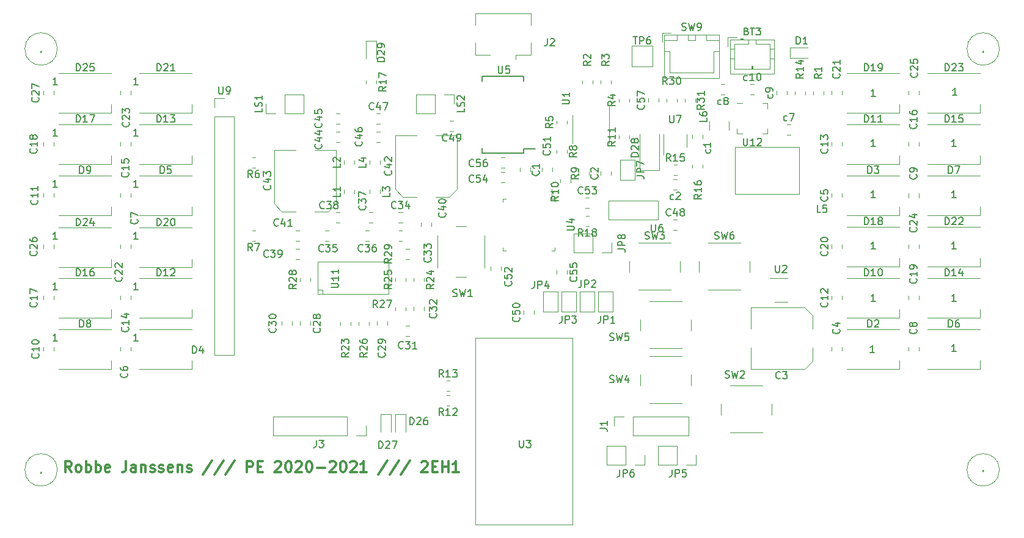
<source format=gbr>
%TF.GenerationSoftware,KiCad,Pcbnew,(5.1.8)-1*%
%TF.CreationDate,2021-03-21T17:29:54+01:00*%
%TF.ProjectId,schema_v1,73636865-6d61-45f7-9631-2e6b69636164,rev?*%
%TF.SameCoordinates,Original*%
%TF.FileFunction,Legend,Top*%
%TF.FilePolarity,Positive*%
%FSLAX46Y46*%
G04 Gerber Fmt 4.6, Leading zero omitted, Abs format (unit mm)*
G04 Created by KiCad (PCBNEW (5.1.8)-1) date 2021-03-21 17:29:54*
%MOMM*%
%LPD*%
G01*
G04 APERTURE LIST*
%ADD10C,0.300000*%
%ADD11C,0.120000*%
%ADD12C,0.150000*%
G04 APERTURE END LIST*
D10*
X87018142Y-115105571D02*
X86518142Y-114391285D01*
X86160999Y-115105571D02*
X86160999Y-113605571D01*
X86732428Y-113605571D01*
X86875285Y-113677000D01*
X86946714Y-113748428D01*
X87018142Y-113891285D01*
X87018142Y-114105571D01*
X86946714Y-114248428D01*
X86875285Y-114319857D01*
X86732428Y-114391285D01*
X86160999Y-114391285D01*
X87875285Y-115105571D02*
X87732428Y-115034142D01*
X87660999Y-114962714D01*
X87589571Y-114819857D01*
X87589571Y-114391285D01*
X87660999Y-114248428D01*
X87732428Y-114177000D01*
X87875285Y-114105571D01*
X88089571Y-114105571D01*
X88232428Y-114177000D01*
X88303857Y-114248428D01*
X88375285Y-114391285D01*
X88375285Y-114819857D01*
X88303857Y-114962714D01*
X88232428Y-115034142D01*
X88089571Y-115105571D01*
X87875285Y-115105571D01*
X89018142Y-115105571D02*
X89018142Y-113605571D01*
X89018142Y-114177000D02*
X89160999Y-114105571D01*
X89446714Y-114105571D01*
X89589571Y-114177000D01*
X89660999Y-114248428D01*
X89732428Y-114391285D01*
X89732428Y-114819857D01*
X89660999Y-114962714D01*
X89589571Y-115034142D01*
X89446714Y-115105571D01*
X89160999Y-115105571D01*
X89018142Y-115034142D01*
X90375285Y-115105571D02*
X90375285Y-113605571D01*
X90375285Y-114177000D02*
X90518142Y-114105571D01*
X90803857Y-114105571D01*
X90946714Y-114177000D01*
X91018142Y-114248428D01*
X91089571Y-114391285D01*
X91089571Y-114819857D01*
X91018142Y-114962714D01*
X90946714Y-115034142D01*
X90803857Y-115105571D01*
X90518142Y-115105571D01*
X90375285Y-115034142D01*
X92303857Y-115034142D02*
X92160999Y-115105571D01*
X91875285Y-115105571D01*
X91732428Y-115034142D01*
X91660999Y-114891285D01*
X91660999Y-114319857D01*
X91732428Y-114177000D01*
X91875285Y-114105571D01*
X92160999Y-114105571D01*
X92303857Y-114177000D01*
X92375285Y-114319857D01*
X92375285Y-114462714D01*
X91660999Y-114605571D01*
X94589571Y-113605571D02*
X94589571Y-114677000D01*
X94518142Y-114891285D01*
X94375285Y-115034142D01*
X94160999Y-115105571D01*
X94018142Y-115105571D01*
X95946714Y-115105571D02*
X95946714Y-114319857D01*
X95875285Y-114177000D01*
X95732428Y-114105571D01*
X95446714Y-114105571D01*
X95303857Y-114177000D01*
X95946714Y-115034142D02*
X95803857Y-115105571D01*
X95446714Y-115105571D01*
X95303857Y-115034142D01*
X95232428Y-114891285D01*
X95232428Y-114748428D01*
X95303857Y-114605571D01*
X95446714Y-114534142D01*
X95803857Y-114534142D01*
X95946714Y-114462714D01*
X96660999Y-114105571D02*
X96660999Y-115105571D01*
X96660999Y-114248428D02*
X96732428Y-114177000D01*
X96875285Y-114105571D01*
X97089571Y-114105571D01*
X97232428Y-114177000D01*
X97303857Y-114319857D01*
X97303857Y-115105571D01*
X97946714Y-115034142D02*
X98089571Y-115105571D01*
X98375285Y-115105571D01*
X98518142Y-115034142D01*
X98589571Y-114891285D01*
X98589571Y-114819857D01*
X98518142Y-114677000D01*
X98375285Y-114605571D01*
X98160999Y-114605571D01*
X98018142Y-114534142D01*
X97946714Y-114391285D01*
X97946714Y-114319857D01*
X98018142Y-114177000D01*
X98160999Y-114105571D01*
X98375285Y-114105571D01*
X98518142Y-114177000D01*
X99160999Y-115034142D02*
X99303857Y-115105571D01*
X99589571Y-115105571D01*
X99732428Y-115034142D01*
X99803857Y-114891285D01*
X99803857Y-114819857D01*
X99732428Y-114677000D01*
X99589571Y-114605571D01*
X99375285Y-114605571D01*
X99232428Y-114534142D01*
X99160999Y-114391285D01*
X99160999Y-114319857D01*
X99232428Y-114177000D01*
X99375285Y-114105571D01*
X99589571Y-114105571D01*
X99732428Y-114177000D01*
X101018142Y-115034142D02*
X100875285Y-115105571D01*
X100589571Y-115105571D01*
X100446714Y-115034142D01*
X100375285Y-114891285D01*
X100375285Y-114319857D01*
X100446714Y-114177000D01*
X100589571Y-114105571D01*
X100875285Y-114105571D01*
X101018142Y-114177000D01*
X101089571Y-114319857D01*
X101089571Y-114462714D01*
X100375285Y-114605571D01*
X101732428Y-114105571D02*
X101732428Y-115105571D01*
X101732428Y-114248428D02*
X101803857Y-114177000D01*
X101946714Y-114105571D01*
X102160999Y-114105571D01*
X102303857Y-114177000D01*
X102375285Y-114319857D01*
X102375285Y-115105571D01*
X103018142Y-115034142D02*
X103160999Y-115105571D01*
X103446714Y-115105571D01*
X103589571Y-115034142D01*
X103660999Y-114891285D01*
X103660999Y-114819857D01*
X103589571Y-114677000D01*
X103446714Y-114605571D01*
X103232428Y-114605571D01*
X103089571Y-114534142D01*
X103018142Y-114391285D01*
X103018142Y-114319857D01*
X103089571Y-114177000D01*
X103232428Y-114105571D01*
X103446714Y-114105571D01*
X103589571Y-114177000D01*
X106518142Y-113534142D02*
X105232428Y-115462714D01*
X108089571Y-113534142D02*
X106803857Y-115462714D01*
X109660999Y-113534142D02*
X108375285Y-115462714D01*
X111303857Y-115105571D02*
X111303857Y-113605571D01*
X111875285Y-113605571D01*
X112018142Y-113677000D01*
X112089571Y-113748428D01*
X112160999Y-113891285D01*
X112160999Y-114105571D01*
X112089571Y-114248428D01*
X112018142Y-114319857D01*
X111875285Y-114391285D01*
X111303857Y-114391285D01*
X112803857Y-114319857D02*
X113303857Y-114319857D01*
X113518142Y-115105571D02*
X112803857Y-115105571D01*
X112803857Y-113605571D01*
X113518142Y-113605571D01*
X115232428Y-113748428D02*
X115303857Y-113677000D01*
X115446714Y-113605571D01*
X115803857Y-113605571D01*
X115946714Y-113677000D01*
X116018142Y-113748428D01*
X116089571Y-113891285D01*
X116089571Y-114034142D01*
X116018142Y-114248428D01*
X115160999Y-115105571D01*
X116089571Y-115105571D01*
X117018142Y-113605571D02*
X117160999Y-113605571D01*
X117303857Y-113677000D01*
X117375285Y-113748428D01*
X117446714Y-113891285D01*
X117518142Y-114177000D01*
X117518142Y-114534142D01*
X117446714Y-114819857D01*
X117375285Y-114962714D01*
X117303857Y-115034142D01*
X117160999Y-115105571D01*
X117018142Y-115105571D01*
X116875285Y-115034142D01*
X116803857Y-114962714D01*
X116732428Y-114819857D01*
X116660999Y-114534142D01*
X116660999Y-114177000D01*
X116732428Y-113891285D01*
X116803857Y-113748428D01*
X116875285Y-113677000D01*
X117018142Y-113605571D01*
X118089571Y-113748428D02*
X118160999Y-113677000D01*
X118303857Y-113605571D01*
X118660999Y-113605571D01*
X118803857Y-113677000D01*
X118875285Y-113748428D01*
X118946714Y-113891285D01*
X118946714Y-114034142D01*
X118875285Y-114248428D01*
X118018142Y-115105571D01*
X118946714Y-115105571D01*
X119875285Y-113605571D02*
X120018142Y-113605571D01*
X120160999Y-113677000D01*
X120232428Y-113748428D01*
X120303857Y-113891285D01*
X120375285Y-114177000D01*
X120375285Y-114534142D01*
X120303857Y-114819857D01*
X120232428Y-114962714D01*
X120160999Y-115034142D01*
X120018142Y-115105571D01*
X119875285Y-115105571D01*
X119732428Y-115034142D01*
X119660999Y-114962714D01*
X119589571Y-114819857D01*
X119518142Y-114534142D01*
X119518142Y-114177000D01*
X119589571Y-113891285D01*
X119660999Y-113748428D01*
X119732428Y-113677000D01*
X119875285Y-113605571D01*
X121018142Y-114534142D02*
X122160999Y-114534142D01*
X122803857Y-113748428D02*
X122875285Y-113677000D01*
X123018142Y-113605571D01*
X123375285Y-113605571D01*
X123518142Y-113677000D01*
X123589571Y-113748428D01*
X123660999Y-113891285D01*
X123660999Y-114034142D01*
X123589571Y-114248428D01*
X122732428Y-115105571D01*
X123660999Y-115105571D01*
X124589571Y-113605571D02*
X124732428Y-113605571D01*
X124875285Y-113677000D01*
X124946714Y-113748428D01*
X125018142Y-113891285D01*
X125089571Y-114177000D01*
X125089571Y-114534142D01*
X125018142Y-114819857D01*
X124946714Y-114962714D01*
X124875285Y-115034142D01*
X124732428Y-115105571D01*
X124589571Y-115105571D01*
X124446714Y-115034142D01*
X124375285Y-114962714D01*
X124303857Y-114819857D01*
X124232428Y-114534142D01*
X124232428Y-114177000D01*
X124303857Y-113891285D01*
X124375285Y-113748428D01*
X124446714Y-113677000D01*
X124589571Y-113605571D01*
X125660999Y-113748428D02*
X125732428Y-113677000D01*
X125875285Y-113605571D01*
X126232428Y-113605571D01*
X126375285Y-113677000D01*
X126446714Y-113748428D01*
X126518142Y-113891285D01*
X126518142Y-114034142D01*
X126446714Y-114248428D01*
X125589571Y-115105571D01*
X126518142Y-115105571D01*
X127946714Y-115105571D02*
X127089571Y-115105571D01*
X127518142Y-115105571D02*
X127518142Y-113605571D01*
X127375285Y-113819857D01*
X127232428Y-113962714D01*
X127089571Y-114034142D01*
X130803857Y-113534142D02*
X129518142Y-115462714D01*
X132375285Y-113534142D02*
X131089571Y-115462714D01*
X133946714Y-113534142D02*
X132660999Y-115462714D01*
X135518142Y-113748428D02*
X135589571Y-113677000D01*
X135732428Y-113605571D01*
X136089571Y-113605571D01*
X136232428Y-113677000D01*
X136303857Y-113748428D01*
X136375285Y-113891285D01*
X136375285Y-114034142D01*
X136303857Y-114248428D01*
X135446714Y-115105571D01*
X136375285Y-115105571D01*
X137018142Y-114319857D02*
X137518142Y-114319857D01*
X137732428Y-115105571D02*
X137018142Y-115105571D01*
X137018142Y-113605571D01*
X137732428Y-113605571D01*
X138375285Y-115105571D02*
X138375285Y-113605571D01*
X138375285Y-114319857D02*
X139232428Y-114319857D01*
X139232428Y-115105571D02*
X139232428Y-113605571D01*
X140732428Y-115105571D02*
X139875285Y-115105571D01*
X140303857Y-115105571D02*
X140303857Y-113605571D01*
X140161000Y-113819857D01*
X140018142Y-113962714D01*
X139875285Y-114034142D01*
D11*
%TO.C,.*%
X215610000Y-114808000D02*
G75*
G03*
X215610000Y-114808000I-2250000J0D01*
G01*
X215610000Y-56388000D02*
G75*
G03*
X215610000Y-56388000I-2250000J0D01*
G01*
X85054000Y-56388000D02*
G75*
G03*
X85054000Y-56388000I-2250000J0D01*
G01*
X85054000Y-114808000D02*
G75*
G03*
X85054000Y-114808000I-2250000J0D01*
G01*
%TO.C,D1*%
X186568000Y-57631000D02*
X189028000Y-57631000D01*
X186568000Y-56161000D02*
X186568000Y-57631000D01*
X189028000Y-56161000D02*
X186568000Y-56161000D01*
%TO.C,U12*%
X182741000Y-63930000D02*
X183466000Y-63930000D01*
X183466000Y-63930000D02*
X183466000Y-64655000D01*
X179971000Y-68150000D02*
X179246000Y-68150000D01*
X179246000Y-68150000D02*
X179246000Y-67425000D01*
X182741000Y-68150000D02*
X183466000Y-68150000D01*
X183466000Y-68150000D02*
X183466000Y-67425000D01*
X179971000Y-63930000D02*
X179246000Y-63930000D01*
%TO.C,U11*%
X121158000Y-90424000D02*
X131000500Y-90424000D01*
X131000500Y-90424000D02*
X131000500Y-85915500D01*
X131000500Y-85915500D02*
X121158000Y-85915500D01*
X121158000Y-85915500D02*
X121158000Y-90424000D01*
X121793000Y-90424000D02*
X121793000Y-89789000D01*
X121793000Y-89789000D02*
X121158000Y-89789000D01*
%TO.C,U9*%
X106874000Y-98866000D02*
X109534000Y-98866000D01*
X106874000Y-65786000D02*
X106874000Y-98866000D01*
X109534000Y-65786000D02*
X109534000Y-98866000D01*
X106874000Y-65786000D02*
X109534000Y-65786000D01*
X106874000Y-64516000D02*
X106874000Y-63186000D01*
X106874000Y-63186000D02*
X108204000Y-63186000D01*
%TO.C,U7*%
X172298000Y-69988000D02*
X172298000Y-68188000D01*
X169078000Y-68188000D02*
X169078000Y-71138000D01*
%TO.C,U6*%
X168275000Y-77470000D02*
X161480500Y-77470000D01*
X161480500Y-77470000D02*
X161480500Y-80073500D01*
X161480500Y-80073500D02*
X168275000Y-80073500D01*
X168275000Y-80073500D02*
X168275000Y-77470000D01*
D12*
%TO.C,U5*%
X149687000Y-70857000D02*
X149687000Y-70282000D01*
X143937000Y-70857000D02*
X143937000Y-70207000D01*
X143937000Y-60207000D02*
X143937000Y-60857000D01*
X149687000Y-60207000D02*
X149687000Y-60857000D01*
X149687000Y-70857000D02*
X143937000Y-70857000D01*
X149687000Y-60207000D02*
X143937000Y-60207000D01*
X149687000Y-70282000D02*
X151287000Y-70282000D01*
D11*
%TO.C,U4*%
X146758000Y-83932000D02*
X146758000Y-84382000D01*
X146758000Y-84382000D02*
X147208000Y-84382000D01*
X146758000Y-77612000D02*
X146758000Y-77162000D01*
X146758000Y-77162000D02*
X147208000Y-77162000D01*
X153978000Y-83932000D02*
X153978000Y-84382000D01*
X153978000Y-84382000D02*
X153528000Y-84382000D01*
X153978000Y-77612000D02*
X153978000Y-77162000D01*
X153978000Y-77162000D02*
X153528000Y-77162000D01*
X153528000Y-77162000D02*
X153528000Y-75872000D01*
%TO.C,U3*%
X156464000Y-96520000D02*
X156464000Y-122428000D01*
X156464000Y-122428000D02*
X142964000Y-122428000D01*
X142964000Y-122428000D02*
X142964000Y-96520000D01*
X142964000Y-96520000D02*
X156464000Y-96520000D01*
%TO.C,U2*%
X184436000Y-91460000D02*
X186236000Y-91460000D01*
X186236000Y-88240000D02*
X183786000Y-88240000D01*
%TO.C,U1*%
X156444000Y-67564000D02*
X156444000Y-69514000D01*
X156444000Y-67564000D02*
X156444000Y-65614000D01*
X161564000Y-67564000D02*
X161564000Y-69514000D01*
X161564000Y-67564000D02*
X161564000Y-64114000D01*
%TO.C,TP6*%
X164666000Y-55954000D02*
X167566000Y-55954000D01*
X167566000Y-55954000D02*
X167566000Y-58854000D01*
X167566000Y-58854000D02*
X164666000Y-58854000D01*
X164666000Y-58854000D02*
X164666000Y-55954000D01*
%TO.C,SW9*%
X169144000Y-54436000D02*
X169144000Y-60406000D01*
X169144000Y-60406000D02*
X176764000Y-60406000D01*
X176764000Y-60406000D02*
X176764000Y-54436000D01*
X176764000Y-54436000D02*
X169144000Y-54436000D01*
X172454000Y-54446000D02*
X172454000Y-55196000D01*
X172454000Y-55196000D02*
X173454000Y-55196000D01*
X173454000Y-55196000D02*
X173454000Y-54446000D01*
X173454000Y-54446000D02*
X172454000Y-54446000D01*
X169154000Y-54446000D02*
X169154000Y-55196000D01*
X169154000Y-55196000D02*
X170954000Y-55196000D01*
X170954000Y-55196000D02*
X170954000Y-54446000D01*
X170954000Y-54446000D02*
X169154000Y-54446000D01*
X174954000Y-54446000D02*
X174954000Y-55196000D01*
X174954000Y-55196000D02*
X176754000Y-55196000D01*
X176754000Y-55196000D02*
X176754000Y-54446000D01*
X176754000Y-54446000D02*
X174954000Y-54446000D01*
X169154000Y-56696000D02*
X169904000Y-56696000D01*
X169904000Y-56696000D02*
X169904000Y-59646000D01*
X169904000Y-59646000D02*
X172954000Y-59646000D01*
X176754000Y-56696000D02*
X176004000Y-56696000D01*
X176004000Y-56696000D02*
X176004000Y-59646000D01*
X176004000Y-59646000D02*
X172954000Y-59646000D01*
X170104000Y-54146000D02*
X168854000Y-54146000D01*
X168854000Y-54146000D02*
X168854000Y-55396000D01*
%TO.C,SW6*%
X175244000Y-89828000D02*
X179744000Y-89828000D01*
X173994000Y-85828000D02*
X173994000Y-87328000D01*
X179744000Y-83328000D02*
X175244000Y-83328000D01*
X180994000Y-87328000D02*
X180994000Y-85828000D01*
%TO.C,SW5*%
X167116000Y-97956000D02*
X171616000Y-97956000D01*
X165866000Y-93956000D02*
X165866000Y-95456000D01*
X171616000Y-91456000D02*
X167116000Y-91456000D01*
X172866000Y-95456000D02*
X172866000Y-93956000D01*
%TO.C,SW4*%
X167116000Y-105576000D02*
X171616000Y-105576000D01*
X165866000Y-101576000D02*
X165866000Y-103076000D01*
X171616000Y-99076000D02*
X167116000Y-99076000D01*
X172866000Y-103076000D02*
X172866000Y-101576000D01*
%TO.C,SW3*%
X165592000Y-89828000D02*
X170092000Y-89828000D01*
X164342000Y-85828000D02*
X164342000Y-87328000D01*
X170092000Y-83328000D02*
X165592000Y-83328000D01*
X171342000Y-87328000D02*
X171342000Y-85828000D01*
%TO.C,SW2*%
X178292000Y-109640000D02*
X182792000Y-109640000D01*
X177042000Y-105640000D02*
X177042000Y-107140000D01*
X182792000Y-103140000D02*
X178292000Y-103140000D01*
X184042000Y-107140000D02*
X184042000Y-105640000D01*
%TO.C,SW1*%
X137756000Y-82280000D02*
X137756000Y-86780000D01*
X141756000Y-81030000D02*
X140256000Y-81030000D01*
X144256000Y-86780000D02*
X144256000Y-82280000D01*
X140256000Y-88030000D02*
X141756000Y-88030000D01*
%TO.C,R31*%
X171985000Y-63727064D02*
X171985000Y-63272936D01*
X173455000Y-63727064D02*
X173455000Y-63272936D01*
%TO.C,R30*%
X170915000Y-63272936D02*
X170915000Y-63727064D01*
X169445000Y-63272936D02*
X169445000Y-63727064D01*
%TO.C,R29*%
X132360936Y-81561000D02*
X132815064Y-81561000D01*
X132360936Y-83031000D02*
X132815064Y-83031000D01*
%TO.C,R28*%
X118645000Y-88619064D02*
X118645000Y-88164936D01*
X120115000Y-88619064D02*
X120115000Y-88164936D01*
%TO.C,R27*%
X131853000Y-92683064D02*
X131853000Y-92228936D01*
X133323000Y-92683064D02*
X133323000Y-92228936D01*
%TO.C,R26*%
X128243000Y-94260936D02*
X128243000Y-94715064D01*
X126773000Y-94260936D02*
X126773000Y-94715064D01*
%TO.C,R25*%
X131853000Y-88619064D02*
X131853000Y-88164936D01*
X133323000Y-88619064D02*
X133323000Y-88164936D01*
%TO.C,R24*%
X135863000Y-88164936D02*
X135863000Y-88619064D01*
X134393000Y-88164936D02*
X134393000Y-88619064D01*
%TO.C,R23*%
X125703000Y-94260936D02*
X125703000Y-94715064D01*
X124233000Y-94260936D02*
X124233000Y-94715064D01*
%TO.C,R18*%
X158723064Y-80999000D02*
X158268936Y-80999000D01*
X158723064Y-79529000D02*
X158268936Y-79529000D01*
%TO.C,R17*%
X129259000Y-60732936D02*
X129259000Y-61187064D01*
X127789000Y-60732936D02*
X127789000Y-61187064D01*
%TO.C,R16*%
X173001000Y-72871064D02*
X173001000Y-72416936D01*
X174471000Y-72871064D02*
X174471000Y-72416936D01*
%TO.C,R15*%
X170460936Y-72417000D02*
X170915064Y-72417000D01*
X170460936Y-73887000D02*
X170915064Y-73887000D01*
%TO.C,R14*%
X188695000Y-62256936D02*
X188695000Y-62711064D01*
X187225000Y-62256936D02*
X187225000Y-62711064D01*
%TO.C,R13*%
X139419064Y-103859000D02*
X138964936Y-103859000D01*
X139419064Y-102389000D02*
X138964936Y-102389000D01*
%TO.C,R12*%
X139419064Y-105891000D02*
X138964936Y-105891000D01*
X139419064Y-104421000D02*
X138964936Y-104421000D01*
%TO.C,R11*%
X162841000Y-68807064D02*
X162841000Y-68352936D01*
X164311000Y-68807064D02*
X164311000Y-68352936D01*
%TO.C,R10*%
X154713000Y-74903064D02*
X154713000Y-74448936D01*
X156183000Y-74903064D02*
X156183000Y-74448936D01*
%TO.C,R9*%
X158723000Y-73432936D02*
X158723000Y-73887064D01*
X157253000Y-73432936D02*
X157253000Y-73887064D01*
%TO.C,R8*%
X155675000Y-70384936D02*
X155675000Y-70839064D01*
X154205000Y-70384936D02*
X154205000Y-70839064D01*
%TO.C,R7*%
X112495064Y-83031000D02*
X112040936Y-83031000D01*
X112495064Y-81561000D02*
X112040936Y-81561000D01*
%TO.C,R6*%
X112495064Y-72871000D02*
X112040936Y-72871000D01*
X112495064Y-71401000D02*
X112040936Y-71401000D01*
%TO.C,R5*%
X154205000Y-66775064D02*
X154205000Y-66320936D01*
X155675000Y-66775064D02*
X155675000Y-66320936D01*
%TO.C,R4*%
X162841000Y-63727064D02*
X162841000Y-63272936D01*
X164311000Y-63727064D02*
X164311000Y-63272936D01*
%TO.C,R3*%
X160301000Y-61187064D02*
X160301000Y-60732936D01*
X161771000Y-61187064D02*
X161771000Y-60732936D01*
%TO.C,R2*%
X157761000Y-61187064D02*
X157761000Y-60732936D01*
X159231000Y-61187064D02*
X159231000Y-60732936D01*
%TO.C,R1*%
X189765000Y-62711064D02*
X189765000Y-62256936D01*
X191235000Y-62711064D02*
X191235000Y-62256936D01*
%TO.C,LS2*%
X134814000Y-62678000D02*
X134814000Y-65338000D01*
X137414000Y-62678000D02*
X134814000Y-62678000D01*
X137414000Y-65338000D02*
X134814000Y-65338000D01*
X137414000Y-62678000D02*
X137414000Y-65338000D01*
X138684000Y-62678000D02*
X140014000Y-62678000D01*
X140014000Y-62678000D02*
X140014000Y-64008000D01*
%TO.C,LS1*%
X119186000Y-65338000D02*
X119186000Y-62678000D01*
X116586000Y-65338000D02*
X119186000Y-65338000D01*
X116586000Y-62678000D02*
X119186000Y-62678000D01*
X116586000Y-65338000D02*
X116586000Y-62678000D01*
X115316000Y-65338000D02*
X113986000Y-65338000D01*
X113986000Y-65338000D02*
X113986000Y-64008000D01*
%TO.C,L6*%
X175424000Y-67658064D02*
X175424000Y-66453936D01*
X178144000Y-67658064D02*
X178144000Y-66453936D01*
%TO.C,L5*%
X187896500Y-76517500D02*
X178943000Y-76517500D01*
X178943000Y-76517500D02*
X178943000Y-69977000D01*
X178943000Y-69977000D02*
X187833000Y-69977000D01*
X187896500Y-69977000D02*
X187896500Y-76517500D01*
%TO.C,L4*%
X128322000Y-72397252D02*
X128322000Y-71874748D01*
X129742000Y-72397252D02*
X129742000Y-71874748D01*
%TO.C,L3*%
X128322000Y-76461252D02*
X128322000Y-75938748D01*
X129742000Y-76461252D02*
X129742000Y-75938748D01*
%TO.C,L2*%
X124766000Y-72397252D02*
X124766000Y-71874748D01*
X126186000Y-72397252D02*
X126186000Y-71874748D01*
%TO.C,L1*%
X124766000Y-76461252D02*
X124766000Y-75938748D01*
X126186000Y-76461252D02*
X126186000Y-75938748D01*
%TO.C,JP8*%
X159258000Y-81982000D02*
X159258000Y-84642000D01*
X159258000Y-81982000D02*
X156658000Y-81982000D01*
X156658000Y-81982000D02*
X156658000Y-84642000D01*
X159258000Y-84642000D02*
X156658000Y-84642000D01*
X161858000Y-84642000D02*
X160528000Y-84642000D01*
X161858000Y-83312000D02*
X161858000Y-84642000D01*
%TO.C,JP7*%
X163084000Y-71752000D02*
X165084000Y-71752000D01*
X163084000Y-74552000D02*
X163084000Y-71752000D01*
X165084000Y-74552000D02*
X163084000Y-74552000D01*
X165084000Y-71752000D02*
X165084000Y-74552000D01*
%TO.C,JP6*%
X163830000Y-111446000D02*
X163830000Y-114106000D01*
X163830000Y-111446000D02*
X161230000Y-111446000D01*
X161230000Y-111446000D02*
X161230000Y-114106000D01*
X163830000Y-114106000D02*
X161230000Y-114106000D01*
X166430000Y-114106000D02*
X165100000Y-114106000D01*
X166430000Y-112776000D02*
X166430000Y-114106000D01*
%TO.C,JP5*%
X170942000Y-111446000D02*
X170942000Y-114106000D01*
X170942000Y-111446000D02*
X168342000Y-111446000D01*
X168342000Y-111446000D02*
X168342000Y-114106000D01*
X170942000Y-114106000D02*
X168342000Y-114106000D01*
X173542000Y-114106000D02*
X172212000Y-114106000D01*
X173542000Y-112776000D02*
X173542000Y-114106000D01*
%TO.C,JP4*%
X152416000Y-90040000D02*
X154416000Y-90040000D01*
X152416000Y-92840000D02*
X152416000Y-90040000D01*
X154416000Y-92840000D02*
X152416000Y-92840000D01*
X154416000Y-90040000D02*
X154416000Y-92840000D01*
%TO.C,JP3*%
X154956000Y-90040000D02*
X156956000Y-90040000D01*
X154956000Y-92840000D02*
X154956000Y-90040000D01*
X156956000Y-92840000D02*
X154956000Y-92840000D01*
X156956000Y-90040000D02*
X156956000Y-92840000D01*
%TO.C,JP2*%
X157496000Y-90040000D02*
X159496000Y-90040000D01*
X157496000Y-92840000D02*
X157496000Y-90040000D01*
X159496000Y-92840000D02*
X157496000Y-92840000D01*
X159496000Y-90040000D02*
X159496000Y-92840000D01*
%TO.C,JP1*%
X160036000Y-90040000D02*
X162036000Y-90040000D01*
X160036000Y-92840000D02*
X160036000Y-90040000D01*
X162036000Y-92840000D02*
X160036000Y-92840000D01*
X162036000Y-90040000D02*
X162036000Y-92840000D01*
%TO.C,J3*%
X125222000Y-107382000D02*
X125222000Y-110042000D01*
X125222000Y-107382000D02*
X115002000Y-107382000D01*
X115002000Y-107382000D02*
X115002000Y-110042000D01*
X125222000Y-110042000D02*
X115002000Y-110042000D01*
X127822000Y-110042000D02*
X126492000Y-110042000D01*
X127822000Y-108712000D02*
X127822000Y-110042000D01*
%TO.C,J2*%
X150672000Y-51420000D02*
X150672000Y-53030000D01*
X142952000Y-57240000D02*
X145012000Y-57240000D01*
X142952000Y-55530000D02*
X142952000Y-57240000D01*
X150672000Y-57240000D02*
X148612000Y-57240000D01*
X150672000Y-55530000D02*
X150672000Y-57240000D01*
X150672000Y-51420000D02*
X142952000Y-51420000D01*
X142952000Y-51420000D02*
X142952000Y-53030000D01*
X148612000Y-57240000D02*
X148612000Y-57830000D01*
%TO.C,J1*%
X164846000Y-110042000D02*
X164846000Y-107382000D01*
X164846000Y-110042000D02*
X172526000Y-110042000D01*
X172526000Y-110042000D02*
X172526000Y-107382000D01*
X164846000Y-107382000D02*
X172526000Y-107382000D01*
X162246000Y-107382000D02*
X163576000Y-107382000D01*
X162246000Y-108712000D02*
X162246000Y-107382000D01*
%TO.C,D29*%
X129259000Y-57696000D02*
X129259000Y-55236000D01*
X129259000Y-55236000D02*
X127789000Y-55236000D01*
X127789000Y-55236000D02*
X127789000Y-57696000D01*
%TO.C,D28*%
X165772000Y-73184000D02*
X168492000Y-73184000D01*
X168492000Y-73184000D02*
X168492000Y-68204000D01*
X165772000Y-73184000D02*
X165772000Y-68204000D01*
%TO.C,D27*%
X131291000Y-109512000D02*
X131291000Y-107052000D01*
X131291000Y-107052000D02*
X129821000Y-107052000D01*
X129821000Y-107052000D02*
X129821000Y-109512000D01*
%TO.C,D26*%
X133323000Y-109512000D02*
X133323000Y-107052000D01*
X133323000Y-107052000D02*
X131853000Y-107052000D01*
X131853000Y-107052000D02*
X131853000Y-109512000D01*
%TO.C,D25*%
X85250000Y-59734000D02*
X92550000Y-59734000D01*
X85250000Y-65234000D02*
X92550000Y-65234000D01*
X92550000Y-65234000D02*
X92550000Y-64084000D01*
%TO.C,D24*%
X85250000Y-81199000D02*
X92550000Y-81199000D01*
X85250000Y-86699000D02*
X92550000Y-86699000D01*
X92550000Y-86699000D02*
X92550000Y-85549000D01*
%TO.C,D23*%
X212946000Y-65234000D02*
X212946000Y-64084000D01*
X205646000Y-65234000D02*
X212946000Y-65234000D01*
X205646000Y-59734000D02*
X212946000Y-59734000D01*
%TO.C,D22*%
X205646000Y-81070000D02*
X212946000Y-81070000D01*
X205646000Y-86570000D02*
X212946000Y-86570000D01*
X212946000Y-86570000D02*
X212946000Y-85420000D01*
%TO.C,D21*%
X96426000Y-59734000D02*
X103726000Y-59734000D01*
X96426000Y-65234000D02*
X103726000Y-65234000D01*
X103726000Y-65234000D02*
X103726000Y-64084000D01*
%TO.C,D20*%
X96426000Y-81199000D02*
X103726000Y-81199000D01*
X96426000Y-86699000D02*
X103726000Y-86699000D01*
X103726000Y-86699000D02*
X103726000Y-85549000D01*
%TO.C,D19*%
X194470000Y-59734000D02*
X201770000Y-59734000D01*
X194470000Y-65234000D02*
X201770000Y-65234000D01*
X201770000Y-65234000D02*
X201770000Y-64084000D01*
%TO.C,D18*%
X194470000Y-81070000D02*
X201770000Y-81070000D01*
X194470000Y-86570000D02*
X201770000Y-86570000D01*
X201770000Y-86570000D02*
X201770000Y-85420000D01*
%TO.C,D17*%
X85250000Y-66846000D02*
X92550000Y-66846000D01*
X85250000Y-72346000D02*
X92550000Y-72346000D01*
X92550000Y-72346000D02*
X92550000Y-71196000D01*
%TO.C,D16*%
X85250000Y-88182000D02*
X92550000Y-88182000D01*
X85250000Y-93682000D02*
X92550000Y-93682000D01*
X92550000Y-93682000D02*
X92550000Y-92532000D01*
%TO.C,D15*%
X205646000Y-66846000D02*
X212946000Y-66846000D01*
X205646000Y-72346000D02*
X212946000Y-72346000D01*
X212946000Y-72346000D02*
X212946000Y-71196000D01*
%TO.C,D14*%
X205646000Y-88182000D02*
X212946000Y-88182000D01*
X205646000Y-93682000D02*
X212946000Y-93682000D01*
X212946000Y-93682000D02*
X212946000Y-92532000D01*
%TO.C,D13*%
X96426000Y-66846000D02*
X103726000Y-66846000D01*
X96426000Y-72346000D02*
X103726000Y-72346000D01*
X103726000Y-72346000D02*
X103726000Y-71196000D01*
%TO.C,D12*%
X96426000Y-88182000D02*
X103726000Y-88182000D01*
X96426000Y-93682000D02*
X103726000Y-93682000D01*
X103726000Y-93682000D02*
X103726000Y-92532000D01*
%TO.C,D11*%
X194470000Y-66846000D02*
X201770000Y-66846000D01*
X194470000Y-72346000D02*
X201770000Y-72346000D01*
X201770000Y-72346000D02*
X201770000Y-71196000D01*
%TO.C,D10*%
X194470000Y-88182000D02*
X201770000Y-88182000D01*
X194470000Y-93682000D02*
X201770000Y-93682000D01*
X201770000Y-93682000D02*
X201770000Y-92532000D01*
%TO.C,D9*%
X85250000Y-73958000D02*
X92550000Y-73958000D01*
X85250000Y-79458000D02*
X92550000Y-79458000D01*
X92550000Y-79458000D02*
X92550000Y-78308000D01*
%TO.C,D8*%
X85250000Y-95294000D02*
X92550000Y-95294000D01*
X85250000Y-100794000D02*
X92550000Y-100794000D01*
X92550000Y-100794000D02*
X92550000Y-99644000D01*
%TO.C,D7*%
X205646000Y-73958000D02*
X212946000Y-73958000D01*
X205646000Y-79458000D02*
X212946000Y-79458000D01*
X212946000Y-79458000D02*
X212946000Y-78308000D01*
%TO.C,D6*%
X205646000Y-95294000D02*
X212946000Y-95294000D01*
X205646000Y-100794000D02*
X212946000Y-100794000D01*
X212946000Y-100794000D02*
X212946000Y-99644000D01*
%TO.C,D5*%
X96426000Y-73958000D02*
X103726000Y-73958000D01*
X96426000Y-79458000D02*
X103726000Y-79458000D01*
X103726000Y-79458000D02*
X103726000Y-78308000D01*
%TO.C,D4*%
X96426000Y-95294000D02*
X103726000Y-95294000D01*
X96426000Y-100794000D02*
X103726000Y-100794000D01*
X103726000Y-100794000D02*
X103726000Y-99644000D01*
%TO.C,D3*%
X194470000Y-73958000D02*
X201770000Y-73958000D01*
X194470000Y-79458000D02*
X201770000Y-79458000D01*
X201770000Y-79458000D02*
X201770000Y-78308000D01*
%TO.C,D2*%
X194470000Y-95294000D02*
X201770000Y-95294000D01*
X194470000Y-100794000D02*
X201770000Y-100794000D01*
X201770000Y-100794000D02*
X201770000Y-99644000D01*
%TO.C,C57*%
X166905000Y-63761252D02*
X166905000Y-63238748D01*
X168375000Y-63761252D02*
X168375000Y-63238748D01*
%TO.C,C56*%
X147073252Y-72871000D02*
X146550748Y-72871000D01*
X147073252Y-71401000D02*
X146550748Y-71401000D01*
%TO.C,C55*%
X155675000Y-87114748D02*
X155675000Y-87637252D01*
X154205000Y-87114748D02*
X154205000Y-87637252D01*
%TO.C,C54*%
X147073252Y-74903000D02*
X146550748Y-74903000D01*
X147073252Y-73433000D02*
X146550748Y-73433000D01*
%TO.C,C53*%
X158234748Y-76989000D02*
X158757252Y-76989000D01*
X158234748Y-78459000D02*
X158757252Y-78459000D01*
%TO.C,C52*%
X146531000Y-86606748D02*
X146531000Y-87129252D01*
X145061000Y-86606748D02*
X145061000Y-87129252D01*
%TO.C,C51*%
X152173000Y-73413252D02*
X152173000Y-72890748D01*
X153643000Y-73413252D02*
X153643000Y-72890748D01*
%TO.C,C50*%
X149633000Y-93225252D02*
X149633000Y-92702748D01*
X151103000Y-93225252D02*
X151103000Y-92702748D01*
%TO.C,C49*%
X139961252Y-67791000D02*
X139438748Y-67791000D01*
X139961252Y-66321000D02*
X139438748Y-66321000D01*
%TO.C,C48*%
X170426748Y-80037000D02*
X170949252Y-80037000D01*
X170426748Y-81507000D02*
X170949252Y-81507000D01*
%TO.C,C47*%
X129278748Y-65305000D02*
X129801252Y-65305000D01*
X129278748Y-66775000D02*
X129801252Y-66775000D01*
%TO.C,C46*%
X129801252Y-69315000D02*
X129278748Y-69315000D01*
X129801252Y-67845000D02*
X129278748Y-67845000D01*
%TO.C,C45*%
X124213252Y-66775000D02*
X123690748Y-66775000D01*
X124213252Y-65305000D02*
X123690748Y-65305000D01*
%TO.C,C44*%
X123690748Y-67845000D02*
X124213252Y-67845000D01*
X123690748Y-69315000D02*
X124213252Y-69315000D01*
%TO.C,C43*%
X123640000Y-70416000D02*
X120690000Y-70416000D01*
X115120000Y-70416000D02*
X118070000Y-70416000D01*
X115120000Y-77871563D02*
X115120000Y-70416000D01*
X123640000Y-77871563D02*
X123640000Y-70416000D01*
X122575563Y-78936000D02*
X120690000Y-78936000D01*
X116184437Y-78936000D02*
X118070000Y-78936000D01*
X116184437Y-78936000D02*
X115120000Y-77871563D01*
X122575563Y-78936000D02*
X123640000Y-77871563D01*
%TO.C,C42*%
X140404000Y-68384000D02*
X137454000Y-68384000D01*
X131884000Y-68384000D02*
X134834000Y-68384000D01*
X131884000Y-75839563D02*
X131884000Y-68384000D01*
X140404000Y-75839563D02*
X140404000Y-68384000D01*
X139339563Y-76904000D02*
X137454000Y-76904000D01*
X132948437Y-76904000D02*
X134834000Y-76904000D01*
X132948437Y-76904000D02*
X131884000Y-75839563D01*
X139339563Y-76904000D02*
X140404000Y-75839563D01*
%TO.C,C41*%
X118625252Y-83031000D02*
X118102748Y-83031000D01*
X118625252Y-81561000D02*
X118102748Y-81561000D01*
%TO.C,C40*%
X136879000Y-80510748D02*
X136879000Y-81033252D01*
X135409000Y-80510748D02*
X135409000Y-81033252D01*
%TO.C,C39*%
X118625252Y-85571000D02*
X118102748Y-85571000D01*
X118625252Y-84101000D02*
X118102748Y-84101000D01*
%TO.C,C38*%
X122166748Y-81561000D02*
X122689252Y-81561000D01*
X122166748Y-83031000D02*
X122689252Y-83031000D01*
%TO.C,C37*%
X128785252Y-80491000D02*
X128262748Y-80491000D01*
X128785252Y-79021000D02*
X128262748Y-79021000D01*
%TO.C,C36*%
X127754748Y-81561000D02*
X128277252Y-81561000D01*
X127754748Y-83031000D02*
X128277252Y-83031000D01*
%TO.C,C35*%
X124213252Y-80491000D02*
X123690748Y-80491000D01*
X124213252Y-79021000D02*
X123690748Y-79021000D01*
%TO.C,C34*%
X132348248Y-79021000D02*
X132870752Y-79021000D01*
X132348248Y-80491000D02*
X132870752Y-80491000D01*
%TO.C,C33*%
X133342748Y-84101000D02*
X133865252Y-84101000D01*
X133342748Y-85571000D02*
X133865252Y-85571000D01*
%TO.C,C32*%
X134393000Y-92717252D02*
X134393000Y-92194748D01*
X135863000Y-92717252D02*
X135863000Y-92194748D01*
%TO.C,C31*%
X133342748Y-94769000D02*
X133865252Y-94769000D01*
X133342748Y-96239000D02*
X133865252Y-96239000D01*
%TO.C,C30*%
X117575000Y-94226748D02*
X117575000Y-94749252D01*
X116105000Y-94226748D02*
X116105000Y-94749252D01*
%TO.C,C29*%
X130783000Y-94226748D02*
X130783000Y-94749252D01*
X129313000Y-94226748D02*
X129313000Y-94749252D01*
%TO.C,C28*%
X120115000Y-94226748D02*
X120115000Y-94749252D01*
X118645000Y-94226748D02*
X118645000Y-94749252D01*
%TO.C,C27*%
X84555000Y-62222748D02*
X84555000Y-62745252D01*
X83085000Y-62222748D02*
X83085000Y-62745252D01*
%TO.C,C26*%
X84555000Y-83558748D02*
X84555000Y-84081252D01*
X83085000Y-83558748D02*
X83085000Y-84081252D01*
%TO.C,C25*%
X204443000Y-62222748D02*
X204443000Y-62745252D01*
X202973000Y-62222748D02*
X202973000Y-62745252D01*
%TO.C,C24*%
X204443000Y-83558748D02*
X204443000Y-84081252D01*
X202973000Y-83558748D02*
X202973000Y-84081252D01*
%TO.C,C23*%
X95223000Y-62222748D02*
X95223000Y-62745252D01*
X93753000Y-62222748D02*
X93753000Y-62745252D01*
%TO.C,C22*%
X95223000Y-83558748D02*
X95223000Y-84081252D01*
X93753000Y-83558748D02*
X93753000Y-84081252D01*
%TO.C,C21*%
X193775000Y-62222748D02*
X193775000Y-62745252D01*
X192305000Y-62222748D02*
X192305000Y-62745252D01*
%TO.C,C20*%
X193775000Y-83558748D02*
X193775000Y-84081252D01*
X192305000Y-83558748D02*
X192305000Y-84081252D01*
%TO.C,C19*%
X204443000Y-90670748D02*
X204443000Y-91193252D01*
X202973000Y-90670748D02*
X202973000Y-91193252D01*
%TO.C,C18*%
X84555000Y-69334748D02*
X84555000Y-69857252D01*
X83085000Y-69334748D02*
X83085000Y-69857252D01*
%TO.C,C17*%
X84555000Y-90670748D02*
X84555000Y-91193252D01*
X83085000Y-90670748D02*
X83085000Y-91193252D01*
%TO.C,C16*%
X204443000Y-69334748D02*
X204443000Y-69857252D01*
X202973000Y-69334748D02*
X202973000Y-69857252D01*
%TO.C,C15*%
X95223000Y-69334748D02*
X95223000Y-69857252D01*
X93753000Y-69334748D02*
X93753000Y-69857252D01*
%TO.C,C14*%
X95223000Y-90670748D02*
X95223000Y-91193252D01*
X93753000Y-90670748D02*
X93753000Y-91193252D01*
%TO.C,C13*%
X193775000Y-69334748D02*
X193775000Y-69857252D01*
X192305000Y-69334748D02*
X192305000Y-69857252D01*
%TO.C,C12*%
X193775000Y-90670748D02*
X193775000Y-91193252D01*
X192305000Y-90670748D02*
X192305000Y-91193252D01*
%TO.C,C11*%
X84555000Y-76446748D02*
X84555000Y-76969252D01*
X83085000Y-76446748D02*
X83085000Y-76969252D01*
%TO.C,C10*%
X84555000Y-97782748D02*
X84555000Y-98305252D01*
X83085000Y-97782748D02*
X83085000Y-98305252D01*
%TO.C,c10*%
X181094748Y-61241000D02*
X181617252Y-61241000D01*
X181094748Y-62711000D02*
X181617252Y-62711000D01*
%TO.C,C9*%
X204443000Y-76468248D02*
X204443000Y-76990752D01*
X202973000Y-76468248D02*
X202973000Y-76990752D01*
%TO.C,c9*%
X184685000Y-62745252D02*
X184685000Y-62222748D01*
X186155000Y-62745252D02*
X186155000Y-62222748D01*
%TO.C,c8*%
X177553252Y-62711000D02*
X177030748Y-62711000D01*
X177553252Y-61241000D02*
X177030748Y-61241000D01*
%TO.C,C8*%
X204443000Y-97782748D02*
X204443000Y-98305252D01*
X202973000Y-97782748D02*
X202973000Y-98305252D01*
%TO.C,c7*%
X186174748Y-66829000D02*
X186697252Y-66829000D01*
X186174748Y-68299000D02*
X186697252Y-68299000D01*
%TO.C,C7*%
X95223000Y-76446748D02*
X95223000Y-76969252D01*
X93753000Y-76446748D02*
X93753000Y-76969252D01*
%TO.C,C6*%
X95223000Y-97782748D02*
X95223000Y-98305252D01*
X93753000Y-97782748D02*
X93753000Y-98305252D01*
%TO.C,C5*%
X193775000Y-76446748D02*
X193775000Y-76969252D01*
X192305000Y-76446748D02*
X192305000Y-76969252D01*
%TO.C,C4*%
X193775000Y-97782748D02*
X193775000Y-98305252D01*
X192305000Y-97782748D02*
X192305000Y-98305252D01*
%TO.C,C3*%
X181160000Y-92260000D02*
X181160000Y-95210000D01*
X181160000Y-100780000D02*
X181160000Y-97830000D01*
X188615563Y-100780000D02*
X181160000Y-100780000D01*
X188615563Y-92260000D02*
X181160000Y-92260000D01*
X189680000Y-93324437D02*
X189680000Y-95210000D01*
X189680000Y-99715563D02*
X189680000Y-97830000D01*
X189680000Y-99715563D02*
X188615563Y-100780000D01*
X189680000Y-93324437D02*
X188615563Y-92260000D01*
%TO.C,C2*%
X160301000Y-73921252D02*
X160301000Y-73398748D01*
X161771000Y-73921252D02*
X161771000Y-73398748D01*
%TO.C,c2*%
X170426748Y-74449000D02*
X170949252Y-74449000D01*
X170426748Y-75919000D02*
X170949252Y-75919000D01*
%TO.C,C1*%
X150595000Y-72890748D02*
X150595000Y-73413252D01*
X149125000Y-72890748D02*
X149125000Y-73413252D01*
%TO.C,c1*%
X174471000Y-68318748D02*
X174471000Y-68841252D01*
X173001000Y-68318748D02*
X173001000Y-68841252D01*
%TO.C,BT3*%
X178280000Y-55086000D02*
X178280000Y-59806000D01*
X178280000Y-59806000D02*
X184400000Y-59806000D01*
X184400000Y-59806000D02*
X184400000Y-55086000D01*
X184400000Y-55086000D02*
X178280000Y-55086000D01*
X180040000Y-55086000D02*
X180040000Y-54886000D01*
X180040000Y-54886000D02*
X179740000Y-54886000D01*
X179740000Y-54886000D02*
X179740000Y-55086000D01*
X180040000Y-54986000D02*
X179740000Y-54986000D01*
X180840000Y-55086000D02*
X180840000Y-55696000D01*
X180840000Y-55696000D02*
X178890000Y-55696000D01*
X178890000Y-55696000D02*
X178890000Y-59196000D01*
X178890000Y-59196000D02*
X183790000Y-59196000D01*
X183790000Y-59196000D02*
X183790000Y-55696000D01*
X183790000Y-55696000D02*
X181840000Y-55696000D01*
X181840000Y-55696000D02*
X181840000Y-55086000D01*
X178280000Y-56396000D02*
X178890000Y-56396000D01*
X178280000Y-57696000D02*
X178890000Y-57696000D01*
X184400000Y-56396000D02*
X183790000Y-56396000D01*
X184400000Y-57696000D02*
X183790000Y-57696000D01*
X181240000Y-59196000D02*
X181240000Y-58696000D01*
X181240000Y-58696000D02*
X181440000Y-58696000D01*
X181440000Y-58696000D02*
X181440000Y-59196000D01*
X181340000Y-59196000D02*
X181340000Y-58696000D01*
X179230000Y-54786000D02*
X177980000Y-54786000D01*
X177980000Y-54786000D02*
X177980000Y-56036000D01*
%TO.C,.*%
D12*
X213360000Y-114911142D02*
X213407619Y-114958761D01*
X213360000Y-115006380D01*
X213312380Y-114958761D01*
X213360000Y-114911142D01*
X213360000Y-115006380D01*
X213360000Y-56745142D02*
X213407619Y-56792761D01*
X213360000Y-56840380D01*
X213312380Y-56792761D01*
X213360000Y-56745142D01*
X213360000Y-56840380D01*
X82804000Y-56745142D02*
X82851619Y-56792761D01*
X82804000Y-56840380D01*
X82756380Y-56792761D01*
X82804000Y-56745142D01*
X82804000Y-56840380D01*
X82804000Y-115165142D02*
X82851619Y-115212761D01*
X82804000Y-115260380D01*
X82756380Y-115212761D01*
X82804000Y-115165142D01*
X82804000Y-115260380D01*
%TO.C,D1*%
X187475904Y-55697380D02*
X187475904Y-54697380D01*
X187714000Y-54697380D01*
X187856857Y-54745000D01*
X187952095Y-54840238D01*
X187999714Y-54935476D01*
X188047333Y-55125952D01*
X188047333Y-55268809D01*
X187999714Y-55459285D01*
X187952095Y-55554523D01*
X187856857Y-55649761D01*
X187714000Y-55697380D01*
X187475904Y-55697380D01*
X188999714Y-55697380D02*
X188428285Y-55697380D01*
X188714000Y-55697380D02*
X188714000Y-54697380D01*
X188618761Y-54840238D01*
X188523523Y-54935476D01*
X188428285Y-54983095D01*
%TO.C,U12*%
X180117904Y-68794380D02*
X180117904Y-69603904D01*
X180165523Y-69699142D01*
X180213142Y-69746761D01*
X180308380Y-69794380D01*
X180498857Y-69794380D01*
X180594095Y-69746761D01*
X180641714Y-69699142D01*
X180689333Y-69603904D01*
X180689333Y-68794380D01*
X181689333Y-69794380D02*
X181117904Y-69794380D01*
X181403619Y-69794380D02*
X181403619Y-68794380D01*
X181308380Y-68937238D01*
X181213142Y-69032476D01*
X181117904Y-69080095D01*
X182070285Y-68889619D02*
X182117904Y-68842000D01*
X182213142Y-68794380D01*
X182451238Y-68794380D01*
X182546476Y-68842000D01*
X182594095Y-68889619D01*
X182641714Y-68984857D01*
X182641714Y-69080095D01*
X182594095Y-69222952D01*
X182022666Y-69794380D01*
X182641714Y-69794380D01*
%TO.C,U11*%
X123023380Y-89503095D02*
X123832904Y-89503095D01*
X123928142Y-89455476D01*
X123975761Y-89407857D01*
X124023380Y-89312619D01*
X124023380Y-89122142D01*
X123975761Y-89026904D01*
X123928142Y-88979285D01*
X123832904Y-88931666D01*
X123023380Y-88931666D01*
X124023380Y-87931666D02*
X124023380Y-88503095D01*
X124023380Y-88217380D02*
X123023380Y-88217380D01*
X123166238Y-88312619D01*
X123261476Y-88407857D01*
X123309095Y-88503095D01*
X124023380Y-86979285D02*
X124023380Y-87550714D01*
X124023380Y-87265000D02*
X123023380Y-87265000D01*
X123166238Y-87360238D01*
X123261476Y-87455476D01*
X123309095Y-87550714D01*
%TO.C,U9*%
X107442095Y-61638380D02*
X107442095Y-62447904D01*
X107489714Y-62543142D01*
X107537333Y-62590761D01*
X107632571Y-62638380D01*
X107823047Y-62638380D01*
X107918285Y-62590761D01*
X107965904Y-62543142D01*
X108013523Y-62447904D01*
X108013523Y-61638380D01*
X108537333Y-62638380D02*
X108727809Y-62638380D01*
X108823047Y-62590761D01*
X108870666Y-62543142D01*
X108965904Y-62400285D01*
X109013523Y-62209809D01*
X109013523Y-61828857D01*
X108965904Y-61733619D01*
X108918285Y-61686000D01*
X108823047Y-61638380D01*
X108632571Y-61638380D01*
X108537333Y-61686000D01*
X108489714Y-61733619D01*
X108442095Y-61828857D01*
X108442095Y-62066952D01*
X108489714Y-62162190D01*
X108537333Y-62209809D01*
X108632571Y-62257428D01*
X108823047Y-62257428D01*
X108918285Y-62209809D01*
X108965904Y-62162190D01*
X109013523Y-62066952D01*
%TO.C,U7*%
X169926095Y-65619380D02*
X169926095Y-66428904D01*
X169973714Y-66524142D01*
X170021333Y-66571761D01*
X170116571Y-66619380D01*
X170307047Y-66619380D01*
X170402285Y-66571761D01*
X170449904Y-66524142D01*
X170497523Y-66428904D01*
X170497523Y-65619380D01*
X170878476Y-65619380D02*
X171545142Y-65619380D01*
X171116571Y-66619380D01*
%TO.C,U6*%
X167386095Y-80740380D02*
X167386095Y-81549904D01*
X167433714Y-81645142D01*
X167481333Y-81692761D01*
X167576571Y-81740380D01*
X167767047Y-81740380D01*
X167862285Y-81692761D01*
X167909904Y-81645142D01*
X167957523Y-81549904D01*
X167957523Y-80740380D01*
X168862285Y-80740380D02*
X168671809Y-80740380D01*
X168576571Y-80788000D01*
X168528952Y-80835619D01*
X168433714Y-80978476D01*
X168386095Y-81168952D01*
X168386095Y-81549904D01*
X168433714Y-81645142D01*
X168481333Y-81692761D01*
X168576571Y-81740380D01*
X168767047Y-81740380D01*
X168862285Y-81692761D01*
X168909904Y-81645142D01*
X168957523Y-81549904D01*
X168957523Y-81311809D01*
X168909904Y-81216571D01*
X168862285Y-81168952D01*
X168767047Y-81121333D01*
X168576571Y-81121333D01*
X168481333Y-81168952D01*
X168433714Y-81216571D01*
X168386095Y-81311809D01*
%TO.C,U5*%
X146177095Y-58761380D02*
X146177095Y-59570904D01*
X146224714Y-59666142D01*
X146272333Y-59713761D01*
X146367571Y-59761380D01*
X146558047Y-59761380D01*
X146653285Y-59713761D01*
X146700904Y-59666142D01*
X146748523Y-59570904D01*
X146748523Y-58761380D01*
X147700904Y-58761380D02*
X147224714Y-58761380D01*
X147177095Y-59237571D01*
X147224714Y-59189952D01*
X147319952Y-59142333D01*
X147558047Y-59142333D01*
X147653285Y-59189952D01*
X147700904Y-59237571D01*
X147748523Y-59332809D01*
X147748523Y-59570904D01*
X147700904Y-59666142D01*
X147653285Y-59713761D01*
X147558047Y-59761380D01*
X147319952Y-59761380D01*
X147224714Y-59713761D01*
X147177095Y-59666142D01*
%TO.C,U4*%
X155670380Y-81533904D02*
X156479904Y-81533904D01*
X156575142Y-81486285D01*
X156622761Y-81438666D01*
X156670380Y-81343428D01*
X156670380Y-81152952D01*
X156622761Y-81057714D01*
X156575142Y-81010095D01*
X156479904Y-80962476D01*
X155670380Y-80962476D01*
X156003714Y-80057714D02*
X156670380Y-80057714D01*
X155622761Y-80295809D02*
X156337047Y-80533904D01*
X156337047Y-79914857D01*
%TO.C,U3*%
X149098095Y-110704380D02*
X149098095Y-111513904D01*
X149145714Y-111609142D01*
X149193333Y-111656761D01*
X149288571Y-111704380D01*
X149479047Y-111704380D01*
X149574285Y-111656761D01*
X149621904Y-111609142D01*
X149669523Y-111513904D01*
X149669523Y-110704380D01*
X150050476Y-110704380D02*
X150669523Y-110704380D01*
X150336190Y-111085333D01*
X150479047Y-111085333D01*
X150574285Y-111132952D01*
X150621904Y-111180571D01*
X150669523Y-111275809D01*
X150669523Y-111513904D01*
X150621904Y-111609142D01*
X150574285Y-111656761D01*
X150479047Y-111704380D01*
X150193333Y-111704380D01*
X150098095Y-111656761D01*
X150050476Y-111609142D01*
%TO.C,U2*%
X184574095Y-86402380D02*
X184574095Y-87211904D01*
X184621714Y-87307142D01*
X184669333Y-87354761D01*
X184764571Y-87402380D01*
X184955047Y-87402380D01*
X185050285Y-87354761D01*
X185097904Y-87307142D01*
X185145523Y-87211904D01*
X185145523Y-86402380D01*
X185574095Y-86497619D02*
X185621714Y-86450000D01*
X185716952Y-86402380D01*
X185955047Y-86402380D01*
X186050285Y-86450000D01*
X186097904Y-86497619D01*
X186145523Y-86592857D01*
X186145523Y-86688095D01*
X186097904Y-86830952D01*
X185526476Y-87402380D01*
X186145523Y-87402380D01*
%TO.C,U1*%
X155027380Y-64007904D02*
X155836904Y-64007904D01*
X155932142Y-63960285D01*
X155979761Y-63912666D01*
X156027380Y-63817428D01*
X156027380Y-63626952D01*
X155979761Y-63531714D01*
X155932142Y-63484095D01*
X155836904Y-63436476D01*
X155027380Y-63436476D01*
X156027380Y-62436476D02*
X156027380Y-63007904D01*
X156027380Y-62722190D02*
X155027380Y-62722190D01*
X155170238Y-62817428D01*
X155265476Y-62912666D01*
X155313095Y-63007904D01*
%TO.C,TP6*%
X164854095Y-54708380D02*
X165425523Y-54708380D01*
X165139809Y-55708380D02*
X165139809Y-54708380D01*
X165758857Y-55708380D02*
X165758857Y-54708380D01*
X166139809Y-54708380D01*
X166235047Y-54756000D01*
X166282666Y-54803619D01*
X166330285Y-54898857D01*
X166330285Y-55041714D01*
X166282666Y-55136952D01*
X166235047Y-55184571D01*
X166139809Y-55232190D01*
X165758857Y-55232190D01*
X167187428Y-54708380D02*
X166996952Y-54708380D01*
X166901714Y-54756000D01*
X166854095Y-54803619D01*
X166758857Y-54946476D01*
X166711238Y-55136952D01*
X166711238Y-55517904D01*
X166758857Y-55613142D01*
X166806476Y-55660761D01*
X166901714Y-55708380D01*
X167092190Y-55708380D01*
X167187428Y-55660761D01*
X167235047Y-55613142D01*
X167282666Y-55517904D01*
X167282666Y-55279809D01*
X167235047Y-55184571D01*
X167187428Y-55136952D01*
X167092190Y-55089333D01*
X166901714Y-55089333D01*
X166806476Y-55136952D01*
X166758857Y-55184571D01*
X166711238Y-55279809D01*
%TO.C,SW9*%
X171620666Y-53750761D02*
X171763523Y-53798380D01*
X172001619Y-53798380D01*
X172096857Y-53750761D01*
X172144476Y-53703142D01*
X172192095Y-53607904D01*
X172192095Y-53512666D01*
X172144476Y-53417428D01*
X172096857Y-53369809D01*
X172001619Y-53322190D01*
X171811142Y-53274571D01*
X171715904Y-53226952D01*
X171668285Y-53179333D01*
X171620666Y-53084095D01*
X171620666Y-52988857D01*
X171668285Y-52893619D01*
X171715904Y-52846000D01*
X171811142Y-52798380D01*
X172049238Y-52798380D01*
X172192095Y-52846000D01*
X172525428Y-52798380D02*
X172763523Y-53798380D01*
X172954000Y-53084095D01*
X173144476Y-53798380D01*
X173382571Y-52798380D01*
X173811142Y-53798380D02*
X174001619Y-53798380D01*
X174096857Y-53750761D01*
X174144476Y-53703142D01*
X174239714Y-53560285D01*
X174287333Y-53369809D01*
X174287333Y-52988857D01*
X174239714Y-52893619D01*
X174192095Y-52846000D01*
X174096857Y-52798380D01*
X173906380Y-52798380D01*
X173811142Y-52846000D01*
X173763523Y-52893619D01*
X173715904Y-52988857D01*
X173715904Y-53226952D01*
X173763523Y-53322190D01*
X173811142Y-53369809D01*
X173906380Y-53417428D01*
X174096857Y-53417428D01*
X174192095Y-53369809D01*
X174239714Y-53322190D01*
X174287333Y-53226952D01*
%TO.C,SW6*%
X176160666Y-82732761D02*
X176303523Y-82780380D01*
X176541619Y-82780380D01*
X176636857Y-82732761D01*
X176684476Y-82685142D01*
X176732095Y-82589904D01*
X176732095Y-82494666D01*
X176684476Y-82399428D01*
X176636857Y-82351809D01*
X176541619Y-82304190D01*
X176351142Y-82256571D01*
X176255904Y-82208952D01*
X176208285Y-82161333D01*
X176160666Y-82066095D01*
X176160666Y-81970857D01*
X176208285Y-81875619D01*
X176255904Y-81828000D01*
X176351142Y-81780380D01*
X176589238Y-81780380D01*
X176732095Y-81828000D01*
X177065428Y-81780380D02*
X177303523Y-82780380D01*
X177494000Y-82066095D01*
X177684476Y-82780380D01*
X177922571Y-81780380D01*
X178732095Y-81780380D02*
X178541619Y-81780380D01*
X178446380Y-81828000D01*
X178398761Y-81875619D01*
X178303523Y-82018476D01*
X178255904Y-82208952D01*
X178255904Y-82589904D01*
X178303523Y-82685142D01*
X178351142Y-82732761D01*
X178446380Y-82780380D01*
X178636857Y-82780380D01*
X178732095Y-82732761D01*
X178779714Y-82685142D01*
X178827333Y-82589904D01*
X178827333Y-82351809D01*
X178779714Y-82256571D01*
X178732095Y-82208952D01*
X178636857Y-82161333D01*
X178446380Y-82161333D01*
X178351142Y-82208952D01*
X178303523Y-82256571D01*
X178255904Y-82351809D01*
%TO.C,SW5*%
X161607666Y-96797761D02*
X161750523Y-96845380D01*
X161988619Y-96845380D01*
X162083857Y-96797761D01*
X162131476Y-96750142D01*
X162179095Y-96654904D01*
X162179095Y-96559666D01*
X162131476Y-96464428D01*
X162083857Y-96416809D01*
X161988619Y-96369190D01*
X161798142Y-96321571D01*
X161702904Y-96273952D01*
X161655285Y-96226333D01*
X161607666Y-96131095D01*
X161607666Y-96035857D01*
X161655285Y-95940619D01*
X161702904Y-95893000D01*
X161798142Y-95845380D01*
X162036238Y-95845380D01*
X162179095Y-95893000D01*
X162512428Y-95845380D02*
X162750523Y-96845380D01*
X162941000Y-96131095D01*
X163131476Y-96845380D01*
X163369571Y-95845380D01*
X164226714Y-95845380D02*
X163750523Y-95845380D01*
X163702904Y-96321571D01*
X163750523Y-96273952D01*
X163845761Y-96226333D01*
X164083857Y-96226333D01*
X164179095Y-96273952D01*
X164226714Y-96321571D01*
X164274333Y-96416809D01*
X164274333Y-96654904D01*
X164226714Y-96750142D01*
X164179095Y-96797761D01*
X164083857Y-96845380D01*
X163845761Y-96845380D01*
X163750523Y-96797761D01*
X163702904Y-96750142D01*
%TO.C,SW4*%
X161607666Y-102639761D02*
X161750523Y-102687380D01*
X161988619Y-102687380D01*
X162083857Y-102639761D01*
X162131476Y-102592142D01*
X162179095Y-102496904D01*
X162179095Y-102401666D01*
X162131476Y-102306428D01*
X162083857Y-102258809D01*
X161988619Y-102211190D01*
X161798142Y-102163571D01*
X161702904Y-102115952D01*
X161655285Y-102068333D01*
X161607666Y-101973095D01*
X161607666Y-101877857D01*
X161655285Y-101782619D01*
X161702904Y-101735000D01*
X161798142Y-101687380D01*
X162036238Y-101687380D01*
X162179095Y-101735000D01*
X162512428Y-101687380D02*
X162750523Y-102687380D01*
X162941000Y-101973095D01*
X163131476Y-102687380D01*
X163369571Y-101687380D01*
X164179095Y-102020714D02*
X164179095Y-102687380D01*
X163941000Y-101639761D02*
X163702904Y-102354047D01*
X164321952Y-102354047D01*
%TO.C,SW3*%
X166508666Y-82732761D02*
X166651523Y-82780380D01*
X166889619Y-82780380D01*
X166984857Y-82732761D01*
X167032476Y-82685142D01*
X167080095Y-82589904D01*
X167080095Y-82494666D01*
X167032476Y-82399428D01*
X166984857Y-82351809D01*
X166889619Y-82304190D01*
X166699142Y-82256571D01*
X166603904Y-82208952D01*
X166556285Y-82161333D01*
X166508666Y-82066095D01*
X166508666Y-81970857D01*
X166556285Y-81875619D01*
X166603904Y-81828000D01*
X166699142Y-81780380D01*
X166937238Y-81780380D01*
X167080095Y-81828000D01*
X167413428Y-81780380D02*
X167651523Y-82780380D01*
X167842000Y-82066095D01*
X168032476Y-82780380D01*
X168270571Y-81780380D01*
X168556285Y-81780380D02*
X169175333Y-81780380D01*
X168842000Y-82161333D01*
X168984857Y-82161333D01*
X169080095Y-82208952D01*
X169127714Y-82256571D01*
X169175333Y-82351809D01*
X169175333Y-82589904D01*
X169127714Y-82685142D01*
X169080095Y-82732761D01*
X168984857Y-82780380D01*
X168699142Y-82780380D01*
X168603904Y-82732761D01*
X168556285Y-82685142D01*
%TO.C,SW2*%
X177609666Y-102004761D02*
X177752523Y-102052380D01*
X177990619Y-102052380D01*
X178085857Y-102004761D01*
X178133476Y-101957142D01*
X178181095Y-101861904D01*
X178181095Y-101766666D01*
X178133476Y-101671428D01*
X178085857Y-101623809D01*
X177990619Y-101576190D01*
X177800142Y-101528571D01*
X177704904Y-101480952D01*
X177657285Y-101433333D01*
X177609666Y-101338095D01*
X177609666Y-101242857D01*
X177657285Y-101147619D01*
X177704904Y-101100000D01*
X177800142Y-101052380D01*
X178038238Y-101052380D01*
X178181095Y-101100000D01*
X178514428Y-101052380D02*
X178752523Y-102052380D01*
X178943000Y-101338095D01*
X179133476Y-102052380D01*
X179371571Y-101052380D01*
X179704904Y-101147619D02*
X179752523Y-101100000D01*
X179847761Y-101052380D01*
X180085857Y-101052380D01*
X180181095Y-101100000D01*
X180228714Y-101147619D01*
X180276333Y-101242857D01*
X180276333Y-101338095D01*
X180228714Y-101480952D01*
X179657285Y-102052380D01*
X180276333Y-102052380D01*
%TO.C,SW1*%
X139890666Y-90701761D02*
X140033523Y-90749380D01*
X140271619Y-90749380D01*
X140366857Y-90701761D01*
X140414476Y-90654142D01*
X140462095Y-90558904D01*
X140462095Y-90463666D01*
X140414476Y-90368428D01*
X140366857Y-90320809D01*
X140271619Y-90273190D01*
X140081142Y-90225571D01*
X139985904Y-90177952D01*
X139938285Y-90130333D01*
X139890666Y-90035095D01*
X139890666Y-89939857D01*
X139938285Y-89844619D01*
X139985904Y-89797000D01*
X140081142Y-89749380D01*
X140319238Y-89749380D01*
X140462095Y-89797000D01*
X140795428Y-89749380D02*
X141033523Y-90749380D01*
X141224000Y-90035095D01*
X141414476Y-90749380D01*
X141652571Y-89749380D01*
X142557333Y-90749380D02*
X141985904Y-90749380D01*
X142271619Y-90749380D02*
X142271619Y-89749380D01*
X142176380Y-89892238D01*
X142081142Y-89987476D01*
X141985904Y-90035095D01*
%TO.C,R31*%
X174696380Y-64142857D02*
X174220190Y-64476190D01*
X174696380Y-64714285D02*
X173696380Y-64714285D01*
X173696380Y-64333333D01*
X173744000Y-64238095D01*
X173791619Y-64190476D01*
X173886857Y-64142857D01*
X174029714Y-64142857D01*
X174124952Y-64190476D01*
X174172571Y-64238095D01*
X174220190Y-64333333D01*
X174220190Y-64714285D01*
X173696380Y-63809523D02*
X173696380Y-63190476D01*
X174077333Y-63523809D01*
X174077333Y-63380952D01*
X174124952Y-63285714D01*
X174172571Y-63238095D01*
X174267809Y-63190476D01*
X174505904Y-63190476D01*
X174601142Y-63238095D01*
X174648761Y-63285714D01*
X174696380Y-63380952D01*
X174696380Y-63666666D01*
X174648761Y-63761904D01*
X174601142Y-63809523D01*
X174696380Y-62238095D02*
X174696380Y-62809523D01*
X174696380Y-62523809D02*
X173696380Y-62523809D01*
X173839238Y-62619047D01*
X173934476Y-62714285D01*
X173982095Y-62809523D01*
%TO.C,R30*%
X169537142Y-61285380D02*
X169203809Y-60809190D01*
X168965714Y-61285380D02*
X168965714Y-60285380D01*
X169346666Y-60285380D01*
X169441904Y-60333000D01*
X169489523Y-60380619D01*
X169537142Y-60475857D01*
X169537142Y-60618714D01*
X169489523Y-60713952D01*
X169441904Y-60761571D01*
X169346666Y-60809190D01*
X168965714Y-60809190D01*
X169870476Y-60285380D02*
X170489523Y-60285380D01*
X170156190Y-60666333D01*
X170299047Y-60666333D01*
X170394285Y-60713952D01*
X170441904Y-60761571D01*
X170489523Y-60856809D01*
X170489523Y-61094904D01*
X170441904Y-61190142D01*
X170394285Y-61237761D01*
X170299047Y-61285380D01*
X170013333Y-61285380D01*
X169918095Y-61237761D01*
X169870476Y-61190142D01*
X171108571Y-60285380D02*
X171203809Y-60285380D01*
X171299047Y-60333000D01*
X171346666Y-60380619D01*
X171394285Y-60475857D01*
X171441904Y-60666333D01*
X171441904Y-60904428D01*
X171394285Y-61094904D01*
X171346666Y-61190142D01*
X171299047Y-61237761D01*
X171203809Y-61285380D01*
X171108571Y-61285380D01*
X171013333Y-61237761D01*
X170965714Y-61190142D01*
X170918095Y-61094904D01*
X170870476Y-60904428D01*
X170870476Y-60666333D01*
X170918095Y-60475857D01*
X170965714Y-60380619D01*
X171013333Y-60333000D01*
X171108571Y-60285380D01*
%TO.C,R29*%
X131389380Y-85478857D02*
X130913190Y-85812190D01*
X131389380Y-86050285D02*
X130389380Y-86050285D01*
X130389380Y-85669333D01*
X130437000Y-85574095D01*
X130484619Y-85526476D01*
X130579857Y-85478857D01*
X130722714Y-85478857D01*
X130817952Y-85526476D01*
X130865571Y-85574095D01*
X130913190Y-85669333D01*
X130913190Y-86050285D01*
X130484619Y-85097904D02*
X130437000Y-85050285D01*
X130389380Y-84955047D01*
X130389380Y-84716952D01*
X130437000Y-84621714D01*
X130484619Y-84574095D01*
X130579857Y-84526476D01*
X130675095Y-84526476D01*
X130817952Y-84574095D01*
X131389380Y-85145523D01*
X131389380Y-84526476D01*
X131389380Y-84050285D02*
X131389380Y-83859809D01*
X131341761Y-83764571D01*
X131294142Y-83716952D01*
X131151285Y-83621714D01*
X130960809Y-83574095D01*
X130579857Y-83574095D01*
X130484619Y-83621714D01*
X130437000Y-83669333D01*
X130389380Y-83764571D01*
X130389380Y-83955047D01*
X130437000Y-84050285D01*
X130484619Y-84097904D01*
X130579857Y-84145523D01*
X130817952Y-84145523D01*
X130913190Y-84097904D01*
X130960809Y-84050285D01*
X131008428Y-83955047D01*
X131008428Y-83764571D01*
X130960809Y-83669333D01*
X130913190Y-83621714D01*
X130817952Y-83574095D01*
%TO.C,R28*%
X118182380Y-89034857D02*
X117706190Y-89368190D01*
X118182380Y-89606285D02*
X117182380Y-89606285D01*
X117182380Y-89225333D01*
X117230000Y-89130095D01*
X117277619Y-89082476D01*
X117372857Y-89034857D01*
X117515714Y-89034857D01*
X117610952Y-89082476D01*
X117658571Y-89130095D01*
X117706190Y-89225333D01*
X117706190Y-89606285D01*
X117277619Y-88653904D02*
X117230000Y-88606285D01*
X117182380Y-88511047D01*
X117182380Y-88272952D01*
X117230000Y-88177714D01*
X117277619Y-88130095D01*
X117372857Y-88082476D01*
X117468095Y-88082476D01*
X117610952Y-88130095D01*
X118182380Y-88701523D01*
X118182380Y-88082476D01*
X117610952Y-87511047D02*
X117563333Y-87606285D01*
X117515714Y-87653904D01*
X117420476Y-87701523D01*
X117372857Y-87701523D01*
X117277619Y-87653904D01*
X117230000Y-87606285D01*
X117182380Y-87511047D01*
X117182380Y-87320571D01*
X117230000Y-87225333D01*
X117277619Y-87177714D01*
X117372857Y-87130095D01*
X117420476Y-87130095D01*
X117515714Y-87177714D01*
X117563333Y-87225333D01*
X117610952Y-87320571D01*
X117610952Y-87511047D01*
X117658571Y-87606285D01*
X117706190Y-87653904D01*
X117801428Y-87701523D01*
X117991904Y-87701523D01*
X118087142Y-87653904D01*
X118134761Y-87606285D01*
X118182380Y-87511047D01*
X118182380Y-87320571D01*
X118134761Y-87225333D01*
X118087142Y-87177714D01*
X117991904Y-87130095D01*
X117801428Y-87130095D01*
X117706190Y-87177714D01*
X117658571Y-87225333D01*
X117610952Y-87320571D01*
%TO.C,R27*%
X129405142Y-92273380D02*
X129071809Y-91797190D01*
X128833714Y-92273380D02*
X128833714Y-91273380D01*
X129214666Y-91273380D01*
X129309904Y-91321000D01*
X129357523Y-91368619D01*
X129405142Y-91463857D01*
X129405142Y-91606714D01*
X129357523Y-91701952D01*
X129309904Y-91749571D01*
X129214666Y-91797190D01*
X128833714Y-91797190D01*
X129786095Y-91368619D02*
X129833714Y-91321000D01*
X129928952Y-91273380D01*
X130167047Y-91273380D01*
X130262285Y-91321000D01*
X130309904Y-91368619D01*
X130357523Y-91463857D01*
X130357523Y-91559095D01*
X130309904Y-91701952D01*
X129738476Y-92273380D01*
X130357523Y-92273380D01*
X130690857Y-91273380D02*
X131357523Y-91273380D01*
X130928952Y-92273380D01*
%TO.C,R26*%
X127960380Y-98559857D02*
X127484190Y-98893190D01*
X127960380Y-99131285D02*
X126960380Y-99131285D01*
X126960380Y-98750333D01*
X127008000Y-98655095D01*
X127055619Y-98607476D01*
X127150857Y-98559857D01*
X127293714Y-98559857D01*
X127388952Y-98607476D01*
X127436571Y-98655095D01*
X127484190Y-98750333D01*
X127484190Y-99131285D01*
X127055619Y-98178904D02*
X127008000Y-98131285D01*
X126960380Y-98036047D01*
X126960380Y-97797952D01*
X127008000Y-97702714D01*
X127055619Y-97655095D01*
X127150857Y-97607476D01*
X127246095Y-97607476D01*
X127388952Y-97655095D01*
X127960380Y-98226523D01*
X127960380Y-97607476D01*
X126960380Y-96750333D02*
X126960380Y-96940809D01*
X127008000Y-97036047D01*
X127055619Y-97083666D01*
X127198476Y-97178904D01*
X127388952Y-97226523D01*
X127769904Y-97226523D01*
X127865142Y-97178904D01*
X127912761Y-97131285D01*
X127960380Y-97036047D01*
X127960380Y-96845571D01*
X127912761Y-96750333D01*
X127865142Y-96702714D01*
X127769904Y-96655095D01*
X127531809Y-96655095D01*
X127436571Y-96702714D01*
X127388952Y-96750333D01*
X127341333Y-96845571D01*
X127341333Y-97036047D01*
X127388952Y-97131285D01*
X127436571Y-97178904D01*
X127531809Y-97226523D01*
%TO.C,R25*%
X131390380Y-89034857D02*
X130914190Y-89368190D01*
X131390380Y-89606285D02*
X130390380Y-89606285D01*
X130390380Y-89225333D01*
X130438000Y-89130095D01*
X130485619Y-89082476D01*
X130580857Y-89034857D01*
X130723714Y-89034857D01*
X130818952Y-89082476D01*
X130866571Y-89130095D01*
X130914190Y-89225333D01*
X130914190Y-89606285D01*
X130485619Y-88653904D02*
X130438000Y-88606285D01*
X130390380Y-88511047D01*
X130390380Y-88272952D01*
X130438000Y-88177714D01*
X130485619Y-88130095D01*
X130580857Y-88082476D01*
X130676095Y-88082476D01*
X130818952Y-88130095D01*
X131390380Y-88701523D01*
X131390380Y-88082476D01*
X130390380Y-87177714D02*
X130390380Y-87653904D01*
X130866571Y-87701523D01*
X130818952Y-87653904D01*
X130771333Y-87558666D01*
X130771333Y-87320571D01*
X130818952Y-87225333D01*
X130866571Y-87177714D01*
X130961809Y-87130095D01*
X131199904Y-87130095D01*
X131295142Y-87177714D01*
X131342761Y-87225333D01*
X131390380Y-87320571D01*
X131390380Y-87558666D01*
X131342761Y-87653904D01*
X131295142Y-87701523D01*
%TO.C,R24*%
X137230380Y-89034857D02*
X136754190Y-89368190D01*
X137230380Y-89606285D02*
X136230380Y-89606285D01*
X136230380Y-89225333D01*
X136278000Y-89130095D01*
X136325619Y-89082476D01*
X136420857Y-89034857D01*
X136563714Y-89034857D01*
X136658952Y-89082476D01*
X136706571Y-89130095D01*
X136754190Y-89225333D01*
X136754190Y-89606285D01*
X136325619Y-88653904D02*
X136278000Y-88606285D01*
X136230380Y-88511047D01*
X136230380Y-88272952D01*
X136278000Y-88177714D01*
X136325619Y-88130095D01*
X136420857Y-88082476D01*
X136516095Y-88082476D01*
X136658952Y-88130095D01*
X137230380Y-88701523D01*
X137230380Y-88082476D01*
X136563714Y-87225333D02*
X137230380Y-87225333D01*
X136182761Y-87463428D02*
X136897047Y-87701523D01*
X136897047Y-87082476D01*
%TO.C,R23*%
X125420380Y-98559857D02*
X124944190Y-98893190D01*
X125420380Y-99131285D02*
X124420380Y-99131285D01*
X124420380Y-98750333D01*
X124468000Y-98655095D01*
X124515619Y-98607476D01*
X124610857Y-98559857D01*
X124753714Y-98559857D01*
X124848952Y-98607476D01*
X124896571Y-98655095D01*
X124944190Y-98750333D01*
X124944190Y-99131285D01*
X124515619Y-98178904D02*
X124468000Y-98131285D01*
X124420380Y-98036047D01*
X124420380Y-97797952D01*
X124468000Y-97702714D01*
X124515619Y-97655095D01*
X124610857Y-97607476D01*
X124706095Y-97607476D01*
X124848952Y-97655095D01*
X125420380Y-98226523D01*
X125420380Y-97607476D01*
X124420380Y-97274142D02*
X124420380Y-96655095D01*
X124801333Y-96988428D01*
X124801333Y-96845571D01*
X124848952Y-96750333D01*
X124896571Y-96702714D01*
X124991809Y-96655095D01*
X125229904Y-96655095D01*
X125325142Y-96702714D01*
X125372761Y-96750333D01*
X125420380Y-96845571D01*
X125420380Y-97131285D01*
X125372761Y-97226523D01*
X125325142Y-97274142D01*
%TO.C,R18*%
X157853142Y-82366380D02*
X157519809Y-81890190D01*
X157281714Y-82366380D02*
X157281714Y-81366380D01*
X157662666Y-81366380D01*
X157757904Y-81414000D01*
X157805523Y-81461619D01*
X157853142Y-81556857D01*
X157853142Y-81699714D01*
X157805523Y-81794952D01*
X157757904Y-81842571D01*
X157662666Y-81890190D01*
X157281714Y-81890190D01*
X158805523Y-82366380D02*
X158234095Y-82366380D01*
X158519809Y-82366380D02*
X158519809Y-81366380D01*
X158424571Y-81509238D01*
X158329333Y-81604476D01*
X158234095Y-81652095D01*
X159376952Y-81794952D02*
X159281714Y-81747333D01*
X159234095Y-81699714D01*
X159186476Y-81604476D01*
X159186476Y-81556857D01*
X159234095Y-81461619D01*
X159281714Y-81414000D01*
X159376952Y-81366380D01*
X159567428Y-81366380D01*
X159662666Y-81414000D01*
X159710285Y-81461619D01*
X159757904Y-81556857D01*
X159757904Y-81604476D01*
X159710285Y-81699714D01*
X159662666Y-81747333D01*
X159567428Y-81794952D01*
X159376952Y-81794952D01*
X159281714Y-81842571D01*
X159234095Y-81890190D01*
X159186476Y-81985428D01*
X159186476Y-82175904D01*
X159234095Y-82271142D01*
X159281714Y-82318761D01*
X159376952Y-82366380D01*
X159567428Y-82366380D01*
X159662666Y-82318761D01*
X159710285Y-82271142D01*
X159757904Y-82175904D01*
X159757904Y-81985428D01*
X159710285Y-81890190D01*
X159662666Y-81842571D01*
X159567428Y-81794952D01*
%TO.C,R17*%
X130626380Y-61602857D02*
X130150190Y-61936190D01*
X130626380Y-62174285D02*
X129626380Y-62174285D01*
X129626380Y-61793333D01*
X129674000Y-61698095D01*
X129721619Y-61650476D01*
X129816857Y-61602857D01*
X129959714Y-61602857D01*
X130054952Y-61650476D01*
X130102571Y-61698095D01*
X130150190Y-61793333D01*
X130150190Y-62174285D01*
X130626380Y-60650476D02*
X130626380Y-61221904D01*
X130626380Y-60936190D02*
X129626380Y-60936190D01*
X129769238Y-61031428D01*
X129864476Y-61126666D01*
X129912095Y-61221904D01*
X129626380Y-60317142D02*
X129626380Y-59650476D01*
X130626380Y-60079047D01*
%TO.C,R16*%
X174315380Y-76588857D02*
X173839190Y-76922190D01*
X174315380Y-77160285D02*
X173315380Y-77160285D01*
X173315380Y-76779333D01*
X173363000Y-76684095D01*
X173410619Y-76636476D01*
X173505857Y-76588857D01*
X173648714Y-76588857D01*
X173743952Y-76636476D01*
X173791571Y-76684095D01*
X173839190Y-76779333D01*
X173839190Y-77160285D01*
X174315380Y-75636476D02*
X174315380Y-76207904D01*
X174315380Y-75922190D02*
X173315380Y-75922190D01*
X173458238Y-76017428D01*
X173553476Y-76112666D01*
X173601095Y-76207904D01*
X173315380Y-74779333D02*
X173315380Y-74969809D01*
X173363000Y-75065047D01*
X173410619Y-75112666D01*
X173553476Y-75207904D01*
X173743952Y-75255523D01*
X174124904Y-75255523D01*
X174220142Y-75207904D01*
X174267761Y-75160285D01*
X174315380Y-75065047D01*
X174315380Y-74874571D01*
X174267761Y-74779333D01*
X174220142Y-74731714D01*
X174124904Y-74684095D01*
X173886809Y-74684095D01*
X173791571Y-74731714D01*
X173743952Y-74779333D01*
X173696333Y-74874571D01*
X173696333Y-75065047D01*
X173743952Y-75160285D01*
X173791571Y-75207904D01*
X173886809Y-75255523D01*
%TO.C,R15*%
X170045142Y-71954380D02*
X169711809Y-71478190D01*
X169473714Y-71954380D02*
X169473714Y-70954380D01*
X169854666Y-70954380D01*
X169949904Y-71002000D01*
X169997523Y-71049619D01*
X170045142Y-71144857D01*
X170045142Y-71287714D01*
X169997523Y-71382952D01*
X169949904Y-71430571D01*
X169854666Y-71478190D01*
X169473714Y-71478190D01*
X170997523Y-71954380D02*
X170426095Y-71954380D01*
X170711809Y-71954380D02*
X170711809Y-70954380D01*
X170616571Y-71097238D01*
X170521333Y-71192476D01*
X170426095Y-71240095D01*
X171902285Y-70954380D02*
X171426095Y-70954380D01*
X171378476Y-71430571D01*
X171426095Y-71382952D01*
X171521333Y-71335333D01*
X171759428Y-71335333D01*
X171854666Y-71382952D01*
X171902285Y-71430571D01*
X171949904Y-71525809D01*
X171949904Y-71763904D01*
X171902285Y-71859142D01*
X171854666Y-71906761D01*
X171759428Y-71954380D01*
X171521333Y-71954380D01*
X171426095Y-71906761D01*
X171378476Y-71859142D01*
%TO.C,R14*%
X188412380Y-59824857D02*
X187936190Y-60158190D01*
X188412380Y-60396285D02*
X187412380Y-60396285D01*
X187412380Y-60015333D01*
X187460000Y-59920095D01*
X187507619Y-59872476D01*
X187602857Y-59824857D01*
X187745714Y-59824857D01*
X187840952Y-59872476D01*
X187888571Y-59920095D01*
X187936190Y-60015333D01*
X187936190Y-60396285D01*
X188412380Y-58872476D02*
X188412380Y-59443904D01*
X188412380Y-59158190D02*
X187412380Y-59158190D01*
X187555238Y-59253428D01*
X187650476Y-59348666D01*
X187698095Y-59443904D01*
X187745714Y-58015333D02*
X188412380Y-58015333D01*
X187364761Y-58253428D02*
X188079047Y-58491523D01*
X188079047Y-57872476D01*
%TO.C,R13*%
X138549142Y-101925380D02*
X138215809Y-101449190D01*
X137977714Y-101925380D02*
X137977714Y-100925380D01*
X138358666Y-100925380D01*
X138453904Y-100973000D01*
X138501523Y-101020619D01*
X138549142Y-101115857D01*
X138549142Y-101258714D01*
X138501523Y-101353952D01*
X138453904Y-101401571D01*
X138358666Y-101449190D01*
X137977714Y-101449190D01*
X139501523Y-101925380D02*
X138930095Y-101925380D01*
X139215809Y-101925380D02*
X139215809Y-100925380D01*
X139120571Y-101068238D01*
X139025333Y-101163476D01*
X138930095Y-101211095D01*
X139834857Y-100925380D02*
X140453904Y-100925380D01*
X140120571Y-101306333D01*
X140263428Y-101306333D01*
X140358666Y-101353952D01*
X140406285Y-101401571D01*
X140453904Y-101496809D01*
X140453904Y-101734904D01*
X140406285Y-101830142D01*
X140358666Y-101877761D01*
X140263428Y-101925380D01*
X139977714Y-101925380D01*
X139882476Y-101877761D01*
X139834857Y-101830142D01*
%TO.C,R12*%
X138549142Y-107258380D02*
X138215809Y-106782190D01*
X137977714Y-107258380D02*
X137977714Y-106258380D01*
X138358666Y-106258380D01*
X138453904Y-106306000D01*
X138501523Y-106353619D01*
X138549142Y-106448857D01*
X138549142Y-106591714D01*
X138501523Y-106686952D01*
X138453904Y-106734571D01*
X138358666Y-106782190D01*
X137977714Y-106782190D01*
X139501523Y-107258380D02*
X138930095Y-107258380D01*
X139215809Y-107258380D02*
X139215809Y-106258380D01*
X139120571Y-106401238D01*
X139025333Y-106496476D01*
X138930095Y-106544095D01*
X139882476Y-106353619D02*
X139930095Y-106306000D01*
X140025333Y-106258380D01*
X140263428Y-106258380D01*
X140358666Y-106306000D01*
X140406285Y-106353619D01*
X140453904Y-106448857D01*
X140453904Y-106544095D01*
X140406285Y-106686952D01*
X139834857Y-107258380D01*
X140453904Y-107258380D01*
%TO.C,R11*%
X162378380Y-69222857D02*
X161902190Y-69556190D01*
X162378380Y-69794285D02*
X161378380Y-69794285D01*
X161378380Y-69413333D01*
X161426000Y-69318095D01*
X161473619Y-69270476D01*
X161568857Y-69222857D01*
X161711714Y-69222857D01*
X161806952Y-69270476D01*
X161854571Y-69318095D01*
X161902190Y-69413333D01*
X161902190Y-69794285D01*
X162378380Y-68270476D02*
X162378380Y-68841904D01*
X162378380Y-68556190D02*
X161378380Y-68556190D01*
X161521238Y-68651428D01*
X161616476Y-68746666D01*
X161664095Y-68841904D01*
X162378380Y-67318095D02*
X162378380Y-67889523D01*
X162378380Y-67603809D02*
X161378380Y-67603809D01*
X161521238Y-67699047D01*
X161616476Y-67794285D01*
X161664095Y-67889523D01*
%TO.C,R10*%
X154503380Y-76842857D02*
X154027190Y-77176190D01*
X154503380Y-77414285D02*
X153503380Y-77414285D01*
X153503380Y-77033333D01*
X153551000Y-76938095D01*
X153598619Y-76890476D01*
X153693857Y-76842857D01*
X153836714Y-76842857D01*
X153931952Y-76890476D01*
X153979571Y-76938095D01*
X154027190Y-77033333D01*
X154027190Y-77414285D01*
X154503380Y-75890476D02*
X154503380Y-76461904D01*
X154503380Y-76176190D02*
X153503380Y-76176190D01*
X153646238Y-76271428D01*
X153741476Y-76366666D01*
X153789095Y-76461904D01*
X153503380Y-75271428D02*
X153503380Y-75176190D01*
X153551000Y-75080952D01*
X153598619Y-75033333D01*
X153693857Y-74985714D01*
X153884333Y-74938095D01*
X154122428Y-74938095D01*
X154312904Y-74985714D01*
X154408142Y-75033333D01*
X154455761Y-75080952D01*
X154503380Y-75176190D01*
X154503380Y-75271428D01*
X154455761Y-75366666D01*
X154408142Y-75414285D01*
X154312904Y-75461904D01*
X154122428Y-75509523D01*
X153884333Y-75509523D01*
X153693857Y-75461904D01*
X153598619Y-75414285D01*
X153551000Y-75366666D01*
X153503380Y-75271428D01*
%TO.C,R9*%
X157297380Y-73826666D02*
X156821190Y-74160000D01*
X157297380Y-74398095D02*
X156297380Y-74398095D01*
X156297380Y-74017142D01*
X156345000Y-73921904D01*
X156392619Y-73874285D01*
X156487857Y-73826666D01*
X156630714Y-73826666D01*
X156725952Y-73874285D01*
X156773571Y-73921904D01*
X156821190Y-74017142D01*
X156821190Y-74398095D01*
X157297380Y-73350476D02*
X157297380Y-73160000D01*
X157249761Y-73064761D01*
X157202142Y-73017142D01*
X157059285Y-72921904D01*
X156868809Y-72874285D01*
X156487857Y-72874285D01*
X156392619Y-72921904D01*
X156345000Y-72969523D01*
X156297380Y-73064761D01*
X156297380Y-73255238D01*
X156345000Y-73350476D01*
X156392619Y-73398095D01*
X156487857Y-73445714D01*
X156725952Y-73445714D01*
X156821190Y-73398095D01*
X156868809Y-73350476D01*
X156916428Y-73255238D01*
X156916428Y-73064761D01*
X156868809Y-72969523D01*
X156821190Y-72921904D01*
X156725952Y-72874285D01*
%TO.C,R8*%
X157042380Y-70778666D02*
X156566190Y-71112000D01*
X157042380Y-71350095D02*
X156042380Y-71350095D01*
X156042380Y-70969142D01*
X156090000Y-70873904D01*
X156137619Y-70826285D01*
X156232857Y-70778666D01*
X156375714Y-70778666D01*
X156470952Y-70826285D01*
X156518571Y-70873904D01*
X156566190Y-70969142D01*
X156566190Y-71350095D01*
X156470952Y-70207238D02*
X156423333Y-70302476D01*
X156375714Y-70350095D01*
X156280476Y-70397714D01*
X156232857Y-70397714D01*
X156137619Y-70350095D01*
X156090000Y-70302476D01*
X156042380Y-70207238D01*
X156042380Y-70016761D01*
X156090000Y-69921523D01*
X156137619Y-69873904D01*
X156232857Y-69826285D01*
X156280476Y-69826285D01*
X156375714Y-69873904D01*
X156423333Y-69921523D01*
X156470952Y-70016761D01*
X156470952Y-70207238D01*
X156518571Y-70302476D01*
X156566190Y-70350095D01*
X156661428Y-70397714D01*
X156851904Y-70397714D01*
X156947142Y-70350095D01*
X156994761Y-70302476D01*
X157042380Y-70207238D01*
X157042380Y-70016761D01*
X156994761Y-69921523D01*
X156947142Y-69873904D01*
X156851904Y-69826285D01*
X156661428Y-69826285D01*
X156566190Y-69873904D01*
X156518571Y-69921523D01*
X156470952Y-70016761D01*
%TO.C,R7*%
X112101333Y-84398380D02*
X111768000Y-83922190D01*
X111529904Y-84398380D02*
X111529904Y-83398380D01*
X111910857Y-83398380D01*
X112006095Y-83446000D01*
X112053714Y-83493619D01*
X112101333Y-83588857D01*
X112101333Y-83731714D01*
X112053714Y-83826952D01*
X112006095Y-83874571D01*
X111910857Y-83922190D01*
X111529904Y-83922190D01*
X112434666Y-83398380D02*
X113101333Y-83398380D01*
X112672761Y-84398380D01*
%TO.C,R6*%
X112101333Y-74238380D02*
X111768000Y-73762190D01*
X111529904Y-74238380D02*
X111529904Y-73238380D01*
X111910857Y-73238380D01*
X112006095Y-73286000D01*
X112053714Y-73333619D01*
X112101333Y-73428857D01*
X112101333Y-73571714D01*
X112053714Y-73666952D01*
X112006095Y-73714571D01*
X111910857Y-73762190D01*
X111529904Y-73762190D01*
X112958476Y-73238380D02*
X112768000Y-73238380D01*
X112672761Y-73286000D01*
X112625142Y-73333619D01*
X112529904Y-73476476D01*
X112482285Y-73666952D01*
X112482285Y-74047904D01*
X112529904Y-74143142D01*
X112577523Y-74190761D01*
X112672761Y-74238380D01*
X112863238Y-74238380D01*
X112958476Y-74190761D01*
X113006095Y-74143142D01*
X113053714Y-74047904D01*
X113053714Y-73809809D01*
X113006095Y-73714571D01*
X112958476Y-73666952D01*
X112863238Y-73619333D01*
X112672761Y-73619333D01*
X112577523Y-73666952D01*
X112529904Y-73714571D01*
X112482285Y-73809809D01*
%TO.C,R5*%
X153742380Y-66714666D02*
X153266190Y-67048000D01*
X153742380Y-67286095D02*
X152742380Y-67286095D01*
X152742380Y-66905142D01*
X152790000Y-66809904D01*
X152837619Y-66762285D01*
X152932857Y-66714666D01*
X153075714Y-66714666D01*
X153170952Y-66762285D01*
X153218571Y-66809904D01*
X153266190Y-66905142D01*
X153266190Y-67286095D01*
X152742380Y-65809904D02*
X152742380Y-66286095D01*
X153218571Y-66333714D01*
X153170952Y-66286095D01*
X153123333Y-66190857D01*
X153123333Y-65952761D01*
X153170952Y-65857523D01*
X153218571Y-65809904D01*
X153313809Y-65762285D01*
X153551904Y-65762285D01*
X153647142Y-65809904D01*
X153694761Y-65857523D01*
X153742380Y-65952761D01*
X153742380Y-66190857D01*
X153694761Y-66286095D01*
X153647142Y-66333714D01*
%TO.C,R4*%
X162378380Y-63666666D02*
X161902190Y-64000000D01*
X162378380Y-64238095D02*
X161378380Y-64238095D01*
X161378380Y-63857142D01*
X161426000Y-63761904D01*
X161473619Y-63714285D01*
X161568857Y-63666666D01*
X161711714Y-63666666D01*
X161806952Y-63714285D01*
X161854571Y-63761904D01*
X161902190Y-63857142D01*
X161902190Y-64238095D01*
X161711714Y-62809523D02*
X162378380Y-62809523D01*
X161330761Y-63047619D02*
X162045047Y-63285714D01*
X162045047Y-62666666D01*
%TO.C,R3*%
X161488380Y-58078666D02*
X161012190Y-58412000D01*
X161488380Y-58650095D02*
X160488380Y-58650095D01*
X160488380Y-58269142D01*
X160536000Y-58173904D01*
X160583619Y-58126285D01*
X160678857Y-58078666D01*
X160821714Y-58078666D01*
X160916952Y-58126285D01*
X160964571Y-58173904D01*
X161012190Y-58269142D01*
X161012190Y-58650095D01*
X160488380Y-57745333D02*
X160488380Y-57126285D01*
X160869333Y-57459619D01*
X160869333Y-57316761D01*
X160916952Y-57221523D01*
X160964571Y-57173904D01*
X161059809Y-57126285D01*
X161297904Y-57126285D01*
X161393142Y-57173904D01*
X161440761Y-57221523D01*
X161488380Y-57316761D01*
X161488380Y-57602476D01*
X161440761Y-57697714D01*
X161393142Y-57745333D01*
%TO.C,R2*%
X158948380Y-58078666D02*
X158472190Y-58412000D01*
X158948380Y-58650095D02*
X157948380Y-58650095D01*
X157948380Y-58269142D01*
X157996000Y-58173904D01*
X158043619Y-58126285D01*
X158138857Y-58078666D01*
X158281714Y-58078666D01*
X158376952Y-58126285D01*
X158424571Y-58173904D01*
X158472190Y-58269142D01*
X158472190Y-58650095D01*
X158043619Y-57697714D02*
X157996000Y-57650095D01*
X157948380Y-57554857D01*
X157948380Y-57316761D01*
X157996000Y-57221523D01*
X158043619Y-57173904D01*
X158138857Y-57126285D01*
X158234095Y-57126285D01*
X158376952Y-57173904D01*
X158948380Y-57745333D01*
X158948380Y-57126285D01*
%TO.C,R1*%
X190952380Y-59856666D02*
X190476190Y-60190000D01*
X190952380Y-60428095D02*
X189952380Y-60428095D01*
X189952380Y-60047142D01*
X190000000Y-59951904D01*
X190047619Y-59904285D01*
X190142857Y-59856666D01*
X190285714Y-59856666D01*
X190380952Y-59904285D01*
X190428571Y-59951904D01*
X190476190Y-60047142D01*
X190476190Y-60428095D01*
X190952380Y-58904285D02*
X190952380Y-59475714D01*
X190952380Y-59190000D02*
X189952380Y-59190000D01*
X190095238Y-59285238D01*
X190190476Y-59380476D01*
X190238095Y-59475714D01*
%TO.C,LS2*%
X141466380Y-64650857D02*
X141466380Y-65127047D01*
X140466380Y-65127047D01*
X141418761Y-64365142D02*
X141466380Y-64222285D01*
X141466380Y-63984190D01*
X141418761Y-63888952D01*
X141371142Y-63841333D01*
X141275904Y-63793714D01*
X141180666Y-63793714D01*
X141085428Y-63841333D01*
X141037809Y-63888952D01*
X140990190Y-63984190D01*
X140942571Y-64174666D01*
X140894952Y-64269904D01*
X140847333Y-64317523D01*
X140752095Y-64365142D01*
X140656857Y-64365142D01*
X140561619Y-64317523D01*
X140514000Y-64269904D01*
X140466380Y-64174666D01*
X140466380Y-63936571D01*
X140514000Y-63793714D01*
X140561619Y-63412761D02*
X140514000Y-63365142D01*
X140466380Y-63269904D01*
X140466380Y-63031809D01*
X140514000Y-62936571D01*
X140561619Y-62888952D01*
X140656857Y-62841333D01*
X140752095Y-62841333D01*
X140894952Y-62888952D01*
X141466380Y-63460380D01*
X141466380Y-62841333D01*
%TO.C,LS1*%
X113438380Y-64650857D02*
X113438380Y-65127047D01*
X112438380Y-65127047D01*
X113390761Y-64365142D02*
X113438380Y-64222285D01*
X113438380Y-63984190D01*
X113390761Y-63888952D01*
X113343142Y-63841333D01*
X113247904Y-63793714D01*
X113152666Y-63793714D01*
X113057428Y-63841333D01*
X113009809Y-63888952D01*
X112962190Y-63984190D01*
X112914571Y-64174666D01*
X112866952Y-64269904D01*
X112819333Y-64317523D01*
X112724095Y-64365142D01*
X112628857Y-64365142D01*
X112533619Y-64317523D01*
X112486000Y-64269904D01*
X112438380Y-64174666D01*
X112438380Y-63936571D01*
X112486000Y-63793714D01*
X113438380Y-62841333D02*
X113438380Y-63412761D01*
X113438380Y-63127047D02*
X112438380Y-63127047D01*
X112581238Y-63222285D01*
X112676476Y-63317523D01*
X112724095Y-63412761D01*
%TO.C,L6*%
X175077380Y-65952666D02*
X175077380Y-66428857D01*
X174077380Y-66428857D01*
X174077380Y-65190761D02*
X174077380Y-65381238D01*
X174125000Y-65476476D01*
X174172619Y-65524095D01*
X174315476Y-65619333D01*
X174505952Y-65666952D01*
X174886904Y-65666952D01*
X174982142Y-65619333D01*
X175029761Y-65571714D01*
X175077380Y-65476476D01*
X175077380Y-65286000D01*
X175029761Y-65190761D01*
X174982142Y-65143142D01*
X174886904Y-65095523D01*
X174648809Y-65095523D01*
X174553571Y-65143142D01*
X174505952Y-65190761D01*
X174458333Y-65286000D01*
X174458333Y-65476476D01*
X174505952Y-65571714D01*
X174553571Y-65619333D01*
X174648809Y-65666952D01*
%TO.C,L5*%
X190841333Y-79065380D02*
X190365142Y-79065380D01*
X190365142Y-78065380D01*
X191650857Y-78065380D02*
X191174666Y-78065380D01*
X191127047Y-78541571D01*
X191174666Y-78493952D01*
X191269904Y-78446333D01*
X191508000Y-78446333D01*
X191603238Y-78493952D01*
X191650857Y-78541571D01*
X191698476Y-78636809D01*
X191698476Y-78874904D01*
X191650857Y-78970142D01*
X191603238Y-79017761D01*
X191508000Y-79065380D01*
X191269904Y-79065380D01*
X191174666Y-79017761D01*
X191127047Y-78970142D01*
%TO.C,L4*%
X127834380Y-72302666D02*
X127834380Y-72778857D01*
X126834380Y-72778857D01*
X127167714Y-71540761D02*
X127834380Y-71540761D01*
X126786761Y-71778857D02*
X127501047Y-72016952D01*
X127501047Y-71397904D01*
%TO.C,L3*%
X131135380Y-76366666D02*
X131135380Y-76842857D01*
X130135380Y-76842857D01*
X130135380Y-76128571D02*
X130135380Y-75509523D01*
X130516333Y-75842857D01*
X130516333Y-75700000D01*
X130563952Y-75604761D01*
X130611571Y-75557142D01*
X130706809Y-75509523D01*
X130944904Y-75509523D01*
X131040142Y-75557142D01*
X131087761Y-75604761D01*
X131135380Y-75700000D01*
X131135380Y-75985714D01*
X131087761Y-76080952D01*
X131040142Y-76128571D01*
%TO.C,L2*%
X124278380Y-72302666D02*
X124278380Y-72778857D01*
X123278380Y-72778857D01*
X123373619Y-72016952D02*
X123326000Y-71969333D01*
X123278380Y-71874095D01*
X123278380Y-71636000D01*
X123326000Y-71540761D01*
X123373619Y-71493142D01*
X123468857Y-71445523D01*
X123564095Y-71445523D01*
X123706952Y-71493142D01*
X124278380Y-72064571D01*
X124278380Y-71445523D01*
%TO.C,L1*%
X124278380Y-76366666D02*
X124278380Y-76842857D01*
X123278380Y-76842857D01*
X124278380Y-75509523D02*
X124278380Y-76080952D01*
X124278380Y-75795238D02*
X123278380Y-75795238D01*
X123421238Y-75890476D01*
X123516476Y-75985714D01*
X123564095Y-76080952D01*
%TO.C,JP8*%
X162750380Y-84145333D02*
X163464666Y-84145333D01*
X163607523Y-84192952D01*
X163702761Y-84288190D01*
X163750380Y-84431047D01*
X163750380Y-84526285D01*
X163750380Y-83669142D02*
X162750380Y-83669142D01*
X162750380Y-83288190D01*
X162798000Y-83192952D01*
X162845619Y-83145333D01*
X162940857Y-83097714D01*
X163083714Y-83097714D01*
X163178952Y-83145333D01*
X163226571Y-83192952D01*
X163274190Y-83288190D01*
X163274190Y-83669142D01*
X163178952Y-82526285D02*
X163131333Y-82621523D01*
X163083714Y-82669142D01*
X162988476Y-82716761D01*
X162940857Y-82716761D01*
X162845619Y-82669142D01*
X162798000Y-82621523D01*
X162750380Y-82526285D01*
X162750380Y-82335809D01*
X162798000Y-82240571D01*
X162845619Y-82192952D01*
X162940857Y-82145333D01*
X162988476Y-82145333D01*
X163083714Y-82192952D01*
X163131333Y-82240571D01*
X163178952Y-82335809D01*
X163178952Y-82526285D01*
X163226571Y-82621523D01*
X163274190Y-82669142D01*
X163369428Y-82716761D01*
X163559904Y-82716761D01*
X163655142Y-82669142D01*
X163702761Y-82621523D01*
X163750380Y-82526285D01*
X163750380Y-82335809D01*
X163702761Y-82240571D01*
X163655142Y-82192952D01*
X163559904Y-82145333D01*
X163369428Y-82145333D01*
X163274190Y-82192952D01*
X163226571Y-82240571D01*
X163178952Y-82335809D01*
%TO.C,JP7*%
X165336380Y-73985333D02*
X166050666Y-73985333D01*
X166193523Y-74032952D01*
X166288761Y-74128190D01*
X166336380Y-74271047D01*
X166336380Y-74366285D01*
X166336380Y-73509142D02*
X165336380Y-73509142D01*
X165336380Y-73128190D01*
X165384000Y-73032952D01*
X165431619Y-72985333D01*
X165526857Y-72937714D01*
X165669714Y-72937714D01*
X165764952Y-72985333D01*
X165812571Y-73032952D01*
X165860190Y-73128190D01*
X165860190Y-73509142D01*
X165336380Y-72604380D02*
X165336380Y-71937714D01*
X166336380Y-72366285D01*
%TO.C,JP6*%
X162996666Y-114768380D02*
X162996666Y-115482666D01*
X162949047Y-115625523D01*
X162853809Y-115720761D01*
X162710952Y-115768380D01*
X162615714Y-115768380D01*
X163472857Y-115768380D02*
X163472857Y-114768380D01*
X163853809Y-114768380D01*
X163949047Y-114816000D01*
X163996666Y-114863619D01*
X164044285Y-114958857D01*
X164044285Y-115101714D01*
X163996666Y-115196952D01*
X163949047Y-115244571D01*
X163853809Y-115292190D01*
X163472857Y-115292190D01*
X164901428Y-114768380D02*
X164710952Y-114768380D01*
X164615714Y-114816000D01*
X164568095Y-114863619D01*
X164472857Y-115006476D01*
X164425238Y-115196952D01*
X164425238Y-115577904D01*
X164472857Y-115673142D01*
X164520476Y-115720761D01*
X164615714Y-115768380D01*
X164806190Y-115768380D01*
X164901428Y-115720761D01*
X164949047Y-115673142D01*
X164996666Y-115577904D01*
X164996666Y-115339809D01*
X164949047Y-115244571D01*
X164901428Y-115196952D01*
X164806190Y-115149333D01*
X164615714Y-115149333D01*
X164520476Y-115196952D01*
X164472857Y-115244571D01*
X164425238Y-115339809D01*
%TO.C,JP5*%
X170235666Y-114768380D02*
X170235666Y-115482666D01*
X170188047Y-115625523D01*
X170092809Y-115720761D01*
X169949952Y-115768380D01*
X169854714Y-115768380D01*
X170711857Y-115768380D02*
X170711857Y-114768380D01*
X171092809Y-114768380D01*
X171188047Y-114816000D01*
X171235666Y-114863619D01*
X171283285Y-114958857D01*
X171283285Y-115101714D01*
X171235666Y-115196952D01*
X171188047Y-115244571D01*
X171092809Y-115292190D01*
X170711857Y-115292190D01*
X172188047Y-114768380D02*
X171711857Y-114768380D01*
X171664238Y-115244571D01*
X171711857Y-115196952D01*
X171807095Y-115149333D01*
X172045190Y-115149333D01*
X172140428Y-115196952D01*
X172188047Y-115244571D01*
X172235666Y-115339809D01*
X172235666Y-115577904D01*
X172188047Y-115673142D01*
X172140428Y-115720761D01*
X172045190Y-115768380D01*
X171807095Y-115768380D01*
X171711857Y-115720761D01*
X171664238Y-115673142D01*
%TO.C,JP4*%
X151185666Y-88606380D02*
X151185666Y-89320666D01*
X151138047Y-89463523D01*
X151042809Y-89558761D01*
X150899952Y-89606380D01*
X150804714Y-89606380D01*
X151661857Y-89606380D02*
X151661857Y-88606380D01*
X152042809Y-88606380D01*
X152138047Y-88654000D01*
X152185666Y-88701619D01*
X152233285Y-88796857D01*
X152233285Y-88939714D01*
X152185666Y-89034952D01*
X152138047Y-89082571D01*
X152042809Y-89130190D01*
X151661857Y-89130190D01*
X153090428Y-88939714D02*
X153090428Y-89606380D01*
X152852333Y-88558761D02*
X152614238Y-89273047D01*
X153233285Y-89273047D01*
%TO.C,JP3*%
X154995666Y-93432380D02*
X154995666Y-94146666D01*
X154948047Y-94289523D01*
X154852809Y-94384761D01*
X154709952Y-94432380D01*
X154614714Y-94432380D01*
X155471857Y-94432380D02*
X155471857Y-93432380D01*
X155852809Y-93432380D01*
X155948047Y-93480000D01*
X155995666Y-93527619D01*
X156043285Y-93622857D01*
X156043285Y-93765714D01*
X155995666Y-93860952D01*
X155948047Y-93908571D01*
X155852809Y-93956190D01*
X155471857Y-93956190D01*
X156376619Y-93432380D02*
X156995666Y-93432380D01*
X156662333Y-93813333D01*
X156805190Y-93813333D01*
X156900428Y-93860952D01*
X156948047Y-93908571D01*
X156995666Y-94003809D01*
X156995666Y-94241904D01*
X156948047Y-94337142D01*
X156900428Y-94384761D01*
X156805190Y-94432380D01*
X156519476Y-94432380D01*
X156424238Y-94384761D01*
X156376619Y-94337142D01*
%TO.C,JP2*%
X157662666Y-88479380D02*
X157662666Y-89193666D01*
X157615047Y-89336523D01*
X157519809Y-89431761D01*
X157376952Y-89479380D01*
X157281714Y-89479380D01*
X158138857Y-89479380D02*
X158138857Y-88479380D01*
X158519809Y-88479380D01*
X158615047Y-88527000D01*
X158662666Y-88574619D01*
X158710285Y-88669857D01*
X158710285Y-88812714D01*
X158662666Y-88907952D01*
X158615047Y-88955571D01*
X158519809Y-89003190D01*
X158138857Y-89003190D01*
X159091238Y-88574619D02*
X159138857Y-88527000D01*
X159234095Y-88479380D01*
X159472190Y-88479380D01*
X159567428Y-88527000D01*
X159615047Y-88574619D01*
X159662666Y-88669857D01*
X159662666Y-88765095D01*
X159615047Y-88907952D01*
X159043619Y-89479380D01*
X159662666Y-89479380D01*
%TO.C,JP1*%
X160329666Y-93432380D02*
X160329666Y-94146666D01*
X160282047Y-94289523D01*
X160186809Y-94384761D01*
X160043952Y-94432380D01*
X159948714Y-94432380D01*
X160805857Y-94432380D02*
X160805857Y-93432380D01*
X161186809Y-93432380D01*
X161282047Y-93480000D01*
X161329666Y-93527619D01*
X161377285Y-93622857D01*
X161377285Y-93765714D01*
X161329666Y-93860952D01*
X161282047Y-93908571D01*
X161186809Y-93956190D01*
X160805857Y-93956190D01*
X162329666Y-94432380D02*
X161758238Y-94432380D01*
X162043952Y-94432380D02*
X162043952Y-93432380D01*
X161948714Y-93575238D01*
X161853476Y-93670476D01*
X161758238Y-93718095D01*
%TO.C,J3*%
X120951666Y-110704380D02*
X120951666Y-111418666D01*
X120904047Y-111561523D01*
X120808809Y-111656761D01*
X120665952Y-111704380D01*
X120570714Y-111704380D01*
X121332619Y-110704380D02*
X121951666Y-110704380D01*
X121618333Y-111085333D01*
X121761190Y-111085333D01*
X121856428Y-111132952D01*
X121904047Y-111180571D01*
X121951666Y-111275809D01*
X121951666Y-111513904D01*
X121904047Y-111609142D01*
X121856428Y-111656761D01*
X121761190Y-111704380D01*
X121475476Y-111704380D01*
X121380238Y-111656761D01*
X121332619Y-111609142D01*
%TO.C,J2*%
X152955666Y-54951380D02*
X152955666Y-55665666D01*
X152908047Y-55808523D01*
X152812809Y-55903761D01*
X152669952Y-55951380D01*
X152574714Y-55951380D01*
X153384238Y-55046619D02*
X153431857Y-54999000D01*
X153527095Y-54951380D01*
X153765190Y-54951380D01*
X153860428Y-54999000D01*
X153908047Y-55046619D01*
X153955666Y-55141857D01*
X153955666Y-55237095D01*
X153908047Y-55379952D01*
X153336619Y-55951380D01*
X153955666Y-55951380D01*
%TO.C,J1*%
X160258380Y-109045333D02*
X160972666Y-109045333D01*
X161115523Y-109092952D01*
X161210761Y-109188190D01*
X161258380Y-109331047D01*
X161258380Y-109426285D01*
X161258380Y-108045333D02*
X161258380Y-108616761D01*
X161258380Y-108331047D02*
X160258380Y-108331047D01*
X160401238Y-108426285D01*
X160496476Y-108521523D01*
X160544095Y-108616761D01*
%TO.C,D29*%
X130406380Y-58110285D02*
X129406380Y-58110285D01*
X129406380Y-57872190D01*
X129454000Y-57729333D01*
X129549238Y-57634095D01*
X129644476Y-57586476D01*
X129834952Y-57538857D01*
X129977809Y-57538857D01*
X130168285Y-57586476D01*
X130263523Y-57634095D01*
X130358761Y-57729333D01*
X130406380Y-57872190D01*
X130406380Y-58110285D01*
X129501619Y-57157904D02*
X129454000Y-57110285D01*
X129406380Y-57015047D01*
X129406380Y-56776952D01*
X129454000Y-56681714D01*
X129501619Y-56634095D01*
X129596857Y-56586476D01*
X129692095Y-56586476D01*
X129834952Y-56634095D01*
X130406380Y-57205523D01*
X130406380Y-56586476D01*
X130406380Y-56110285D02*
X130406380Y-55919809D01*
X130358761Y-55824571D01*
X130311142Y-55776952D01*
X130168285Y-55681714D01*
X129977809Y-55634095D01*
X129596857Y-55634095D01*
X129501619Y-55681714D01*
X129454000Y-55729333D01*
X129406380Y-55824571D01*
X129406380Y-56015047D01*
X129454000Y-56110285D01*
X129501619Y-56157904D01*
X129596857Y-56205523D01*
X129834952Y-56205523D01*
X129930190Y-56157904D01*
X129977809Y-56110285D01*
X130025428Y-56015047D01*
X130025428Y-55824571D01*
X129977809Y-55729333D01*
X129930190Y-55681714D01*
X129834952Y-55634095D01*
%TO.C,D28*%
X165584380Y-71318285D02*
X164584380Y-71318285D01*
X164584380Y-71080190D01*
X164632000Y-70937333D01*
X164727238Y-70842095D01*
X164822476Y-70794476D01*
X165012952Y-70746857D01*
X165155809Y-70746857D01*
X165346285Y-70794476D01*
X165441523Y-70842095D01*
X165536761Y-70937333D01*
X165584380Y-71080190D01*
X165584380Y-71318285D01*
X164679619Y-70365904D02*
X164632000Y-70318285D01*
X164584380Y-70223047D01*
X164584380Y-69984952D01*
X164632000Y-69889714D01*
X164679619Y-69842095D01*
X164774857Y-69794476D01*
X164870095Y-69794476D01*
X165012952Y-69842095D01*
X165584380Y-70413523D01*
X165584380Y-69794476D01*
X165012952Y-69223047D02*
X164965333Y-69318285D01*
X164917714Y-69365904D01*
X164822476Y-69413523D01*
X164774857Y-69413523D01*
X164679619Y-69365904D01*
X164632000Y-69318285D01*
X164584380Y-69223047D01*
X164584380Y-69032571D01*
X164632000Y-68937333D01*
X164679619Y-68889714D01*
X164774857Y-68842095D01*
X164822476Y-68842095D01*
X164917714Y-68889714D01*
X164965333Y-68937333D01*
X165012952Y-69032571D01*
X165012952Y-69223047D01*
X165060571Y-69318285D01*
X165108190Y-69365904D01*
X165203428Y-69413523D01*
X165393904Y-69413523D01*
X165489142Y-69365904D01*
X165536761Y-69318285D01*
X165584380Y-69223047D01*
X165584380Y-69032571D01*
X165536761Y-68937333D01*
X165489142Y-68889714D01*
X165393904Y-68842095D01*
X165203428Y-68842095D01*
X165108190Y-68889714D01*
X165060571Y-68937333D01*
X165012952Y-69032571D01*
%TO.C,D27*%
X129595714Y-111831380D02*
X129595714Y-110831380D01*
X129833809Y-110831380D01*
X129976666Y-110879000D01*
X130071904Y-110974238D01*
X130119523Y-111069476D01*
X130167142Y-111259952D01*
X130167142Y-111402809D01*
X130119523Y-111593285D01*
X130071904Y-111688523D01*
X129976666Y-111783761D01*
X129833809Y-111831380D01*
X129595714Y-111831380D01*
X130548095Y-110926619D02*
X130595714Y-110879000D01*
X130690952Y-110831380D01*
X130929047Y-110831380D01*
X131024285Y-110879000D01*
X131071904Y-110926619D01*
X131119523Y-111021857D01*
X131119523Y-111117095D01*
X131071904Y-111259952D01*
X130500476Y-111831380D01*
X131119523Y-111831380D01*
X131452857Y-110831380D02*
X132119523Y-110831380D01*
X131690952Y-111831380D01*
%TO.C,D26*%
X133913714Y-108529380D02*
X133913714Y-107529380D01*
X134151809Y-107529380D01*
X134294666Y-107577000D01*
X134389904Y-107672238D01*
X134437523Y-107767476D01*
X134485142Y-107957952D01*
X134485142Y-108100809D01*
X134437523Y-108291285D01*
X134389904Y-108386523D01*
X134294666Y-108481761D01*
X134151809Y-108529380D01*
X133913714Y-108529380D01*
X134866095Y-107624619D02*
X134913714Y-107577000D01*
X135008952Y-107529380D01*
X135247047Y-107529380D01*
X135342285Y-107577000D01*
X135389904Y-107624619D01*
X135437523Y-107719857D01*
X135437523Y-107815095D01*
X135389904Y-107957952D01*
X134818476Y-108529380D01*
X135437523Y-108529380D01*
X136294666Y-107529380D02*
X136104190Y-107529380D01*
X136008952Y-107577000D01*
X135961333Y-107624619D01*
X135866095Y-107767476D01*
X135818476Y-107957952D01*
X135818476Y-108338904D01*
X135866095Y-108434142D01*
X135913714Y-108481761D01*
X136008952Y-108529380D01*
X136199428Y-108529380D01*
X136294666Y-108481761D01*
X136342285Y-108434142D01*
X136389904Y-108338904D01*
X136389904Y-108100809D01*
X136342285Y-108005571D01*
X136294666Y-107957952D01*
X136199428Y-107910333D01*
X136008952Y-107910333D01*
X135913714Y-107957952D01*
X135866095Y-108005571D01*
X135818476Y-108100809D01*
%TO.C,D25*%
X87685714Y-59436380D02*
X87685714Y-58436380D01*
X87923809Y-58436380D01*
X88066666Y-58484000D01*
X88161904Y-58579238D01*
X88209523Y-58674476D01*
X88257142Y-58864952D01*
X88257142Y-59007809D01*
X88209523Y-59198285D01*
X88161904Y-59293523D01*
X88066666Y-59388761D01*
X87923809Y-59436380D01*
X87685714Y-59436380D01*
X88638095Y-58531619D02*
X88685714Y-58484000D01*
X88780952Y-58436380D01*
X89019047Y-58436380D01*
X89114285Y-58484000D01*
X89161904Y-58531619D01*
X89209523Y-58626857D01*
X89209523Y-58722095D01*
X89161904Y-58864952D01*
X88590476Y-59436380D01*
X89209523Y-59436380D01*
X90114285Y-58436380D02*
X89638095Y-58436380D01*
X89590476Y-58912571D01*
X89638095Y-58864952D01*
X89733333Y-58817333D01*
X89971428Y-58817333D01*
X90066666Y-58864952D01*
X90114285Y-58912571D01*
X90161904Y-59007809D01*
X90161904Y-59245904D01*
X90114285Y-59341142D01*
X90066666Y-59388761D01*
X89971428Y-59436380D01*
X89733333Y-59436380D01*
X89638095Y-59388761D01*
X89590476Y-59341142D01*
X85035714Y-61336380D02*
X84464285Y-61336380D01*
X84750000Y-61336380D02*
X84750000Y-60336380D01*
X84654761Y-60479238D01*
X84559523Y-60574476D01*
X84464285Y-60622095D01*
%TO.C,D24*%
X87685714Y-80901380D02*
X87685714Y-79901380D01*
X87923809Y-79901380D01*
X88066666Y-79949000D01*
X88161904Y-80044238D01*
X88209523Y-80139476D01*
X88257142Y-80329952D01*
X88257142Y-80472809D01*
X88209523Y-80663285D01*
X88161904Y-80758523D01*
X88066666Y-80853761D01*
X87923809Y-80901380D01*
X87685714Y-80901380D01*
X88638095Y-79996619D02*
X88685714Y-79949000D01*
X88780952Y-79901380D01*
X89019047Y-79901380D01*
X89114285Y-79949000D01*
X89161904Y-79996619D01*
X89209523Y-80091857D01*
X89209523Y-80187095D01*
X89161904Y-80329952D01*
X88590476Y-80901380D01*
X89209523Y-80901380D01*
X90066666Y-80234714D02*
X90066666Y-80901380D01*
X89828571Y-79853761D02*
X89590476Y-80568047D01*
X90209523Y-80568047D01*
X85035714Y-82801380D02*
X84464285Y-82801380D01*
X84750000Y-82801380D02*
X84750000Y-81801380D01*
X84654761Y-81944238D01*
X84559523Y-82039476D01*
X84464285Y-82087095D01*
%TO.C,D23*%
X208081714Y-59436380D02*
X208081714Y-58436380D01*
X208319809Y-58436380D01*
X208462666Y-58484000D01*
X208557904Y-58579238D01*
X208605523Y-58674476D01*
X208653142Y-58864952D01*
X208653142Y-59007809D01*
X208605523Y-59198285D01*
X208557904Y-59293523D01*
X208462666Y-59388761D01*
X208319809Y-59436380D01*
X208081714Y-59436380D01*
X209034095Y-58531619D02*
X209081714Y-58484000D01*
X209176952Y-58436380D01*
X209415047Y-58436380D01*
X209510285Y-58484000D01*
X209557904Y-58531619D01*
X209605523Y-58626857D01*
X209605523Y-58722095D01*
X209557904Y-58864952D01*
X208986476Y-59436380D01*
X209605523Y-59436380D01*
X209938857Y-58436380D02*
X210557904Y-58436380D01*
X210224571Y-58817333D01*
X210367428Y-58817333D01*
X210462666Y-58864952D01*
X210510285Y-58912571D01*
X210557904Y-59007809D01*
X210557904Y-59245904D01*
X210510285Y-59341142D01*
X210462666Y-59388761D01*
X210367428Y-59436380D01*
X210081714Y-59436380D01*
X209986476Y-59388761D01*
X209938857Y-59341142D01*
X209708714Y-62809380D02*
X209137285Y-62809380D01*
X209423000Y-62809380D02*
X209423000Y-61809380D01*
X209327761Y-61952238D01*
X209232523Y-62047476D01*
X209137285Y-62095095D01*
%TO.C,D22*%
X208081714Y-80772380D02*
X208081714Y-79772380D01*
X208319809Y-79772380D01*
X208462666Y-79820000D01*
X208557904Y-79915238D01*
X208605523Y-80010476D01*
X208653142Y-80200952D01*
X208653142Y-80343809D01*
X208605523Y-80534285D01*
X208557904Y-80629523D01*
X208462666Y-80724761D01*
X208319809Y-80772380D01*
X208081714Y-80772380D01*
X209034095Y-79867619D02*
X209081714Y-79820000D01*
X209176952Y-79772380D01*
X209415047Y-79772380D01*
X209510285Y-79820000D01*
X209557904Y-79867619D01*
X209605523Y-79962857D01*
X209605523Y-80058095D01*
X209557904Y-80200952D01*
X208986476Y-80772380D01*
X209605523Y-80772380D01*
X209986476Y-79867619D02*
X210034095Y-79820000D01*
X210129333Y-79772380D01*
X210367428Y-79772380D01*
X210462666Y-79820000D01*
X210510285Y-79867619D01*
X210557904Y-79962857D01*
X210557904Y-80058095D01*
X210510285Y-80200952D01*
X209938857Y-80772380D01*
X210557904Y-80772380D01*
X209581714Y-84145380D02*
X209010285Y-84145380D01*
X209296000Y-84145380D02*
X209296000Y-83145380D01*
X209200761Y-83288238D01*
X209105523Y-83383476D01*
X209010285Y-83431095D01*
%TO.C,D21*%
X98861714Y-59436380D02*
X98861714Y-58436380D01*
X99099809Y-58436380D01*
X99242666Y-58484000D01*
X99337904Y-58579238D01*
X99385523Y-58674476D01*
X99433142Y-58864952D01*
X99433142Y-59007809D01*
X99385523Y-59198285D01*
X99337904Y-59293523D01*
X99242666Y-59388761D01*
X99099809Y-59436380D01*
X98861714Y-59436380D01*
X99814095Y-58531619D02*
X99861714Y-58484000D01*
X99956952Y-58436380D01*
X100195047Y-58436380D01*
X100290285Y-58484000D01*
X100337904Y-58531619D01*
X100385523Y-58626857D01*
X100385523Y-58722095D01*
X100337904Y-58864952D01*
X99766476Y-59436380D01*
X100385523Y-59436380D01*
X101337904Y-59436380D02*
X100766476Y-59436380D01*
X101052190Y-59436380D02*
X101052190Y-58436380D01*
X100956952Y-58579238D01*
X100861714Y-58674476D01*
X100766476Y-58722095D01*
X96211714Y-61336380D02*
X95640285Y-61336380D01*
X95926000Y-61336380D02*
X95926000Y-60336380D01*
X95830761Y-60479238D01*
X95735523Y-60574476D01*
X95640285Y-60622095D01*
%TO.C,D20*%
X98861714Y-80901380D02*
X98861714Y-79901380D01*
X99099809Y-79901380D01*
X99242666Y-79949000D01*
X99337904Y-80044238D01*
X99385523Y-80139476D01*
X99433142Y-80329952D01*
X99433142Y-80472809D01*
X99385523Y-80663285D01*
X99337904Y-80758523D01*
X99242666Y-80853761D01*
X99099809Y-80901380D01*
X98861714Y-80901380D01*
X99814095Y-79996619D02*
X99861714Y-79949000D01*
X99956952Y-79901380D01*
X100195047Y-79901380D01*
X100290285Y-79949000D01*
X100337904Y-79996619D01*
X100385523Y-80091857D01*
X100385523Y-80187095D01*
X100337904Y-80329952D01*
X99766476Y-80901380D01*
X100385523Y-80901380D01*
X101004571Y-79901380D02*
X101099809Y-79901380D01*
X101195047Y-79949000D01*
X101242666Y-79996619D01*
X101290285Y-80091857D01*
X101337904Y-80282333D01*
X101337904Y-80520428D01*
X101290285Y-80710904D01*
X101242666Y-80806142D01*
X101195047Y-80853761D01*
X101099809Y-80901380D01*
X101004571Y-80901380D01*
X100909333Y-80853761D01*
X100861714Y-80806142D01*
X100814095Y-80710904D01*
X100766476Y-80520428D01*
X100766476Y-80282333D01*
X100814095Y-80091857D01*
X100861714Y-79996619D01*
X100909333Y-79949000D01*
X101004571Y-79901380D01*
X96211714Y-82801380D02*
X95640285Y-82801380D01*
X95926000Y-82801380D02*
X95926000Y-81801380D01*
X95830761Y-81944238D01*
X95735523Y-82039476D01*
X95640285Y-82087095D01*
%TO.C,D19*%
X196905714Y-59436380D02*
X196905714Y-58436380D01*
X197143809Y-58436380D01*
X197286666Y-58484000D01*
X197381904Y-58579238D01*
X197429523Y-58674476D01*
X197477142Y-58864952D01*
X197477142Y-59007809D01*
X197429523Y-59198285D01*
X197381904Y-59293523D01*
X197286666Y-59388761D01*
X197143809Y-59436380D01*
X196905714Y-59436380D01*
X198429523Y-59436380D02*
X197858095Y-59436380D01*
X198143809Y-59436380D02*
X198143809Y-58436380D01*
X198048571Y-58579238D01*
X197953333Y-58674476D01*
X197858095Y-58722095D01*
X198905714Y-59436380D02*
X199096190Y-59436380D01*
X199191428Y-59388761D01*
X199239047Y-59341142D01*
X199334285Y-59198285D01*
X199381904Y-59007809D01*
X199381904Y-58626857D01*
X199334285Y-58531619D01*
X199286666Y-58484000D01*
X199191428Y-58436380D01*
X199000952Y-58436380D01*
X198905714Y-58484000D01*
X198858095Y-58531619D01*
X198810476Y-58626857D01*
X198810476Y-58864952D01*
X198858095Y-58960190D01*
X198905714Y-59007809D01*
X199000952Y-59055428D01*
X199191428Y-59055428D01*
X199286666Y-59007809D01*
X199334285Y-58960190D01*
X199381904Y-58864952D01*
X198405714Y-62936380D02*
X197834285Y-62936380D01*
X198120000Y-62936380D02*
X198120000Y-61936380D01*
X198024761Y-62079238D01*
X197929523Y-62174476D01*
X197834285Y-62222095D01*
%TO.C,D18*%
X196905714Y-80772380D02*
X196905714Y-79772380D01*
X197143809Y-79772380D01*
X197286666Y-79820000D01*
X197381904Y-79915238D01*
X197429523Y-80010476D01*
X197477142Y-80200952D01*
X197477142Y-80343809D01*
X197429523Y-80534285D01*
X197381904Y-80629523D01*
X197286666Y-80724761D01*
X197143809Y-80772380D01*
X196905714Y-80772380D01*
X198429523Y-80772380D02*
X197858095Y-80772380D01*
X198143809Y-80772380D02*
X198143809Y-79772380D01*
X198048571Y-79915238D01*
X197953333Y-80010476D01*
X197858095Y-80058095D01*
X199000952Y-80200952D02*
X198905714Y-80153333D01*
X198858095Y-80105714D01*
X198810476Y-80010476D01*
X198810476Y-79962857D01*
X198858095Y-79867619D01*
X198905714Y-79820000D01*
X199000952Y-79772380D01*
X199191428Y-79772380D01*
X199286666Y-79820000D01*
X199334285Y-79867619D01*
X199381904Y-79962857D01*
X199381904Y-80010476D01*
X199334285Y-80105714D01*
X199286666Y-80153333D01*
X199191428Y-80200952D01*
X199000952Y-80200952D01*
X198905714Y-80248571D01*
X198858095Y-80296190D01*
X198810476Y-80391428D01*
X198810476Y-80581904D01*
X198858095Y-80677142D01*
X198905714Y-80724761D01*
X199000952Y-80772380D01*
X199191428Y-80772380D01*
X199286666Y-80724761D01*
X199334285Y-80677142D01*
X199381904Y-80581904D01*
X199381904Y-80391428D01*
X199334285Y-80296190D01*
X199286666Y-80248571D01*
X199191428Y-80200952D01*
X198405714Y-84145380D02*
X197834285Y-84145380D01*
X198120000Y-84145380D02*
X198120000Y-83145380D01*
X198024761Y-83288238D01*
X197929523Y-83383476D01*
X197834285Y-83431095D01*
%TO.C,D17*%
X87685714Y-66548380D02*
X87685714Y-65548380D01*
X87923809Y-65548380D01*
X88066666Y-65596000D01*
X88161904Y-65691238D01*
X88209523Y-65786476D01*
X88257142Y-65976952D01*
X88257142Y-66119809D01*
X88209523Y-66310285D01*
X88161904Y-66405523D01*
X88066666Y-66500761D01*
X87923809Y-66548380D01*
X87685714Y-66548380D01*
X89209523Y-66548380D02*
X88638095Y-66548380D01*
X88923809Y-66548380D02*
X88923809Y-65548380D01*
X88828571Y-65691238D01*
X88733333Y-65786476D01*
X88638095Y-65834095D01*
X89542857Y-65548380D02*
X90209523Y-65548380D01*
X89780952Y-66548380D01*
X85035714Y-68448380D02*
X84464285Y-68448380D01*
X84750000Y-68448380D02*
X84750000Y-67448380D01*
X84654761Y-67591238D01*
X84559523Y-67686476D01*
X84464285Y-67734095D01*
%TO.C,D16*%
X87685714Y-87884380D02*
X87685714Y-86884380D01*
X87923809Y-86884380D01*
X88066666Y-86932000D01*
X88161904Y-87027238D01*
X88209523Y-87122476D01*
X88257142Y-87312952D01*
X88257142Y-87455809D01*
X88209523Y-87646285D01*
X88161904Y-87741523D01*
X88066666Y-87836761D01*
X87923809Y-87884380D01*
X87685714Y-87884380D01*
X89209523Y-87884380D02*
X88638095Y-87884380D01*
X88923809Y-87884380D02*
X88923809Y-86884380D01*
X88828571Y-87027238D01*
X88733333Y-87122476D01*
X88638095Y-87170095D01*
X90066666Y-86884380D02*
X89876190Y-86884380D01*
X89780952Y-86932000D01*
X89733333Y-86979619D01*
X89638095Y-87122476D01*
X89590476Y-87312952D01*
X89590476Y-87693904D01*
X89638095Y-87789142D01*
X89685714Y-87836761D01*
X89780952Y-87884380D01*
X89971428Y-87884380D01*
X90066666Y-87836761D01*
X90114285Y-87789142D01*
X90161904Y-87693904D01*
X90161904Y-87455809D01*
X90114285Y-87360571D01*
X90066666Y-87312952D01*
X89971428Y-87265333D01*
X89780952Y-87265333D01*
X89685714Y-87312952D01*
X89638095Y-87360571D01*
X89590476Y-87455809D01*
X85035714Y-89784380D02*
X84464285Y-89784380D01*
X84750000Y-89784380D02*
X84750000Y-88784380D01*
X84654761Y-88927238D01*
X84559523Y-89022476D01*
X84464285Y-89070095D01*
%TO.C,D15*%
X208081714Y-66548380D02*
X208081714Y-65548380D01*
X208319809Y-65548380D01*
X208462666Y-65596000D01*
X208557904Y-65691238D01*
X208605523Y-65786476D01*
X208653142Y-65976952D01*
X208653142Y-66119809D01*
X208605523Y-66310285D01*
X208557904Y-66405523D01*
X208462666Y-66500761D01*
X208319809Y-66548380D01*
X208081714Y-66548380D01*
X209605523Y-66548380D02*
X209034095Y-66548380D01*
X209319809Y-66548380D02*
X209319809Y-65548380D01*
X209224571Y-65691238D01*
X209129333Y-65786476D01*
X209034095Y-65834095D01*
X210510285Y-65548380D02*
X210034095Y-65548380D01*
X209986476Y-66024571D01*
X210034095Y-65976952D01*
X210129333Y-65929333D01*
X210367428Y-65929333D01*
X210462666Y-65976952D01*
X210510285Y-66024571D01*
X210557904Y-66119809D01*
X210557904Y-66357904D01*
X210510285Y-66453142D01*
X210462666Y-66500761D01*
X210367428Y-66548380D01*
X210129333Y-66548380D01*
X210034095Y-66500761D01*
X209986476Y-66453142D01*
X209581714Y-69921380D02*
X209010285Y-69921380D01*
X209296000Y-69921380D02*
X209296000Y-68921380D01*
X209200761Y-69064238D01*
X209105523Y-69159476D01*
X209010285Y-69207095D01*
%TO.C,D14*%
X208081714Y-87884380D02*
X208081714Y-86884380D01*
X208319809Y-86884380D01*
X208462666Y-86932000D01*
X208557904Y-87027238D01*
X208605523Y-87122476D01*
X208653142Y-87312952D01*
X208653142Y-87455809D01*
X208605523Y-87646285D01*
X208557904Y-87741523D01*
X208462666Y-87836761D01*
X208319809Y-87884380D01*
X208081714Y-87884380D01*
X209605523Y-87884380D02*
X209034095Y-87884380D01*
X209319809Y-87884380D02*
X209319809Y-86884380D01*
X209224571Y-87027238D01*
X209129333Y-87122476D01*
X209034095Y-87170095D01*
X210462666Y-87217714D02*
X210462666Y-87884380D01*
X210224571Y-86836761D02*
X209986476Y-87551047D01*
X210605523Y-87551047D01*
X209581714Y-91384380D02*
X209010285Y-91384380D01*
X209296000Y-91384380D02*
X209296000Y-90384380D01*
X209200761Y-90527238D01*
X209105523Y-90622476D01*
X209010285Y-90670095D01*
%TO.C,D13*%
X98861714Y-66548380D02*
X98861714Y-65548380D01*
X99099809Y-65548380D01*
X99242666Y-65596000D01*
X99337904Y-65691238D01*
X99385523Y-65786476D01*
X99433142Y-65976952D01*
X99433142Y-66119809D01*
X99385523Y-66310285D01*
X99337904Y-66405523D01*
X99242666Y-66500761D01*
X99099809Y-66548380D01*
X98861714Y-66548380D01*
X100385523Y-66548380D02*
X99814095Y-66548380D01*
X100099809Y-66548380D02*
X100099809Y-65548380D01*
X100004571Y-65691238D01*
X99909333Y-65786476D01*
X99814095Y-65834095D01*
X100718857Y-65548380D02*
X101337904Y-65548380D01*
X101004571Y-65929333D01*
X101147428Y-65929333D01*
X101242666Y-65976952D01*
X101290285Y-66024571D01*
X101337904Y-66119809D01*
X101337904Y-66357904D01*
X101290285Y-66453142D01*
X101242666Y-66500761D01*
X101147428Y-66548380D01*
X100861714Y-66548380D01*
X100766476Y-66500761D01*
X100718857Y-66453142D01*
X96211714Y-68448380D02*
X95640285Y-68448380D01*
X95926000Y-68448380D02*
X95926000Y-67448380D01*
X95830761Y-67591238D01*
X95735523Y-67686476D01*
X95640285Y-67734095D01*
%TO.C,D12*%
X98861714Y-87884380D02*
X98861714Y-86884380D01*
X99099809Y-86884380D01*
X99242666Y-86932000D01*
X99337904Y-87027238D01*
X99385523Y-87122476D01*
X99433142Y-87312952D01*
X99433142Y-87455809D01*
X99385523Y-87646285D01*
X99337904Y-87741523D01*
X99242666Y-87836761D01*
X99099809Y-87884380D01*
X98861714Y-87884380D01*
X100385523Y-87884380D02*
X99814095Y-87884380D01*
X100099809Y-87884380D02*
X100099809Y-86884380D01*
X100004571Y-87027238D01*
X99909333Y-87122476D01*
X99814095Y-87170095D01*
X100766476Y-86979619D02*
X100814095Y-86932000D01*
X100909333Y-86884380D01*
X101147428Y-86884380D01*
X101242666Y-86932000D01*
X101290285Y-86979619D01*
X101337904Y-87074857D01*
X101337904Y-87170095D01*
X101290285Y-87312952D01*
X100718857Y-87884380D01*
X101337904Y-87884380D01*
X96211714Y-89784380D02*
X95640285Y-89784380D01*
X95926000Y-89784380D02*
X95926000Y-88784380D01*
X95830761Y-88927238D01*
X95735523Y-89022476D01*
X95640285Y-89070095D01*
%TO.C,D11*%
X196905714Y-66548380D02*
X196905714Y-65548380D01*
X197143809Y-65548380D01*
X197286666Y-65596000D01*
X197381904Y-65691238D01*
X197429523Y-65786476D01*
X197477142Y-65976952D01*
X197477142Y-66119809D01*
X197429523Y-66310285D01*
X197381904Y-66405523D01*
X197286666Y-66500761D01*
X197143809Y-66548380D01*
X196905714Y-66548380D01*
X198429523Y-66548380D02*
X197858095Y-66548380D01*
X198143809Y-66548380D02*
X198143809Y-65548380D01*
X198048571Y-65691238D01*
X197953333Y-65786476D01*
X197858095Y-65834095D01*
X199381904Y-66548380D02*
X198810476Y-66548380D01*
X199096190Y-66548380D02*
X199096190Y-65548380D01*
X199000952Y-65691238D01*
X198905714Y-65786476D01*
X198810476Y-65834095D01*
X198405714Y-69921380D02*
X197834285Y-69921380D01*
X198120000Y-69921380D02*
X198120000Y-68921380D01*
X198024761Y-69064238D01*
X197929523Y-69159476D01*
X197834285Y-69207095D01*
%TO.C,D10*%
X196905714Y-87884380D02*
X196905714Y-86884380D01*
X197143809Y-86884380D01*
X197286666Y-86932000D01*
X197381904Y-87027238D01*
X197429523Y-87122476D01*
X197477142Y-87312952D01*
X197477142Y-87455809D01*
X197429523Y-87646285D01*
X197381904Y-87741523D01*
X197286666Y-87836761D01*
X197143809Y-87884380D01*
X196905714Y-87884380D01*
X198429523Y-87884380D02*
X197858095Y-87884380D01*
X198143809Y-87884380D02*
X198143809Y-86884380D01*
X198048571Y-87027238D01*
X197953333Y-87122476D01*
X197858095Y-87170095D01*
X199048571Y-86884380D02*
X199143809Y-86884380D01*
X199239047Y-86932000D01*
X199286666Y-86979619D01*
X199334285Y-87074857D01*
X199381904Y-87265333D01*
X199381904Y-87503428D01*
X199334285Y-87693904D01*
X199286666Y-87789142D01*
X199239047Y-87836761D01*
X199143809Y-87884380D01*
X199048571Y-87884380D01*
X198953333Y-87836761D01*
X198905714Y-87789142D01*
X198858095Y-87693904D01*
X198810476Y-87503428D01*
X198810476Y-87265333D01*
X198858095Y-87074857D01*
X198905714Y-86979619D01*
X198953333Y-86932000D01*
X199048571Y-86884380D01*
X198405714Y-91384380D02*
X197834285Y-91384380D01*
X198120000Y-91384380D02*
X198120000Y-90384380D01*
X198024761Y-90527238D01*
X197929523Y-90622476D01*
X197834285Y-90670095D01*
%TO.C,D9*%
X88161904Y-73660380D02*
X88161904Y-72660380D01*
X88400000Y-72660380D01*
X88542857Y-72708000D01*
X88638095Y-72803238D01*
X88685714Y-72898476D01*
X88733333Y-73088952D01*
X88733333Y-73231809D01*
X88685714Y-73422285D01*
X88638095Y-73517523D01*
X88542857Y-73612761D01*
X88400000Y-73660380D01*
X88161904Y-73660380D01*
X89209523Y-73660380D02*
X89400000Y-73660380D01*
X89495238Y-73612761D01*
X89542857Y-73565142D01*
X89638095Y-73422285D01*
X89685714Y-73231809D01*
X89685714Y-72850857D01*
X89638095Y-72755619D01*
X89590476Y-72708000D01*
X89495238Y-72660380D01*
X89304761Y-72660380D01*
X89209523Y-72708000D01*
X89161904Y-72755619D01*
X89114285Y-72850857D01*
X89114285Y-73088952D01*
X89161904Y-73184190D01*
X89209523Y-73231809D01*
X89304761Y-73279428D01*
X89495238Y-73279428D01*
X89590476Y-73231809D01*
X89638095Y-73184190D01*
X89685714Y-73088952D01*
X85035714Y-75560380D02*
X84464285Y-75560380D01*
X84750000Y-75560380D02*
X84750000Y-74560380D01*
X84654761Y-74703238D01*
X84559523Y-74798476D01*
X84464285Y-74846095D01*
%TO.C,D8*%
X88161904Y-94996380D02*
X88161904Y-93996380D01*
X88400000Y-93996380D01*
X88542857Y-94044000D01*
X88638095Y-94139238D01*
X88685714Y-94234476D01*
X88733333Y-94424952D01*
X88733333Y-94567809D01*
X88685714Y-94758285D01*
X88638095Y-94853523D01*
X88542857Y-94948761D01*
X88400000Y-94996380D01*
X88161904Y-94996380D01*
X89304761Y-94424952D02*
X89209523Y-94377333D01*
X89161904Y-94329714D01*
X89114285Y-94234476D01*
X89114285Y-94186857D01*
X89161904Y-94091619D01*
X89209523Y-94044000D01*
X89304761Y-93996380D01*
X89495238Y-93996380D01*
X89590476Y-94044000D01*
X89638095Y-94091619D01*
X89685714Y-94186857D01*
X89685714Y-94234476D01*
X89638095Y-94329714D01*
X89590476Y-94377333D01*
X89495238Y-94424952D01*
X89304761Y-94424952D01*
X89209523Y-94472571D01*
X89161904Y-94520190D01*
X89114285Y-94615428D01*
X89114285Y-94805904D01*
X89161904Y-94901142D01*
X89209523Y-94948761D01*
X89304761Y-94996380D01*
X89495238Y-94996380D01*
X89590476Y-94948761D01*
X89638095Y-94901142D01*
X89685714Y-94805904D01*
X89685714Y-94615428D01*
X89638095Y-94520190D01*
X89590476Y-94472571D01*
X89495238Y-94424952D01*
X85035714Y-96896380D02*
X84464285Y-96896380D01*
X84750000Y-96896380D02*
X84750000Y-95896380D01*
X84654761Y-96039238D01*
X84559523Y-96134476D01*
X84464285Y-96182095D01*
%TO.C,D7*%
X208557904Y-73660380D02*
X208557904Y-72660380D01*
X208796000Y-72660380D01*
X208938857Y-72708000D01*
X209034095Y-72803238D01*
X209081714Y-72898476D01*
X209129333Y-73088952D01*
X209129333Y-73231809D01*
X209081714Y-73422285D01*
X209034095Y-73517523D01*
X208938857Y-73612761D01*
X208796000Y-73660380D01*
X208557904Y-73660380D01*
X209462666Y-72660380D02*
X210129333Y-72660380D01*
X209700761Y-73660380D01*
X209581714Y-77033380D02*
X209010285Y-77033380D01*
X209296000Y-77033380D02*
X209296000Y-76033380D01*
X209200761Y-76176238D01*
X209105523Y-76271476D01*
X209010285Y-76319095D01*
%TO.C,D6*%
X208557904Y-94996380D02*
X208557904Y-93996380D01*
X208796000Y-93996380D01*
X208938857Y-94044000D01*
X209034095Y-94139238D01*
X209081714Y-94234476D01*
X209129333Y-94424952D01*
X209129333Y-94567809D01*
X209081714Y-94758285D01*
X209034095Y-94853523D01*
X208938857Y-94948761D01*
X208796000Y-94996380D01*
X208557904Y-94996380D01*
X209986476Y-93996380D02*
X209796000Y-93996380D01*
X209700761Y-94044000D01*
X209653142Y-94091619D01*
X209557904Y-94234476D01*
X209510285Y-94424952D01*
X209510285Y-94805904D01*
X209557904Y-94901142D01*
X209605523Y-94948761D01*
X209700761Y-94996380D01*
X209891238Y-94996380D01*
X209986476Y-94948761D01*
X210034095Y-94901142D01*
X210081714Y-94805904D01*
X210081714Y-94567809D01*
X210034095Y-94472571D01*
X209986476Y-94424952D01*
X209891238Y-94377333D01*
X209700761Y-94377333D01*
X209605523Y-94424952D01*
X209557904Y-94472571D01*
X209510285Y-94567809D01*
X209581714Y-98369380D02*
X209010285Y-98369380D01*
X209296000Y-98369380D02*
X209296000Y-97369380D01*
X209200761Y-97512238D01*
X209105523Y-97607476D01*
X209010285Y-97655095D01*
%TO.C,D5*%
X99337904Y-73660380D02*
X99337904Y-72660380D01*
X99576000Y-72660380D01*
X99718857Y-72708000D01*
X99814095Y-72803238D01*
X99861714Y-72898476D01*
X99909333Y-73088952D01*
X99909333Y-73231809D01*
X99861714Y-73422285D01*
X99814095Y-73517523D01*
X99718857Y-73612761D01*
X99576000Y-73660380D01*
X99337904Y-73660380D01*
X100814095Y-72660380D02*
X100337904Y-72660380D01*
X100290285Y-73136571D01*
X100337904Y-73088952D01*
X100433142Y-73041333D01*
X100671238Y-73041333D01*
X100766476Y-73088952D01*
X100814095Y-73136571D01*
X100861714Y-73231809D01*
X100861714Y-73469904D01*
X100814095Y-73565142D01*
X100766476Y-73612761D01*
X100671238Y-73660380D01*
X100433142Y-73660380D01*
X100337904Y-73612761D01*
X100290285Y-73565142D01*
X96211714Y-75560380D02*
X95640285Y-75560380D01*
X95926000Y-75560380D02*
X95926000Y-74560380D01*
X95830761Y-74703238D01*
X95735523Y-74798476D01*
X95640285Y-74846095D01*
%TO.C,D4*%
X103782904Y-98623380D02*
X103782904Y-97623380D01*
X104021000Y-97623380D01*
X104163857Y-97671000D01*
X104259095Y-97766238D01*
X104306714Y-97861476D01*
X104354333Y-98051952D01*
X104354333Y-98194809D01*
X104306714Y-98385285D01*
X104259095Y-98480523D01*
X104163857Y-98575761D01*
X104021000Y-98623380D01*
X103782904Y-98623380D01*
X105211476Y-97956714D02*
X105211476Y-98623380D01*
X104973380Y-97575761D02*
X104735285Y-98290047D01*
X105354333Y-98290047D01*
X96211714Y-96896380D02*
X95640285Y-96896380D01*
X95926000Y-96896380D02*
X95926000Y-95896380D01*
X95830761Y-96039238D01*
X95735523Y-96134476D01*
X95640285Y-96182095D01*
%TO.C,D3*%
X197381904Y-73660380D02*
X197381904Y-72660380D01*
X197620000Y-72660380D01*
X197762857Y-72708000D01*
X197858095Y-72803238D01*
X197905714Y-72898476D01*
X197953333Y-73088952D01*
X197953333Y-73231809D01*
X197905714Y-73422285D01*
X197858095Y-73517523D01*
X197762857Y-73612761D01*
X197620000Y-73660380D01*
X197381904Y-73660380D01*
X198286666Y-72660380D02*
X198905714Y-72660380D01*
X198572380Y-73041333D01*
X198715238Y-73041333D01*
X198810476Y-73088952D01*
X198858095Y-73136571D01*
X198905714Y-73231809D01*
X198905714Y-73469904D01*
X198858095Y-73565142D01*
X198810476Y-73612761D01*
X198715238Y-73660380D01*
X198429523Y-73660380D01*
X198334285Y-73612761D01*
X198286666Y-73565142D01*
X198405714Y-77033380D02*
X197834285Y-77033380D01*
X198120000Y-77033380D02*
X198120000Y-76033380D01*
X198024761Y-76176238D01*
X197929523Y-76271476D01*
X197834285Y-76319095D01*
%TO.C,D2*%
X197381904Y-94996380D02*
X197381904Y-93996380D01*
X197620000Y-93996380D01*
X197762857Y-94044000D01*
X197858095Y-94139238D01*
X197905714Y-94234476D01*
X197953333Y-94424952D01*
X197953333Y-94567809D01*
X197905714Y-94758285D01*
X197858095Y-94853523D01*
X197762857Y-94948761D01*
X197620000Y-94996380D01*
X197381904Y-94996380D01*
X198334285Y-94091619D02*
X198381904Y-94044000D01*
X198477142Y-93996380D01*
X198715238Y-93996380D01*
X198810476Y-94044000D01*
X198858095Y-94091619D01*
X198905714Y-94186857D01*
X198905714Y-94282095D01*
X198858095Y-94424952D01*
X198286666Y-94996380D01*
X198905714Y-94996380D01*
X198278714Y-98496380D02*
X197707285Y-98496380D01*
X197993000Y-98496380D02*
X197993000Y-97496380D01*
X197897761Y-97639238D01*
X197802523Y-97734476D01*
X197707285Y-97782095D01*
%TO.C,C57*%
X166317142Y-64142857D02*
X166364761Y-64190476D01*
X166412380Y-64333333D01*
X166412380Y-64428571D01*
X166364761Y-64571428D01*
X166269523Y-64666666D01*
X166174285Y-64714285D01*
X165983809Y-64761904D01*
X165840952Y-64761904D01*
X165650476Y-64714285D01*
X165555238Y-64666666D01*
X165460000Y-64571428D01*
X165412380Y-64428571D01*
X165412380Y-64333333D01*
X165460000Y-64190476D01*
X165507619Y-64142857D01*
X165412380Y-63238095D02*
X165412380Y-63714285D01*
X165888571Y-63761904D01*
X165840952Y-63714285D01*
X165793333Y-63619047D01*
X165793333Y-63380952D01*
X165840952Y-63285714D01*
X165888571Y-63238095D01*
X165983809Y-63190476D01*
X166221904Y-63190476D01*
X166317142Y-63238095D01*
X166364761Y-63285714D01*
X166412380Y-63380952D01*
X166412380Y-63619047D01*
X166364761Y-63714285D01*
X166317142Y-63761904D01*
X165412380Y-62857142D02*
X165412380Y-62190476D01*
X166412380Y-62619047D01*
%TO.C,C56*%
X142740142Y-72620142D02*
X142692523Y-72667761D01*
X142549666Y-72715380D01*
X142454428Y-72715380D01*
X142311571Y-72667761D01*
X142216333Y-72572523D01*
X142168714Y-72477285D01*
X142121095Y-72286809D01*
X142121095Y-72143952D01*
X142168714Y-71953476D01*
X142216333Y-71858238D01*
X142311571Y-71763000D01*
X142454428Y-71715380D01*
X142549666Y-71715380D01*
X142692523Y-71763000D01*
X142740142Y-71810619D01*
X143644904Y-71715380D02*
X143168714Y-71715380D01*
X143121095Y-72191571D01*
X143168714Y-72143952D01*
X143263952Y-72096333D01*
X143502047Y-72096333D01*
X143597285Y-72143952D01*
X143644904Y-72191571D01*
X143692523Y-72286809D01*
X143692523Y-72524904D01*
X143644904Y-72620142D01*
X143597285Y-72667761D01*
X143502047Y-72715380D01*
X143263952Y-72715380D01*
X143168714Y-72667761D01*
X143121095Y-72620142D01*
X144549666Y-71715380D02*
X144359190Y-71715380D01*
X144263952Y-71763000D01*
X144216333Y-71810619D01*
X144121095Y-71953476D01*
X144073476Y-72143952D01*
X144073476Y-72524904D01*
X144121095Y-72620142D01*
X144168714Y-72667761D01*
X144263952Y-72715380D01*
X144454428Y-72715380D01*
X144549666Y-72667761D01*
X144597285Y-72620142D01*
X144644904Y-72524904D01*
X144644904Y-72286809D01*
X144597285Y-72191571D01*
X144549666Y-72143952D01*
X144454428Y-72096333D01*
X144263952Y-72096333D01*
X144168714Y-72143952D01*
X144121095Y-72191571D01*
X144073476Y-72286809D01*
%TO.C,C55*%
X156977142Y-88018857D02*
X157024761Y-88066476D01*
X157072380Y-88209333D01*
X157072380Y-88304571D01*
X157024761Y-88447428D01*
X156929523Y-88542666D01*
X156834285Y-88590285D01*
X156643809Y-88637904D01*
X156500952Y-88637904D01*
X156310476Y-88590285D01*
X156215238Y-88542666D01*
X156120000Y-88447428D01*
X156072380Y-88304571D01*
X156072380Y-88209333D01*
X156120000Y-88066476D01*
X156167619Y-88018857D01*
X156072380Y-87114095D02*
X156072380Y-87590285D01*
X156548571Y-87637904D01*
X156500952Y-87590285D01*
X156453333Y-87495047D01*
X156453333Y-87256952D01*
X156500952Y-87161714D01*
X156548571Y-87114095D01*
X156643809Y-87066476D01*
X156881904Y-87066476D01*
X156977142Y-87114095D01*
X157024761Y-87161714D01*
X157072380Y-87256952D01*
X157072380Y-87495047D01*
X157024761Y-87590285D01*
X156977142Y-87637904D01*
X156072380Y-86161714D02*
X156072380Y-86637904D01*
X156548571Y-86685523D01*
X156500952Y-86637904D01*
X156453333Y-86542666D01*
X156453333Y-86304571D01*
X156500952Y-86209333D01*
X156548571Y-86161714D01*
X156643809Y-86114095D01*
X156881904Y-86114095D01*
X156977142Y-86161714D01*
X157024761Y-86209333D01*
X157072380Y-86304571D01*
X157072380Y-86542666D01*
X157024761Y-86637904D01*
X156977142Y-86685523D01*
%TO.C,C54*%
X142740142Y-74779142D02*
X142692523Y-74826761D01*
X142549666Y-74874380D01*
X142454428Y-74874380D01*
X142311571Y-74826761D01*
X142216333Y-74731523D01*
X142168714Y-74636285D01*
X142121095Y-74445809D01*
X142121095Y-74302952D01*
X142168714Y-74112476D01*
X142216333Y-74017238D01*
X142311571Y-73922000D01*
X142454428Y-73874380D01*
X142549666Y-73874380D01*
X142692523Y-73922000D01*
X142740142Y-73969619D01*
X143644904Y-73874380D02*
X143168714Y-73874380D01*
X143121095Y-74350571D01*
X143168714Y-74302952D01*
X143263952Y-74255333D01*
X143502047Y-74255333D01*
X143597285Y-74302952D01*
X143644904Y-74350571D01*
X143692523Y-74445809D01*
X143692523Y-74683904D01*
X143644904Y-74779142D01*
X143597285Y-74826761D01*
X143502047Y-74874380D01*
X143263952Y-74874380D01*
X143168714Y-74826761D01*
X143121095Y-74779142D01*
X144549666Y-74207714D02*
X144549666Y-74874380D01*
X144311571Y-73826761D02*
X144073476Y-74541047D01*
X144692523Y-74541047D01*
%TO.C,C53*%
X157853142Y-76401142D02*
X157805523Y-76448761D01*
X157662666Y-76496380D01*
X157567428Y-76496380D01*
X157424571Y-76448761D01*
X157329333Y-76353523D01*
X157281714Y-76258285D01*
X157234095Y-76067809D01*
X157234095Y-75924952D01*
X157281714Y-75734476D01*
X157329333Y-75639238D01*
X157424571Y-75544000D01*
X157567428Y-75496380D01*
X157662666Y-75496380D01*
X157805523Y-75544000D01*
X157853142Y-75591619D01*
X158757904Y-75496380D02*
X158281714Y-75496380D01*
X158234095Y-75972571D01*
X158281714Y-75924952D01*
X158376952Y-75877333D01*
X158615047Y-75877333D01*
X158710285Y-75924952D01*
X158757904Y-75972571D01*
X158805523Y-76067809D01*
X158805523Y-76305904D01*
X158757904Y-76401142D01*
X158710285Y-76448761D01*
X158615047Y-76496380D01*
X158376952Y-76496380D01*
X158281714Y-76448761D01*
X158234095Y-76401142D01*
X159138857Y-75496380D02*
X159757904Y-75496380D01*
X159424571Y-75877333D01*
X159567428Y-75877333D01*
X159662666Y-75924952D01*
X159710285Y-75972571D01*
X159757904Y-76067809D01*
X159757904Y-76305904D01*
X159710285Y-76401142D01*
X159662666Y-76448761D01*
X159567428Y-76496380D01*
X159281714Y-76496380D01*
X159186476Y-76448761D01*
X159138857Y-76401142D01*
%TO.C,C52*%
X147931142Y-88653857D02*
X147978761Y-88701476D01*
X148026380Y-88844333D01*
X148026380Y-88939571D01*
X147978761Y-89082428D01*
X147883523Y-89177666D01*
X147788285Y-89225285D01*
X147597809Y-89272904D01*
X147454952Y-89272904D01*
X147264476Y-89225285D01*
X147169238Y-89177666D01*
X147074000Y-89082428D01*
X147026380Y-88939571D01*
X147026380Y-88844333D01*
X147074000Y-88701476D01*
X147121619Y-88653857D01*
X147026380Y-87749095D02*
X147026380Y-88225285D01*
X147502571Y-88272904D01*
X147454952Y-88225285D01*
X147407333Y-88130047D01*
X147407333Y-87891952D01*
X147454952Y-87796714D01*
X147502571Y-87749095D01*
X147597809Y-87701476D01*
X147835904Y-87701476D01*
X147931142Y-87749095D01*
X147978761Y-87796714D01*
X148026380Y-87891952D01*
X148026380Y-88130047D01*
X147978761Y-88225285D01*
X147931142Y-88272904D01*
X147121619Y-87320523D02*
X147074000Y-87272904D01*
X147026380Y-87177666D01*
X147026380Y-86939571D01*
X147074000Y-86844333D01*
X147121619Y-86796714D01*
X147216857Y-86749095D01*
X147312095Y-86749095D01*
X147454952Y-86796714D01*
X148026380Y-87368142D01*
X148026380Y-86749095D01*
%TO.C,C51*%
X153265142Y-70492857D02*
X153312761Y-70540476D01*
X153360380Y-70683333D01*
X153360380Y-70778571D01*
X153312761Y-70921428D01*
X153217523Y-71016666D01*
X153122285Y-71064285D01*
X152931809Y-71111904D01*
X152788952Y-71111904D01*
X152598476Y-71064285D01*
X152503238Y-71016666D01*
X152408000Y-70921428D01*
X152360380Y-70778571D01*
X152360380Y-70683333D01*
X152408000Y-70540476D01*
X152455619Y-70492857D01*
X152360380Y-69588095D02*
X152360380Y-70064285D01*
X152836571Y-70111904D01*
X152788952Y-70064285D01*
X152741333Y-69969047D01*
X152741333Y-69730952D01*
X152788952Y-69635714D01*
X152836571Y-69588095D01*
X152931809Y-69540476D01*
X153169904Y-69540476D01*
X153265142Y-69588095D01*
X153312761Y-69635714D01*
X153360380Y-69730952D01*
X153360380Y-69969047D01*
X153312761Y-70064285D01*
X153265142Y-70111904D01*
X153360380Y-68588095D02*
X153360380Y-69159523D01*
X153360380Y-68873809D02*
X152360380Y-68873809D01*
X152503238Y-68969047D01*
X152598476Y-69064285D01*
X152646095Y-69159523D01*
%TO.C,C50*%
X149045142Y-93606857D02*
X149092761Y-93654476D01*
X149140380Y-93797333D01*
X149140380Y-93892571D01*
X149092761Y-94035428D01*
X148997523Y-94130666D01*
X148902285Y-94178285D01*
X148711809Y-94225904D01*
X148568952Y-94225904D01*
X148378476Y-94178285D01*
X148283238Y-94130666D01*
X148188000Y-94035428D01*
X148140380Y-93892571D01*
X148140380Y-93797333D01*
X148188000Y-93654476D01*
X148235619Y-93606857D01*
X148140380Y-92702095D02*
X148140380Y-93178285D01*
X148616571Y-93225904D01*
X148568952Y-93178285D01*
X148521333Y-93083047D01*
X148521333Y-92844952D01*
X148568952Y-92749714D01*
X148616571Y-92702095D01*
X148711809Y-92654476D01*
X148949904Y-92654476D01*
X149045142Y-92702095D01*
X149092761Y-92749714D01*
X149140380Y-92844952D01*
X149140380Y-93083047D01*
X149092761Y-93178285D01*
X149045142Y-93225904D01*
X148140380Y-92035428D02*
X148140380Y-91940190D01*
X148188000Y-91844952D01*
X148235619Y-91797333D01*
X148330857Y-91749714D01*
X148521333Y-91702095D01*
X148759428Y-91702095D01*
X148949904Y-91749714D01*
X149045142Y-91797333D01*
X149092761Y-91844952D01*
X149140380Y-91940190D01*
X149140380Y-92035428D01*
X149092761Y-92130666D01*
X149045142Y-92178285D01*
X148949904Y-92225904D01*
X148759428Y-92273523D01*
X148521333Y-92273523D01*
X148330857Y-92225904D01*
X148235619Y-92178285D01*
X148188000Y-92130666D01*
X148140380Y-92035428D01*
%TO.C,C49*%
X139057142Y-69093142D02*
X139009523Y-69140761D01*
X138866666Y-69188380D01*
X138771428Y-69188380D01*
X138628571Y-69140761D01*
X138533333Y-69045523D01*
X138485714Y-68950285D01*
X138438095Y-68759809D01*
X138438095Y-68616952D01*
X138485714Y-68426476D01*
X138533333Y-68331238D01*
X138628571Y-68236000D01*
X138771428Y-68188380D01*
X138866666Y-68188380D01*
X139009523Y-68236000D01*
X139057142Y-68283619D01*
X139914285Y-68521714D02*
X139914285Y-69188380D01*
X139676190Y-68140761D02*
X139438095Y-68855047D01*
X140057142Y-68855047D01*
X140485714Y-69188380D02*
X140676190Y-69188380D01*
X140771428Y-69140761D01*
X140819047Y-69093142D01*
X140914285Y-68950285D01*
X140961904Y-68759809D01*
X140961904Y-68378857D01*
X140914285Y-68283619D01*
X140866666Y-68236000D01*
X140771428Y-68188380D01*
X140580952Y-68188380D01*
X140485714Y-68236000D01*
X140438095Y-68283619D01*
X140390476Y-68378857D01*
X140390476Y-68616952D01*
X140438095Y-68712190D01*
X140485714Y-68759809D01*
X140580952Y-68807428D01*
X140771428Y-68807428D01*
X140866666Y-68759809D01*
X140914285Y-68712190D01*
X140961904Y-68616952D01*
%TO.C,C48*%
X170045142Y-79449142D02*
X169997523Y-79496761D01*
X169854666Y-79544380D01*
X169759428Y-79544380D01*
X169616571Y-79496761D01*
X169521333Y-79401523D01*
X169473714Y-79306285D01*
X169426095Y-79115809D01*
X169426095Y-78972952D01*
X169473714Y-78782476D01*
X169521333Y-78687238D01*
X169616571Y-78592000D01*
X169759428Y-78544380D01*
X169854666Y-78544380D01*
X169997523Y-78592000D01*
X170045142Y-78639619D01*
X170902285Y-78877714D02*
X170902285Y-79544380D01*
X170664190Y-78496761D02*
X170426095Y-79211047D01*
X171045142Y-79211047D01*
X171568952Y-78972952D02*
X171473714Y-78925333D01*
X171426095Y-78877714D01*
X171378476Y-78782476D01*
X171378476Y-78734857D01*
X171426095Y-78639619D01*
X171473714Y-78592000D01*
X171568952Y-78544380D01*
X171759428Y-78544380D01*
X171854666Y-78592000D01*
X171902285Y-78639619D01*
X171949904Y-78734857D01*
X171949904Y-78782476D01*
X171902285Y-78877714D01*
X171854666Y-78925333D01*
X171759428Y-78972952D01*
X171568952Y-78972952D01*
X171473714Y-79020571D01*
X171426095Y-79068190D01*
X171378476Y-79163428D01*
X171378476Y-79353904D01*
X171426095Y-79449142D01*
X171473714Y-79496761D01*
X171568952Y-79544380D01*
X171759428Y-79544380D01*
X171854666Y-79496761D01*
X171902285Y-79449142D01*
X171949904Y-79353904D01*
X171949904Y-79163428D01*
X171902285Y-79068190D01*
X171854666Y-79020571D01*
X171759428Y-78972952D01*
%TO.C,C47*%
X128897142Y-64717142D02*
X128849523Y-64764761D01*
X128706666Y-64812380D01*
X128611428Y-64812380D01*
X128468571Y-64764761D01*
X128373333Y-64669523D01*
X128325714Y-64574285D01*
X128278095Y-64383809D01*
X128278095Y-64240952D01*
X128325714Y-64050476D01*
X128373333Y-63955238D01*
X128468571Y-63860000D01*
X128611428Y-63812380D01*
X128706666Y-63812380D01*
X128849523Y-63860000D01*
X128897142Y-63907619D01*
X129754285Y-64145714D02*
X129754285Y-64812380D01*
X129516190Y-63764761D02*
X129278095Y-64479047D01*
X129897142Y-64479047D01*
X130182857Y-63812380D02*
X130849523Y-63812380D01*
X130420952Y-64812380D01*
%TO.C,C46*%
X127230142Y-69222857D02*
X127277761Y-69270476D01*
X127325380Y-69413333D01*
X127325380Y-69508571D01*
X127277761Y-69651428D01*
X127182523Y-69746666D01*
X127087285Y-69794285D01*
X126896809Y-69841904D01*
X126753952Y-69841904D01*
X126563476Y-69794285D01*
X126468238Y-69746666D01*
X126373000Y-69651428D01*
X126325380Y-69508571D01*
X126325380Y-69413333D01*
X126373000Y-69270476D01*
X126420619Y-69222857D01*
X126658714Y-68365714D02*
X127325380Y-68365714D01*
X126277761Y-68603809D02*
X126992047Y-68841904D01*
X126992047Y-68222857D01*
X126325380Y-67413333D02*
X126325380Y-67603809D01*
X126373000Y-67699047D01*
X126420619Y-67746666D01*
X126563476Y-67841904D01*
X126753952Y-67889523D01*
X127134904Y-67889523D01*
X127230142Y-67841904D01*
X127277761Y-67794285D01*
X127325380Y-67699047D01*
X127325380Y-67508571D01*
X127277761Y-67413333D01*
X127230142Y-67365714D01*
X127134904Y-67318095D01*
X126896809Y-67318095D01*
X126801571Y-67365714D01*
X126753952Y-67413333D01*
X126706333Y-67508571D01*
X126706333Y-67699047D01*
X126753952Y-67794285D01*
X126801571Y-67841904D01*
X126896809Y-67889523D01*
%TO.C,C45*%
X121642142Y-66682857D02*
X121689761Y-66730476D01*
X121737380Y-66873333D01*
X121737380Y-66968571D01*
X121689761Y-67111428D01*
X121594523Y-67206666D01*
X121499285Y-67254285D01*
X121308809Y-67301904D01*
X121165952Y-67301904D01*
X120975476Y-67254285D01*
X120880238Y-67206666D01*
X120785000Y-67111428D01*
X120737380Y-66968571D01*
X120737380Y-66873333D01*
X120785000Y-66730476D01*
X120832619Y-66682857D01*
X121070714Y-65825714D02*
X121737380Y-65825714D01*
X120689761Y-66063809D02*
X121404047Y-66301904D01*
X121404047Y-65682857D01*
X120737380Y-64825714D02*
X120737380Y-65301904D01*
X121213571Y-65349523D01*
X121165952Y-65301904D01*
X121118333Y-65206666D01*
X121118333Y-64968571D01*
X121165952Y-64873333D01*
X121213571Y-64825714D01*
X121308809Y-64778095D01*
X121546904Y-64778095D01*
X121642142Y-64825714D01*
X121689761Y-64873333D01*
X121737380Y-64968571D01*
X121737380Y-65206666D01*
X121689761Y-65301904D01*
X121642142Y-65349523D01*
%TO.C,C44*%
X121642142Y-69603857D02*
X121689761Y-69651476D01*
X121737380Y-69794333D01*
X121737380Y-69889571D01*
X121689761Y-70032428D01*
X121594523Y-70127666D01*
X121499285Y-70175285D01*
X121308809Y-70222904D01*
X121165952Y-70222904D01*
X120975476Y-70175285D01*
X120880238Y-70127666D01*
X120785000Y-70032428D01*
X120737380Y-69889571D01*
X120737380Y-69794333D01*
X120785000Y-69651476D01*
X120832619Y-69603857D01*
X121070714Y-68746714D02*
X121737380Y-68746714D01*
X120689761Y-68984809D02*
X121404047Y-69222904D01*
X121404047Y-68603857D01*
X121070714Y-67794333D02*
X121737380Y-67794333D01*
X120689761Y-68032428D02*
X121404047Y-68270523D01*
X121404047Y-67651476D01*
%TO.C,C43*%
X114537142Y-75318857D02*
X114584761Y-75366476D01*
X114632380Y-75509333D01*
X114632380Y-75604571D01*
X114584761Y-75747428D01*
X114489523Y-75842666D01*
X114394285Y-75890285D01*
X114203809Y-75937904D01*
X114060952Y-75937904D01*
X113870476Y-75890285D01*
X113775238Y-75842666D01*
X113680000Y-75747428D01*
X113632380Y-75604571D01*
X113632380Y-75509333D01*
X113680000Y-75366476D01*
X113727619Y-75318857D01*
X113965714Y-74461714D02*
X114632380Y-74461714D01*
X113584761Y-74699809D02*
X114299047Y-74937904D01*
X114299047Y-74318857D01*
X113632380Y-74033142D02*
X113632380Y-73414095D01*
X114013333Y-73747428D01*
X114013333Y-73604571D01*
X114060952Y-73509333D01*
X114108571Y-73461714D01*
X114203809Y-73414095D01*
X114441904Y-73414095D01*
X114537142Y-73461714D01*
X114584761Y-73509333D01*
X114632380Y-73604571D01*
X114632380Y-73890285D01*
X114584761Y-73985523D01*
X114537142Y-74033142D01*
%TO.C,C42*%
X131301142Y-73286857D02*
X131348761Y-73334476D01*
X131396380Y-73477333D01*
X131396380Y-73572571D01*
X131348761Y-73715428D01*
X131253523Y-73810666D01*
X131158285Y-73858285D01*
X130967809Y-73905904D01*
X130824952Y-73905904D01*
X130634476Y-73858285D01*
X130539238Y-73810666D01*
X130444000Y-73715428D01*
X130396380Y-73572571D01*
X130396380Y-73477333D01*
X130444000Y-73334476D01*
X130491619Y-73286857D01*
X130729714Y-72429714D02*
X131396380Y-72429714D01*
X130348761Y-72667809D02*
X131063047Y-72905904D01*
X131063047Y-72286857D01*
X130491619Y-71953523D02*
X130444000Y-71905904D01*
X130396380Y-71810666D01*
X130396380Y-71572571D01*
X130444000Y-71477333D01*
X130491619Y-71429714D01*
X130586857Y-71382095D01*
X130682095Y-71382095D01*
X130824952Y-71429714D01*
X131396380Y-72001142D01*
X131396380Y-71382095D01*
%TO.C,C41*%
X115689142Y-80875142D02*
X115641523Y-80922761D01*
X115498666Y-80970380D01*
X115403428Y-80970380D01*
X115260571Y-80922761D01*
X115165333Y-80827523D01*
X115117714Y-80732285D01*
X115070095Y-80541809D01*
X115070095Y-80398952D01*
X115117714Y-80208476D01*
X115165333Y-80113238D01*
X115260571Y-80018000D01*
X115403428Y-79970380D01*
X115498666Y-79970380D01*
X115641523Y-80018000D01*
X115689142Y-80065619D01*
X116546285Y-80303714D02*
X116546285Y-80970380D01*
X116308190Y-79922761D02*
X116070095Y-80637047D01*
X116689142Y-80637047D01*
X117593904Y-80970380D02*
X117022476Y-80970380D01*
X117308190Y-80970380D02*
X117308190Y-79970380D01*
X117212952Y-80113238D01*
X117117714Y-80208476D01*
X117022476Y-80256095D01*
%TO.C,C40*%
X138787142Y-79128857D02*
X138834761Y-79176476D01*
X138882380Y-79319333D01*
X138882380Y-79414571D01*
X138834761Y-79557428D01*
X138739523Y-79652666D01*
X138644285Y-79700285D01*
X138453809Y-79747904D01*
X138310952Y-79747904D01*
X138120476Y-79700285D01*
X138025238Y-79652666D01*
X137930000Y-79557428D01*
X137882380Y-79414571D01*
X137882380Y-79319333D01*
X137930000Y-79176476D01*
X137977619Y-79128857D01*
X138215714Y-78271714D02*
X138882380Y-78271714D01*
X137834761Y-78509809D02*
X138549047Y-78747904D01*
X138549047Y-78128857D01*
X137882380Y-77557428D02*
X137882380Y-77462190D01*
X137930000Y-77366952D01*
X137977619Y-77319333D01*
X138072857Y-77271714D01*
X138263333Y-77224095D01*
X138501428Y-77224095D01*
X138691904Y-77271714D01*
X138787142Y-77319333D01*
X138834761Y-77366952D01*
X138882380Y-77462190D01*
X138882380Y-77557428D01*
X138834761Y-77652666D01*
X138787142Y-77700285D01*
X138691904Y-77747904D01*
X138501428Y-77795523D01*
X138263333Y-77795523D01*
X138072857Y-77747904D01*
X137977619Y-77700285D01*
X137930000Y-77652666D01*
X137882380Y-77557428D01*
%TO.C,C39*%
X114292142Y-85193142D02*
X114244523Y-85240761D01*
X114101666Y-85288380D01*
X114006428Y-85288380D01*
X113863571Y-85240761D01*
X113768333Y-85145523D01*
X113720714Y-85050285D01*
X113673095Y-84859809D01*
X113673095Y-84716952D01*
X113720714Y-84526476D01*
X113768333Y-84431238D01*
X113863571Y-84336000D01*
X114006428Y-84288380D01*
X114101666Y-84288380D01*
X114244523Y-84336000D01*
X114292142Y-84383619D01*
X114625476Y-84288380D02*
X115244523Y-84288380D01*
X114911190Y-84669333D01*
X115054047Y-84669333D01*
X115149285Y-84716952D01*
X115196904Y-84764571D01*
X115244523Y-84859809D01*
X115244523Y-85097904D01*
X115196904Y-85193142D01*
X115149285Y-85240761D01*
X115054047Y-85288380D01*
X114768333Y-85288380D01*
X114673095Y-85240761D01*
X114625476Y-85193142D01*
X115720714Y-85288380D02*
X115911190Y-85288380D01*
X116006428Y-85240761D01*
X116054047Y-85193142D01*
X116149285Y-85050285D01*
X116196904Y-84859809D01*
X116196904Y-84478857D01*
X116149285Y-84383619D01*
X116101666Y-84336000D01*
X116006428Y-84288380D01*
X115815952Y-84288380D01*
X115720714Y-84336000D01*
X115673095Y-84383619D01*
X115625476Y-84478857D01*
X115625476Y-84716952D01*
X115673095Y-84812190D01*
X115720714Y-84859809D01*
X115815952Y-84907428D01*
X116006428Y-84907428D01*
X116101666Y-84859809D01*
X116149285Y-84812190D01*
X116196904Y-84716952D01*
%TO.C,C38*%
X122039142Y-78462142D02*
X121991523Y-78509761D01*
X121848666Y-78557380D01*
X121753428Y-78557380D01*
X121610571Y-78509761D01*
X121515333Y-78414523D01*
X121467714Y-78319285D01*
X121420095Y-78128809D01*
X121420095Y-77985952D01*
X121467714Y-77795476D01*
X121515333Y-77700238D01*
X121610571Y-77605000D01*
X121753428Y-77557380D01*
X121848666Y-77557380D01*
X121991523Y-77605000D01*
X122039142Y-77652619D01*
X122372476Y-77557380D02*
X122991523Y-77557380D01*
X122658190Y-77938333D01*
X122801047Y-77938333D01*
X122896285Y-77985952D01*
X122943904Y-78033571D01*
X122991523Y-78128809D01*
X122991523Y-78366904D01*
X122943904Y-78462142D01*
X122896285Y-78509761D01*
X122801047Y-78557380D01*
X122515333Y-78557380D01*
X122420095Y-78509761D01*
X122372476Y-78462142D01*
X123562952Y-77985952D02*
X123467714Y-77938333D01*
X123420095Y-77890714D01*
X123372476Y-77795476D01*
X123372476Y-77747857D01*
X123420095Y-77652619D01*
X123467714Y-77605000D01*
X123562952Y-77557380D01*
X123753428Y-77557380D01*
X123848666Y-77605000D01*
X123896285Y-77652619D01*
X123943904Y-77747857D01*
X123943904Y-77795476D01*
X123896285Y-77890714D01*
X123848666Y-77938333D01*
X123753428Y-77985952D01*
X123562952Y-77985952D01*
X123467714Y-78033571D01*
X123420095Y-78081190D01*
X123372476Y-78176428D01*
X123372476Y-78366904D01*
X123420095Y-78462142D01*
X123467714Y-78509761D01*
X123562952Y-78557380D01*
X123753428Y-78557380D01*
X123848666Y-78509761D01*
X123896285Y-78462142D01*
X123943904Y-78366904D01*
X123943904Y-78176428D01*
X123896285Y-78081190D01*
X123848666Y-78033571D01*
X123753428Y-77985952D01*
%TO.C,C37*%
X127738142Y-78112857D02*
X127785761Y-78160476D01*
X127833380Y-78303333D01*
X127833380Y-78398571D01*
X127785761Y-78541428D01*
X127690523Y-78636666D01*
X127595285Y-78684285D01*
X127404809Y-78731904D01*
X127261952Y-78731904D01*
X127071476Y-78684285D01*
X126976238Y-78636666D01*
X126881000Y-78541428D01*
X126833380Y-78398571D01*
X126833380Y-78303333D01*
X126881000Y-78160476D01*
X126928619Y-78112857D01*
X126833380Y-77779523D02*
X126833380Y-77160476D01*
X127214333Y-77493809D01*
X127214333Y-77350952D01*
X127261952Y-77255714D01*
X127309571Y-77208095D01*
X127404809Y-77160476D01*
X127642904Y-77160476D01*
X127738142Y-77208095D01*
X127785761Y-77255714D01*
X127833380Y-77350952D01*
X127833380Y-77636666D01*
X127785761Y-77731904D01*
X127738142Y-77779523D01*
X126833380Y-76827142D02*
X126833380Y-76160476D01*
X127833380Y-76589047D01*
%TO.C,C36*%
X127373142Y-84431142D02*
X127325523Y-84478761D01*
X127182666Y-84526380D01*
X127087428Y-84526380D01*
X126944571Y-84478761D01*
X126849333Y-84383523D01*
X126801714Y-84288285D01*
X126754095Y-84097809D01*
X126754095Y-83954952D01*
X126801714Y-83764476D01*
X126849333Y-83669238D01*
X126944571Y-83574000D01*
X127087428Y-83526380D01*
X127182666Y-83526380D01*
X127325523Y-83574000D01*
X127373142Y-83621619D01*
X127706476Y-83526380D02*
X128325523Y-83526380D01*
X127992190Y-83907333D01*
X128135047Y-83907333D01*
X128230285Y-83954952D01*
X128277904Y-84002571D01*
X128325523Y-84097809D01*
X128325523Y-84335904D01*
X128277904Y-84431142D01*
X128230285Y-84478761D01*
X128135047Y-84526380D01*
X127849333Y-84526380D01*
X127754095Y-84478761D01*
X127706476Y-84431142D01*
X129182666Y-83526380D02*
X128992190Y-83526380D01*
X128896952Y-83574000D01*
X128849333Y-83621619D01*
X128754095Y-83764476D01*
X128706476Y-83954952D01*
X128706476Y-84335904D01*
X128754095Y-84431142D01*
X128801714Y-84478761D01*
X128896952Y-84526380D01*
X129087428Y-84526380D01*
X129182666Y-84478761D01*
X129230285Y-84431142D01*
X129277904Y-84335904D01*
X129277904Y-84097809D01*
X129230285Y-84002571D01*
X129182666Y-83954952D01*
X129087428Y-83907333D01*
X128896952Y-83907333D01*
X128801714Y-83954952D01*
X128754095Y-84002571D01*
X128706476Y-84097809D01*
%TO.C,C35*%
X121912142Y-84431142D02*
X121864523Y-84478761D01*
X121721666Y-84526380D01*
X121626428Y-84526380D01*
X121483571Y-84478761D01*
X121388333Y-84383523D01*
X121340714Y-84288285D01*
X121293095Y-84097809D01*
X121293095Y-83954952D01*
X121340714Y-83764476D01*
X121388333Y-83669238D01*
X121483571Y-83574000D01*
X121626428Y-83526380D01*
X121721666Y-83526380D01*
X121864523Y-83574000D01*
X121912142Y-83621619D01*
X122245476Y-83526380D02*
X122864523Y-83526380D01*
X122531190Y-83907333D01*
X122674047Y-83907333D01*
X122769285Y-83954952D01*
X122816904Y-84002571D01*
X122864523Y-84097809D01*
X122864523Y-84335904D01*
X122816904Y-84431142D01*
X122769285Y-84478761D01*
X122674047Y-84526380D01*
X122388333Y-84526380D01*
X122293095Y-84478761D01*
X122245476Y-84431142D01*
X123769285Y-83526380D02*
X123293095Y-83526380D01*
X123245476Y-84002571D01*
X123293095Y-83954952D01*
X123388333Y-83907333D01*
X123626428Y-83907333D01*
X123721666Y-83954952D01*
X123769285Y-84002571D01*
X123816904Y-84097809D01*
X123816904Y-84335904D01*
X123769285Y-84431142D01*
X123721666Y-84478761D01*
X123626428Y-84526380D01*
X123388333Y-84526380D01*
X123293095Y-84478761D01*
X123245476Y-84431142D01*
%TO.C,C34*%
X131966642Y-78433142D02*
X131919023Y-78480761D01*
X131776166Y-78528380D01*
X131680928Y-78528380D01*
X131538071Y-78480761D01*
X131442833Y-78385523D01*
X131395214Y-78290285D01*
X131347595Y-78099809D01*
X131347595Y-77956952D01*
X131395214Y-77766476D01*
X131442833Y-77671238D01*
X131538071Y-77576000D01*
X131680928Y-77528380D01*
X131776166Y-77528380D01*
X131919023Y-77576000D01*
X131966642Y-77623619D01*
X132299976Y-77528380D02*
X132919023Y-77528380D01*
X132585690Y-77909333D01*
X132728547Y-77909333D01*
X132823785Y-77956952D01*
X132871404Y-78004571D01*
X132919023Y-78099809D01*
X132919023Y-78337904D01*
X132871404Y-78433142D01*
X132823785Y-78480761D01*
X132728547Y-78528380D01*
X132442833Y-78528380D01*
X132347595Y-78480761D01*
X132299976Y-78433142D01*
X133776166Y-77861714D02*
X133776166Y-78528380D01*
X133538071Y-77480761D02*
X133299976Y-78195047D01*
X133919023Y-78195047D01*
%TO.C,C33*%
X136755142Y-85351857D02*
X136802761Y-85399476D01*
X136850380Y-85542333D01*
X136850380Y-85637571D01*
X136802761Y-85780428D01*
X136707523Y-85875666D01*
X136612285Y-85923285D01*
X136421809Y-85970904D01*
X136278952Y-85970904D01*
X136088476Y-85923285D01*
X135993238Y-85875666D01*
X135898000Y-85780428D01*
X135850380Y-85637571D01*
X135850380Y-85542333D01*
X135898000Y-85399476D01*
X135945619Y-85351857D01*
X135850380Y-85018523D02*
X135850380Y-84399476D01*
X136231333Y-84732809D01*
X136231333Y-84589952D01*
X136278952Y-84494714D01*
X136326571Y-84447095D01*
X136421809Y-84399476D01*
X136659904Y-84399476D01*
X136755142Y-84447095D01*
X136802761Y-84494714D01*
X136850380Y-84589952D01*
X136850380Y-84875666D01*
X136802761Y-84970904D01*
X136755142Y-85018523D01*
X135850380Y-84066142D02*
X135850380Y-83447095D01*
X136231333Y-83780428D01*
X136231333Y-83637571D01*
X136278952Y-83542333D01*
X136326571Y-83494714D01*
X136421809Y-83447095D01*
X136659904Y-83447095D01*
X136755142Y-83494714D01*
X136802761Y-83542333D01*
X136850380Y-83637571D01*
X136850380Y-83923285D01*
X136802761Y-84018523D01*
X136755142Y-84066142D01*
%TO.C,C32*%
X137517142Y-93098857D02*
X137564761Y-93146476D01*
X137612380Y-93289333D01*
X137612380Y-93384571D01*
X137564761Y-93527428D01*
X137469523Y-93622666D01*
X137374285Y-93670285D01*
X137183809Y-93717904D01*
X137040952Y-93717904D01*
X136850476Y-93670285D01*
X136755238Y-93622666D01*
X136660000Y-93527428D01*
X136612380Y-93384571D01*
X136612380Y-93289333D01*
X136660000Y-93146476D01*
X136707619Y-93098857D01*
X136612380Y-92765523D02*
X136612380Y-92146476D01*
X136993333Y-92479809D01*
X136993333Y-92336952D01*
X137040952Y-92241714D01*
X137088571Y-92194095D01*
X137183809Y-92146476D01*
X137421904Y-92146476D01*
X137517142Y-92194095D01*
X137564761Y-92241714D01*
X137612380Y-92336952D01*
X137612380Y-92622666D01*
X137564761Y-92717904D01*
X137517142Y-92765523D01*
X136707619Y-91765523D02*
X136660000Y-91717904D01*
X136612380Y-91622666D01*
X136612380Y-91384571D01*
X136660000Y-91289333D01*
X136707619Y-91241714D01*
X136802857Y-91194095D01*
X136898095Y-91194095D01*
X137040952Y-91241714D01*
X137612380Y-91813142D01*
X137612380Y-91194095D01*
%TO.C,C31*%
X132961142Y-97893142D02*
X132913523Y-97940761D01*
X132770666Y-97988380D01*
X132675428Y-97988380D01*
X132532571Y-97940761D01*
X132437333Y-97845523D01*
X132389714Y-97750285D01*
X132342095Y-97559809D01*
X132342095Y-97416952D01*
X132389714Y-97226476D01*
X132437333Y-97131238D01*
X132532571Y-97036000D01*
X132675428Y-96988380D01*
X132770666Y-96988380D01*
X132913523Y-97036000D01*
X132961142Y-97083619D01*
X133294476Y-96988380D02*
X133913523Y-96988380D01*
X133580190Y-97369333D01*
X133723047Y-97369333D01*
X133818285Y-97416952D01*
X133865904Y-97464571D01*
X133913523Y-97559809D01*
X133913523Y-97797904D01*
X133865904Y-97893142D01*
X133818285Y-97940761D01*
X133723047Y-97988380D01*
X133437333Y-97988380D01*
X133342095Y-97940761D01*
X133294476Y-97893142D01*
X134865904Y-97988380D02*
X134294476Y-97988380D01*
X134580190Y-97988380D02*
X134580190Y-96988380D01*
X134484952Y-97131238D01*
X134389714Y-97226476D01*
X134294476Y-97274095D01*
%TO.C,C30*%
X115292142Y-95130857D02*
X115339761Y-95178476D01*
X115387380Y-95321333D01*
X115387380Y-95416571D01*
X115339761Y-95559428D01*
X115244523Y-95654666D01*
X115149285Y-95702285D01*
X114958809Y-95749904D01*
X114815952Y-95749904D01*
X114625476Y-95702285D01*
X114530238Y-95654666D01*
X114435000Y-95559428D01*
X114387380Y-95416571D01*
X114387380Y-95321333D01*
X114435000Y-95178476D01*
X114482619Y-95130857D01*
X114387380Y-94797523D02*
X114387380Y-94178476D01*
X114768333Y-94511809D01*
X114768333Y-94368952D01*
X114815952Y-94273714D01*
X114863571Y-94226095D01*
X114958809Y-94178476D01*
X115196904Y-94178476D01*
X115292142Y-94226095D01*
X115339761Y-94273714D01*
X115387380Y-94368952D01*
X115387380Y-94654666D01*
X115339761Y-94749904D01*
X115292142Y-94797523D01*
X114387380Y-93559428D02*
X114387380Y-93464190D01*
X114435000Y-93368952D01*
X114482619Y-93321333D01*
X114577857Y-93273714D01*
X114768333Y-93226095D01*
X115006428Y-93226095D01*
X115196904Y-93273714D01*
X115292142Y-93321333D01*
X115339761Y-93368952D01*
X115387380Y-93464190D01*
X115387380Y-93559428D01*
X115339761Y-93654666D01*
X115292142Y-93702285D01*
X115196904Y-93749904D01*
X115006428Y-93797523D01*
X114768333Y-93797523D01*
X114577857Y-93749904D01*
X114482619Y-93702285D01*
X114435000Y-93654666D01*
X114387380Y-93559428D01*
%TO.C,C29*%
X130405142Y-98559857D02*
X130452761Y-98607476D01*
X130500380Y-98750333D01*
X130500380Y-98845571D01*
X130452761Y-98988428D01*
X130357523Y-99083666D01*
X130262285Y-99131285D01*
X130071809Y-99178904D01*
X129928952Y-99178904D01*
X129738476Y-99131285D01*
X129643238Y-99083666D01*
X129548000Y-98988428D01*
X129500380Y-98845571D01*
X129500380Y-98750333D01*
X129548000Y-98607476D01*
X129595619Y-98559857D01*
X129595619Y-98178904D02*
X129548000Y-98131285D01*
X129500380Y-98036047D01*
X129500380Y-97797952D01*
X129548000Y-97702714D01*
X129595619Y-97655095D01*
X129690857Y-97607476D01*
X129786095Y-97607476D01*
X129928952Y-97655095D01*
X130500380Y-98226523D01*
X130500380Y-97607476D01*
X130500380Y-97131285D02*
X130500380Y-96940809D01*
X130452761Y-96845571D01*
X130405142Y-96797952D01*
X130262285Y-96702714D01*
X130071809Y-96655095D01*
X129690857Y-96655095D01*
X129595619Y-96702714D01*
X129548000Y-96750333D01*
X129500380Y-96845571D01*
X129500380Y-97036047D01*
X129548000Y-97131285D01*
X129595619Y-97178904D01*
X129690857Y-97226523D01*
X129928952Y-97226523D01*
X130024190Y-97178904D01*
X130071809Y-97131285D01*
X130119428Y-97036047D01*
X130119428Y-96845571D01*
X130071809Y-96750333D01*
X130024190Y-96702714D01*
X129928952Y-96655095D01*
%TO.C,C28*%
X121417142Y-95130857D02*
X121464761Y-95178476D01*
X121512380Y-95321333D01*
X121512380Y-95416571D01*
X121464761Y-95559428D01*
X121369523Y-95654666D01*
X121274285Y-95702285D01*
X121083809Y-95749904D01*
X120940952Y-95749904D01*
X120750476Y-95702285D01*
X120655238Y-95654666D01*
X120560000Y-95559428D01*
X120512380Y-95416571D01*
X120512380Y-95321333D01*
X120560000Y-95178476D01*
X120607619Y-95130857D01*
X120607619Y-94749904D02*
X120560000Y-94702285D01*
X120512380Y-94607047D01*
X120512380Y-94368952D01*
X120560000Y-94273714D01*
X120607619Y-94226095D01*
X120702857Y-94178476D01*
X120798095Y-94178476D01*
X120940952Y-94226095D01*
X121512380Y-94797523D01*
X121512380Y-94178476D01*
X120940952Y-93607047D02*
X120893333Y-93702285D01*
X120845714Y-93749904D01*
X120750476Y-93797523D01*
X120702857Y-93797523D01*
X120607619Y-93749904D01*
X120560000Y-93702285D01*
X120512380Y-93607047D01*
X120512380Y-93416571D01*
X120560000Y-93321333D01*
X120607619Y-93273714D01*
X120702857Y-93226095D01*
X120750476Y-93226095D01*
X120845714Y-93273714D01*
X120893333Y-93321333D01*
X120940952Y-93416571D01*
X120940952Y-93607047D01*
X120988571Y-93702285D01*
X121036190Y-93749904D01*
X121131428Y-93797523D01*
X121321904Y-93797523D01*
X121417142Y-93749904D01*
X121464761Y-93702285D01*
X121512380Y-93607047D01*
X121512380Y-93416571D01*
X121464761Y-93321333D01*
X121417142Y-93273714D01*
X121321904Y-93226095D01*
X121131428Y-93226095D01*
X121036190Y-93273714D01*
X120988571Y-93321333D01*
X120940952Y-93416571D01*
%TO.C,C27*%
X82399142Y-63126857D02*
X82446761Y-63174476D01*
X82494380Y-63317333D01*
X82494380Y-63412571D01*
X82446761Y-63555428D01*
X82351523Y-63650666D01*
X82256285Y-63698285D01*
X82065809Y-63745904D01*
X81922952Y-63745904D01*
X81732476Y-63698285D01*
X81637238Y-63650666D01*
X81542000Y-63555428D01*
X81494380Y-63412571D01*
X81494380Y-63317333D01*
X81542000Y-63174476D01*
X81589619Y-63126857D01*
X81589619Y-62745904D02*
X81542000Y-62698285D01*
X81494380Y-62603047D01*
X81494380Y-62364952D01*
X81542000Y-62269714D01*
X81589619Y-62222095D01*
X81684857Y-62174476D01*
X81780095Y-62174476D01*
X81922952Y-62222095D01*
X82494380Y-62793523D01*
X82494380Y-62174476D01*
X81494380Y-61841142D02*
X81494380Y-61174476D01*
X82494380Y-61603047D01*
%TO.C,C26*%
X82145142Y-84462857D02*
X82192761Y-84510476D01*
X82240380Y-84653333D01*
X82240380Y-84748571D01*
X82192761Y-84891428D01*
X82097523Y-84986666D01*
X82002285Y-85034285D01*
X81811809Y-85081904D01*
X81668952Y-85081904D01*
X81478476Y-85034285D01*
X81383238Y-84986666D01*
X81288000Y-84891428D01*
X81240380Y-84748571D01*
X81240380Y-84653333D01*
X81288000Y-84510476D01*
X81335619Y-84462857D01*
X81335619Y-84081904D02*
X81288000Y-84034285D01*
X81240380Y-83939047D01*
X81240380Y-83700952D01*
X81288000Y-83605714D01*
X81335619Y-83558095D01*
X81430857Y-83510476D01*
X81526095Y-83510476D01*
X81668952Y-83558095D01*
X82240380Y-84129523D01*
X82240380Y-83510476D01*
X81240380Y-82653333D02*
X81240380Y-82843809D01*
X81288000Y-82939047D01*
X81335619Y-82986666D01*
X81478476Y-83081904D01*
X81668952Y-83129523D01*
X82049904Y-83129523D01*
X82145142Y-83081904D01*
X82192761Y-83034285D01*
X82240380Y-82939047D01*
X82240380Y-82748571D01*
X82192761Y-82653333D01*
X82145142Y-82605714D01*
X82049904Y-82558095D01*
X81811809Y-82558095D01*
X81716571Y-82605714D01*
X81668952Y-82653333D01*
X81621333Y-82748571D01*
X81621333Y-82939047D01*
X81668952Y-83034285D01*
X81716571Y-83081904D01*
X81811809Y-83129523D01*
%TO.C,C25*%
X204192142Y-59697857D02*
X204239761Y-59745476D01*
X204287380Y-59888333D01*
X204287380Y-59983571D01*
X204239761Y-60126428D01*
X204144523Y-60221666D01*
X204049285Y-60269285D01*
X203858809Y-60316904D01*
X203715952Y-60316904D01*
X203525476Y-60269285D01*
X203430238Y-60221666D01*
X203335000Y-60126428D01*
X203287380Y-59983571D01*
X203287380Y-59888333D01*
X203335000Y-59745476D01*
X203382619Y-59697857D01*
X203382619Y-59316904D02*
X203335000Y-59269285D01*
X203287380Y-59174047D01*
X203287380Y-58935952D01*
X203335000Y-58840714D01*
X203382619Y-58793095D01*
X203477857Y-58745476D01*
X203573095Y-58745476D01*
X203715952Y-58793095D01*
X204287380Y-59364523D01*
X204287380Y-58745476D01*
X203287380Y-57840714D02*
X203287380Y-58316904D01*
X203763571Y-58364523D01*
X203715952Y-58316904D01*
X203668333Y-58221666D01*
X203668333Y-57983571D01*
X203715952Y-57888333D01*
X203763571Y-57840714D01*
X203858809Y-57793095D01*
X204096904Y-57793095D01*
X204192142Y-57840714D01*
X204239761Y-57888333D01*
X204287380Y-57983571D01*
X204287380Y-58221666D01*
X204239761Y-58316904D01*
X204192142Y-58364523D01*
%TO.C,C24*%
X204065142Y-81160857D02*
X204112761Y-81208476D01*
X204160380Y-81351333D01*
X204160380Y-81446571D01*
X204112761Y-81589428D01*
X204017523Y-81684666D01*
X203922285Y-81732285D01*
X203731809Y-81779904D01*
X203588952Y-81779904D01*
X203398476Y-81732285D01*
X203303238Y-81684666D01*
X203208000Y-81589428D01*
X203160380Y-81446571D01*
X203160380Y-81351333D01*
X203208000Y-81208476D01*
X203255619Y-81160857D01*
X203255619Y-80779904D02*
X203208000Y-80732285D01*
X203160380Y-80637047D01*
X203160380Y-80398952D01*
X203208000Y-80303714D01*
X203255619Y-80256095D01*
X203350857Y-80208476D01*
X203446095Y-80208476D01*
X203588952Y-80256095D01*
X204160380Y-80827523D01*
X204160380Y-80208476D01*
X203493714Y-79351333D02*
X204160380Y-79351333D01*
X203112761Y-79589428D02*
X203827047Y-79827523D01*
X203827047Y-79208476D01*
%TO.C,C23*%
X94972142Y-66555857D02*
X95019761Y-66603476D01*
X95067380Y-66746333D01*
X95067380Y-66841571D01*
X95019761Y-66984428D01*
X94924523Y-67079666D01*
X94829285Y-67127285D01*
X94638809Y-67174904D01*
X94495952Y-67174904D01*
X94305476Y-67127285D01*
X94210238Y-67079666D01*
X94115000Y-66984428D01*
X94067380Y-66841571D01*
X94067380Y-66746333D01*
X94115000Y-66603476D01*
X94162619Y-66555857D01*
X94162619Y-66174904D02*
X94115000Y-66127285D01*
X94067380Y-66032047D01*
X94067380Y-65793952D01*
X94115000Y-65698714D01*
X94162619Y-65651095D01*
X94257857Y-65603476D01*
X94353095Y-65603476D01*
X94495952Y-65651095D01*
X95067380Y-66222523D01*
X95067380Y-65603476D01*
X94067380Y-65270142D02*
X94067380Y-64651095D01*
X94448333Y-64984428D01*
X94448333Y-64841571D01*
X94495952Y-64746333D01*
X94543571Y-64698714D01*
X94638809Y-64651095D01*
X94876904Y-64651095D01*
X94972142Y-64698714D01*
X95019761Y-64746333D01*
X95067380Y-64841571D01*
X95067380Y-65127285D01*
X95019761Y-65222523D01*
X94972142Y-65270142D01*
%TO.C,C22*%
X93956142Y-88018857D02*
X94003761Y-88066476D01*
X94051380Y-88209333D01*
X94051380Y-88304571D01*
X94003761Y-88447428D01*
X93908523Y-88542666D01*
X93813285Y-88590285D01*
X93622809Y-88637904D01*
X93479952Y-88637904D01*
X93289476Y-88590285D01*
X93194238Y-88542666D01*
X93099000Y-88447428D01*
X93051380Y-88304571D01*
X93051380Y-88209333D01*
X93099000Y-88066476D01*
X93146619Y-88018857D01*
X93146619Y-87637904D02*
X93099000Y-87590285D01*
X93051380Y-87495047D01*
X93051380Y-87256952D01*
X93099000Y-87161714D01*
X93146619Y-87114095D01*
X93241857Y-87066476D01*
X93337095Y-87066476D01*
X93479952Y-87114095D01*
X94051380Y-87685523D01*
X94051380Y-87066476D01*
X93146619Y-86685523D02*
X93099000Y-86637904D01*
X93051380Y-86542666D01*
X93051380Y-86304571D01*
X93099000Y-86209333D01*
X93146619Y-86161714D01*
X93241857Y-86114095D01*
X93337095Y-86114095D01*
X93479952Y-86161714D01*
X94051380Y-86733142D01*
X94051380Y-86114095D01*
%TO.C,C21*%
X193397142Y-59824857D02*
X193444761Y-59872476D01*
X193492380Y-60015333D01*
X193492380Y-60110571D01*
X193444761Y-60253428D01*
X193349523Y-60348666D01*
X193254285Y-60396285D01*
X193063809Y-60443904D01*
X192920952Y-60443904D01*
X192730476Y-60396285D01*
X192635238Y-60348666D01*
X192540000Y-60253428D01*
X192492380Y-60110571D01*
X192492380Y-60015333D01*
X192540000Y-59872476D01*
X192587619Y-59824857D01*
X192587619Y-59443904D02*
X192540000Y-59396285D01*
X192492380Y-59301047D01*
X192492380Y-59062952D01*
X192540000Y-58967714D01*
X192587619Y-58920095D01*
X192682857Y-58872476D01*
X192778095Y-58872476D01*
X192920952Y-58920095D01*
X193492380Y-59491523D01*
X193492380Y-58872476D01*
X193492380Y-57920095D02*
X193492380Y-58491523D01*
X193492380Y-58205809D02*
X192492380Y-58205809D01*
X192635238Y-58301047D01*
X192730476Y-58396285D01*
X192778095Y-58491523D01*
%TO.C,C20*%
X191746142Y-84462857D02*
X191793761Y-84510476D01*
X191841380Y-84653333D01*
X191841380Y-84748571D01*
X191793761Y-84891428D01*
X191698523Y-84986666D01*
X191603285Y-85034285D01*
X191412809Y-85081904D01*
X191269952Y-85081904D01*
X191079476Y-85034285D01*
X190984238Y-84986666D01*
X190889000Y-84891428D01*
X190841380Y-84748571D01*
X190841380Y-84653333D01*
X190889000Y-84510476D01*
X190936619Y-84462857D01*
X190936619Y-84081904D02*
X190889000Y-84034285D01*
X190841380Y-83939047D01*
X190841380Y-83700952D01*
X190889000Y-83605714D01*
X190936619Y-83558095D01*
X191031857Y-83510476D01*
X191127095Y-83510476D01*
X191269952Y-83558095D01*
X191841380Y-84129523D01*
X191841380Y-83510476D01*
X190841380Y-82891428D02*
X190841380Y-82796190D01*
X190889000Y-82700952D01*
X190936619Y-82653333D01*
X191031857Y-82605714D01*
X191222333Y-82558095D01*
X191460428Y-82558095D01*
X191650904Y-82605714D01*
X191746142Y-82653333D01*
X191793761Y-82700952D01*
X191841380Y-82796190D01*
X191841380Y-82891428D01*
X191793761Y-82986666D01*
X191746142Y-83034285D01*
X191650904Y-83081904D01*
X191460428Y-83129523D01*
X191222333Y-83129523D01*
X191031857Y-83081904D01*
X190936619Y-83034285D01*
X190889000Y-82986666D01*
X190841380Y-82891428D01*
%TO.C,C19*%
X204065142Y-88272857D02*
X204112761Y-88320476D01*
X204160380Y-88463333D01*
X204160380Y-88558571D01*
X204112761Y-88701428D01*
X204017523Y-88796666D01*
X203922285Y-88844285D01*
X203731809Y-88891904D01*
X203588952Y-88891904D01*
X203398476Y-88844285D01*
X203303238Y-88796666D01*
X203208000Y-88701428D01*
X203160380Y-88558571D01*
X203160380Y-88463333D01*
X203208000Y-88320476D01*
X203255619Y-88272857D01*
X204160380Y-87320476D02*
X204160380Y-87891904D01*
X204160380Y-87606190D02*
X203160380Y-87606190D01*
X203303238Y-87701428D01*
X203398476Y-87796666D01*
X203446095Y-87891904D01*
X204160380Y-86844285D02*
X204160380Y-86653809D01*
X204112761Y-86558571D01*
X204065142Y-86510952D01*
X203922285Y-86415714D01*
X203731809Y-86368095D01*
X203350857Y-86368095D01*
X203255619Y-86415714D01*
X203208000Y-86463333D01*
X203160380Y-86558571D01*
X203160380Y-86749047D01*
X203208000Y-86844285D01*
X203255619Y-86891904D01*
X203350857Y-86939523D01*
X203588952Y-86939523D01*
X203684190Y-86891904D01*
X203731809Y-86844285D01*
X203779428Y-86749047D01*
X203779428Y-86558571D01*
X203731809Y-86463333D01*
X203684190Y-86415714D01*
X203588952Y-86368095D01*
%TO.C,C18*%
X82145142Y-70238857D02*
X82192761Y-70286476D01*
X82240380Y-70429333D01*
X82240380Y-70524571D01*
X82192761Y-70667428D01*
X82097523Y-70762666D01*
X82002285Y-70810285D01*
X81811809Y-70857904D01*
X81668952Y-70857904D01*
X81478476Y-70810285D01*
X81383238Y-70762666D01*
X81288000Y-70667428D01*
X81240380Y-70524571D01*
X81240380Y-70429333D01*
X81288000Y-70286476D01*
X81335619Y-70238857D01*
X82240380Y-69286476D02*
X82240380Y-69857904D01*
X82240380Y-69572190D02*
X81240380Y-69572190D01*
X81383238Y-69667428D01*
X81478476Y-69762666D01*
X81526095Y-69857904D01*
X81668952Y-68715047D02*
X81621333Y-68810285D01*
X81573714Y-68857904D01*
X81478476Y-68905523D01*
X81430857Y-68905523D01*
X81335619Y-68857904D01*
X81288000Y-68810285D01*
X81240380Y-68715047D01*
X81240380Y-68524571D01*
X81288000Y-68429333D01*
X81335619Y-68381714D01*
X81430857Y-68334095D01*
X81478476Y-68334095D01*
X81573714Y-68381714D01*
X81621333Y-68429333D01*
X81668952Y-68524571D01*
X81668952Y-68715047D01*
X81716571Y-68810285D01*
X81764190Y-68857904D01*
X81859428Y-68905523D01*
X82049904Y-68905523D01*
X82145142Y-68857904D01*
X82192761Y-68810285D01*
X82240380Y-68715047D01*
X82240380Y-68524571D01*
X82192761Y-68429333D01*
X82145142Y-68381714D01*
X82049904Y-68334095D01*
X81859428Y-68334095D01*
X81764190Y-68381714D01*
X81716571Y-68429333D01*
X81668952Y-68524571D01*
%TO.C,C17*%
X82145142Y-91574857D02*
X82192761Y-91622476D01*
X82240380Y-91765333D01*
X82240380Y-91860571D01*
X82192761Y-92003428D01*
X82097523Y-92098666D01*
X82002285Y-92146285D01*
X81811809Y-92193904D01*
X81668952Y-92193904D01*
X81478476Y-92146285D01*
X81383238Y-92098666D01*
X81288000Y-92003428D01*
X81240380Y-91860571D01*
X81240380Y-91765333D01*
X81288000Y-91622476D01*
X81335619Y-91574857D01*
X82240380Y-90622476D02*
X82240380Y-91193904D01*
X82240380Y-90908190D02*
X81240380Y-90908190D01*
X81383238Y-91003428D01*
X81478476Y-91098666D01*
X81526095Y-91193904D01*
X81240380Y-90289142D02*
X81240380Y-89622476D01*
X82240380Y-90051047D01*
%TO.C,C16*%
X204065142Y-66809857D02*
X204112761Y-66857476D01*
X204160380Y-67000333D01*
X204160380Y-67095571D01*
X204112761Y-67238428D01*
X204017523Y-67333666D01*
X203922285Y-67381285D01*
X203731809Y-67428904D01*
X203588952Y-67428904D01*
X203398476Y-67381285D01*
X203303238Y-67333666D01*
X203208000Y-67238428D01*
X203160380Y-67095571D01*
X203160380Y-67000333D01*
X203208000Y-66857476D01*
X203255619Y-66809857D01*
X204160380Y-65857476D02*
X204160380Y-66428904D01*
X204160380Y-66143190D02*
X203160380Y-66143190D01*
X203303238Y-66238428D01*
X203398476Y-66333666D01*
X203446095Y-66428904D01*
X203160380Y-65000333D02*
X203160380Y-65190809D01*
X203208000Y-65286047D01*
X203255619Y-65333666D01*
X203398476Y-65428904D01*
X203588952Y-65476523D01*
X203969904Y-65476523D01*
X204065142Y-65428904D01*
X204112761Y-65381285D01*
X204160380Y-65286047D01*
X204160380Y-65095571D01*
X204112761Y-65000333D01*
X204065142Y-64952714D01*
X203969904Y-64905095D01*
X203731809Y-64905095D01*
X203636571Y-64952714D01*
X203588952Y-65000333D01*
X203541333Y-65095571D01*
X203541333Y-65286047D01*
X203588952Y-65381285D01*
X203636571Y-65428904D01*
X203731809Y-65476523D01*
%TO.C,C15*%
X94845142Y-73540857D02*
X94892761Y-73588476D01*
X94940380Y-73731333D01*
X94940380Y-73826571D01*
X94892761Y-73969428D01*
X94797523Y-74064666D01*
X94702285Y-74112285D01*
X94511809Y-74159904D01*
X94368952Y-74159904D01*
X94178476Y-74112285D01*
X94083238Y-74064666D01*
X93988000Y-73969428D01*
X93940380Y-73826571D01*
X93940380Y-73731333D01*
X93988000Y-73588476D01*
X94035619Y-73540857D01*
X94940380Y-72588476D02*
X94940380Y-73159904D01*
X94940380Y-72874190D02*
X93940380Y-72874190D01*
X94083238Y-72969428D01*
X94178476Y-73064666D01*
X94226095Y-73159904D01*
X93940380Y-71683714D02*
X93940380Y-72159904D01*
X94416571Y-72207523D01*
X94368952Y-72159904D01*
X94321333Y-72064666D01*
X94321333Y-71826571D01*
X94368952Y-71731333D01*
X94416571Y-71683714D01*
X94511809Y-71636095D01*
X94749904Y-71636095D01*
X94845142Y-71683714D01*
X94892761Y-71731333D01*
X94940380Y-71826571D01*
X94940380Y-72064666D01*
X94892761Y-72159904D01*
X94845142Y-72207523D01*
%TO.C,C14*%
X94845142Y-95003857D02*
X94892761Y-95051476D01*
X94940380Y-95194333D01*
X94940380Y-95289571D01*
X94892761Y-95432428D01*
X94797523Y-95527666D01*
X94702285Y-95575285D01*
X94511809Y-95622904D01*
X94368952Y-95622904D01*
X94178476Y-95575285D01*
X94083238Y-95527666D01*
X93988000Y-95432428D01*
X93940380Y-95289571D01*
X93940380Y-95194333D01*
X93988000Y-95051476D01*
X94035619Y-95003857D01*
X94940380Y-94051476D02*
X94940380Y-94622904D01*
X94940380Y-94337190D02*
X93940380Y-94337190D01*
X94083238Y-94432428D01*
X94178476Y-94527666D01*
X94226095Y-94622904D01*
X94273714Y-93194333D02*
X94940380Y-93194333D01*
X93892761Y-93432428D02*
X94607047Y-93670523D01*
X94607047Y-93051476D01*
%TO.C,C13*%
X191746142Y-70238857D02*
X191793761Y-70286476D01*
X191841380Y-70429333D01*
X191841380Y-70524571D01*
X191793761Y-70667428D01*
X191698523Y-70762666D01*
X191603285Y-70810285D01*
X191412809Y-70857904D01*
X191269952Y-70857904D01*
X191079476Y-70810285D01*
X190984238Y-70762666D01*
X190889000Y-70667428D01*
X190841380Y-70524571D01*
X190841380Y-70429333D01*
X190889000Y-70286476D01*
X190936619Y-70238857D01*
X191841380Y-69286476D02*
X191841380Y-69857904D01*
X191841380Y-69572190D02*
X190841380Y-69572190D01*
X190984238Y-69667428D01*
X191079476Y-69762666D01*
X191127095Y-69857904D01*
X190841380Y-68953142D02*
X190841380Y-68334095D01*
X191222333Y-68667428D01*
X191222333Y-68524571D01*
X191269952Y-68429333D01*
X191317571Y-68381714D01*
X191412809Y-68334095D01*
X191650904Y-68334095D01*
X191746142Y-68381714D01*
X191793761Y-68429333D01*
X191841380Y-68524571D01*
X191841380Y-68810285D01*
X191793761Y-68905523D01*
X191746142Y-68953142D01*
%TO.C,C12*%
X191746142Y-91574857D02*
X191793761Y-91622476D01*
X191841380Y-91765333D01*
X191841380Y-91860571D01*
X191793761Y-92003428D01*
X191698523Y-92098666D01*
X191603285Y-92146285D01*
X191412809Y-92193904D01*
X191269952Y-92193904D01*
X191079476Y-92146285D01*
X190984238Y-92098666D01*
X190889000Y-92003428D01*
X190841380Y-91860571D01*
X190841380Y-91765333D01*
X190889000Y-91622476D01*
X190936619Y-91574857D01*
X191841380Y-90622476D02*
X191841380Y-91193904D01*
X191841380Y-90908190D02*
X190841380Y-90908190D01*
X190984238Y-91003428D01*
X191079476Y-91098666D01*
X191127095Y-91193904D01*
X190936619Y-90241523D02*
X190889000Y-90193904D01*
X190841380Y-90098666D01*
X190841380Y-89860571D01*
X190889000Y-89765333D01*
X190936619Y-89717714D01*
X191031857Y-89670095D01*
X191127095Y-89670095D01*
X191269952Y-89717714D01*
X191841380Y-90289142D01*
X191841380Y-89670095D01*
%TO.C,C11*%
X82272142Y-77350857D02*
X82319761Y-77398476D01*
X82367380Y-77541333D01*
X82367380Y-77636571D01*
X82319761Y-77779428D01*
X82224523Y-77874666D01*
X82129285Y-77922285D01*
X81938809Y-77969904D01*
X81795952Y-77969904D01*
X81605476Y-77922285D01*
X81510238Y-77874666D01*
X81415000Y-77779428D01*
X81367380Y-77636571D01*
X81367380Y-77541333D01*
X81415000Y-77398476D01*
X81462619Y-77350857D01*
X82367380Y-76398476D02*
X82367380Y-76969904D01*
X82367380Y-76684190D02*
X81367380Y-76684190D01*
X81510238Y-76779428D01*
X81605476Y-76874666D01*
X81653095Y-76969904D01*
X82367380Y-75446095D02*
X82367380Y-76017523D01*
X82367380Y-75731809D02*
X81367380Y-75731809D01*
X81510238Y-75827047D01*
X81605476Y-75922285D01*
X81653095Y-76017523D01*
%TO.C,C10*%
X82399142Y-98686857D02*
X82446761Y-98734476D01*
X82494380Y-98877333D01*
X82494380Y-98972571D01*
X82446761Y-99115428D01*
X82351523Y-99210666D01*
X82256285Y-99258285D01*
X82065809Y-99305904D01*
X81922952Y-99305904D01*
X81732476Y-99258285D01*
X81637238Y-99210666D01*
X81542000Y-99115428D01*
X81494380Y-98972571D01*
X81494380Y-98877333D01*
X81542000Y-98734476D01*
X81589619Y-98686857D01*
X82494380Y-97734476D02*
X82494380Y-98305904D01*
X82494380Y-98020190D02*
X81494380Y-98020190D01*
X81637238Y-98115428D01*
X81732476Y-98210666D01*
X81780095Y-98305904D01*
X81494380Y-97115428D02*
X81494380Y-97020190D01*
X81542000Y-96924952D01*
X81589619Y-96877333D01*
X81684857Y-96829714D01*
X81875333Y-96782095D01*
X82113428Y-96782095D01*
X82303904Y-96829714D01*
X82399142Y-96877333D01*
X82446761Y-96924952D01*
X82494380Y-97020190D01*
X82494380Y-97115428D01*
X82446761Y-97210666D01*
X82399142Y-97258285D01*
X82303904Y-97305904D01*
X82113428Y-97353523D01*
X81875333Y-97353523D01*
X81684857Y-97305904D01*
X81589619Y-97258285D01*
X81542000Y-97210666D01*
X81494380Y-97115428D01*
%TO.C,c10*%
X180641714Y-60700761D02*
X180546476Y-60748380D01*
X180356000Y-60748380D01*
X180260761Y-60700761D01*
X180213142Y-60653142D01*
X180165523Y-60557904D01*
X180165523Y-60272190D01*
X180213142Y-60176952D01*
X180260761Y-60129333D01*
X180356000Y-60081714D01*
X180546476Y-60081714D01*
X180641714Y-60129333D01*
X181594095Y-60748380D02*
X181022666Y-60748380D01*
X181308380Y-60748380D02*
X181308380Y-59748380D01*
X181213142Y-59891238D01*
X181117904Y-59986476D01*
X181022666Y-60034095D01*
X182213142Y-59748380D02*
X182308380Y-59748380D01*
X182403619Y-59796000D01*
X182451238Y-59843619D01*
X182498857Y-59938857D01*
X182546476Y-60129333D01*
X182546476Y-60367428D01*
X182498857Y-60557904D01*
X182451238Y-60653142D01*
X182403619Y-60700761D01*
X182308380Y-60748380D01*
X182213142Y-60748380D01*
X182117904Y-60700761D01*
X182070285Y-60653142D01*
X182022666Y-60557904D01*
X181975047Y-60367428D01*
X181975047Y-60129333D01*
X182022666Y-59938857D01*
X182070285Y-59843619D01*
X182117904Y-59796000D01*
X182213142Y-59748380D01*
%TO.C,C9*%
X204065142Y-73826666D02*
X204112761Y-73874285D01*
X204160380Y-74017142D01*
X204160380Y-74112380D01*
X204112761Y-74255238D01*
X204017523Y-74350476D01*
X203922285Y-74398095D01*
X203731809Y-74445714D01*
X203588952Y-74445714D01*
X203398476Y-74398095D01*
X203303238Y-74350476D01*
X203208000Y-74255238D01*
X203160380Y-74112380D01*
X203160380Y-74017142D01*
X203208000Y-73874285D01*
X203255619Y-73826666D01*
X204160380Y-73350476D02*
X204160380Y-73160000D01*
X204112761Y-73064761D01*
X204065142Y-73017142D01*
X203922285Y-72921904D01*
X203731809Y-72874285D01*
X203350857Y-72874285D01*
X203255619Y-72921904D01*
X203208000Y-72969523D01*
X203160380Y-73064761D01*
X203160380Y-73255238D01*
X203208000Y-73350476D01*
X203255619Y-73398095D01*
X203350857Y-73445714D01*
X203588952Y-73445714D01*
X203684190Y-73398095D01*
X203731809Y-73350476D01*
X203779428Y-73255238D01*
X203779428Y-73064761D01*
X203731809Y-72969523D01*
X203684190Y-72921904D01*
X203588952Y-72874285D01*
%TO.C,c9*%
X184144761Y-62722095D02*
X184192380Y-62817333D01*
X184192380Y-63007809D01*
X184144761Y-63103047D01*
X184097142Y-63150666D01*
X184001904Y-63198285D01*
X183716190Y-63198285D01*
X183620952Y-63150666D01*
X183573333Y-63103047D01*
X183525714Y-63007809D01*
X183525714Y-62817333D01*
X183573333Y-62722095D01*
X184192380Y-62245904D02*
X184192380Y-62055428D01*
X184144761Y-61960190D01*
X184097142Y-61912571D01*
X183954285Y-61817333D01*
X183763809Y-61769714D01*
X183382857Y-61769714D01*
X183287619Y-61817333D01*
X183240000Y-61864952D01*
X183192380Y-61960190D01*
X183192380Y-62150666D01*
X183240000Y-62245904D01*
X183287619Y-62293523D01*
X183382857Y-62341142D01*
X183620952Y-62341142D01*
X183716190Y-62293523D01*
X183763809Y-62245904D01*
X183811428Y-62150666D01*
X183811428Y-61960190D01*
X183763809Y-61864952D01*
X183716190Y-61817333D01*
X183620952Y-61769714D01*
%TO.C,c8*%
X177053904Y-64060761D02*
X176958666Y-64108380D01*
X176768190Y-64108380D01*
X176672952Y-64060761D01*
X176625333Y-64013142D01*
X176577714Y-63917904D01*
X176577714Y-63632190D01*
X176625333Y-63536952D01*
X176672952Y-63489333D01*
X176768190Y-63441714D01*
X176958666Y-63441714D01*
X177053904Y-63489333D01*
X177625333Y-63536952D02*
X177530095Y-63489333D01*
X177482476Y-63441714D01*
X177434857Y-63346476D01*
X177434857Y-63298857D01*
X177482476Y-63203619D01*
X177530095Y-63156000D01*
X177625333Y-63108380D01*
X177815809Y-63108380D01*
X177911047Y-63156000D01*
X177958666Y-63203619D01*
X178006285Y-63298857D01*
X178006285Y-63346476D01*
X177958666Y-63441714D01*
X177911047Y-63489333D01*
X177815809Y-63536952D01*
X177625333Y-63536952D01*
X177530095Y-63584571D01*
X177482476Y-63632190D01*
X177434857Y-63727428D01*
X177434857Y-63917904D01*
X177482476Y-64013142D01*
X177530095Y-64060761D01*
X177625333Y-64108380D01*
X177815809Y-64108380D01*
X177911047Y-64060761D01*
X177958666Y-64013142D01*
X178006285Y-63917904D01*
X178006285Y-63727428D01*
X177958666Y-63632190D01*
X177911047Y-63584571D01*
X177815809Y-63536952D01*
%TO.C,C8*%
X204065142Y-95289666D02*
X204112761Y-95337285D01*
X204160380Y-95480142D01*
X204160380Y-95575380D01*
X204112761Y-95718238D01*
X204017523Y-95813476D01*
X203922285Y-95861095D01*
X203731809Y-95908714D01*
X203588952Y-95908714D01*
X203398476Y-95861095D01*
X203303238Y-95813476D01*
X203208000Y-95718238D01*
X203160380Y-95575380D01*
X203160380Y-95480142D01*
X203208000Y-95337285D01*
X203255619Y-95289666D01*
X203588952Y-94718238D02*
X203541333Y-94813476D01*
X203493714Y-94861095D01*
X203398476Y-94908714D01*
X203350857Y-94908714D01*
X203255619Y-94861095D01*
X203208000Y-94813476D01*
X203160380Y-94718238D01*
X203160380Y-94527761D01*
X203208000Y-94432523D01*
X203255619Y-94384904D01*
X203350857Y-94337285D01*
X203398476Y-94337285D01*
X203493714Y-94384904D01*
X203541333Y-94432523D01*
X203588952Y-94527761D01*
X203588952Y-94718238D01*
X203636571Y-94813476D01*
X203684190Y-94861095D01*
X203779428Y-94908714D01*
X203969904Y-94908714D01*
X204065142Y-94861095D01*
X204112761Y-94813476D01*
X204160380Y-94718238D01*
X204160380Y-94527761D01*
X204112761Y-94432523D01*
X204065142Y-94384904D01*
X203969904Y-94337285D01*
X203779428Y-94337285D01*
X203684190Y-94384904D01*
X203636571Y-94432523D01*
X203588952Y-94527761D01*
%TO.C,c7*%
X186197904Y-66288761D02*
X186102666Y-66336380D01*
X185912190Y-66336380D01*
X185816952Y-66288761D01*
X185769333Y-66241142D01*
X185721714Y-66145904D01*
X185721714Y-65860190D01*
X185769333Y-65764952D01*
X185816952Y-65717333D01*
X185912190Y-65669714D01*
X186102666Y-65669714D01*
X186197904Y-65717333D01*
X186531238Y-65336380D02*
X187197904Y-65336380D01*
X186769333Y-66336380D01*
%TO.C,C7*%
X96115142Y-80049666D02*
X96162761Y-80097285D01*
X96210380Y-80240142D01*
X96210380Y-80335380D01*
X96162761Y-80478238D01*
X96067523Y-80573476D01*
X95972285Y-80621095D01*
X95781809Y-80668714D01*
X95638952Y-80668714D01*
X95448476Y-80621095D01*
X95353238Y-80573476D01*
X95258000Y-80478238D01*
X95210380Y-80335380D01*
X95210380Y-80240142D01*
X95258000Y-80097285D01*
X95305619Y-80049666D01*
X95210380Y-79716333D02*
X95210380Y-79049666D01*
X96210380Y-79478238D01*
%TO.C,C6*%
X94718142Y-101385666D02*
X94765761Y-101433285D01*
X94813380Y-101576142D01*
X94813380Y-101671380D01*
X94765761Y-101814238D01*
X94670523Y-101909476D01*
X94575285Y-101957095D01*
X94384809Y-102004714D01*
X94241952Y-102004714D01*
X94051476Y-101957095D01*
X93956238Y-101909476D01*
X93861000Y-101814238D01*
X93813380Y-101671380D01*
X93813380Y-101576142D01*
X93861000Y-101433285D01*
X93908619Y-101385666D01*
X93813380Y-100528523D02*
X93813380Y-100719000D01*
X93861000Y-100814238D01*
X93908619Y-100861857D01*
X94051476Y-100957095D01*
X94241952Y-101004714D01*
X94622904Y-101004714D01*
X94718142Y-100957095D01*
X94765761Y-100909476D01*
X94813380Y-100814238D01*
X94813380Y-100623761D01*
X94765761Y-100528523D01*
X94718142Y-100480904D01*
X94622904Y-100433285D01*
X94384809Y-100433285D01*
X94289571Y-100480904D01*
X94241952Y-100528523D01*
X94194333Y-100623761D01*
X94194333Y-100814238D01*
X94241952Y-100909476D01*
X94289571Y-100957095D01*
X94384809Y-101004714D01*
%TO.C,C5*%
X191746142Y-76874666D02*
X191793761Y-76922285D01*
X191841380Y-77065142D01*
X191841380Y-77160380D01*
X191793761Y-77303238D01*
X191698523Y-77398476D01*
X191603285Y-77446095D01*
X191412809Y-77493714D01*
X191269952Y-77493714D01*
X191079476Y-77446095D01*
X190984238Y-77398476D01*
X190889000Y-77303238D01*
X190841380Y-77160380D01*
X190841380Y-77065142D01*
X190889000Y-76922285D01*
X190936619Y-76874666D01*
X190841380Y-75969904D02*
X190841380Y-76446095D01*
X191317571Y-76493714D01*
X191269952Y-76446095D01*
X191222333Y-76350857D01*
X191222333Y-76112761D01*
X191269952Y-76017523D01*
X191317571Y-75969904D01*
X191412809Y-75922285D01*
X191650904Y-75922285D01*
X191746142Y-75969904D01*
X191793761Y-76017523D01*
X191841380Y-76112761D01*
X191841380Y-76350857D01*
X191793761Y-76446095D01*
X191746142Y-76493714D01*
%TO.C,C4*%
X193397142Y-95289666D02*
X193444761Y-95337285D01*
X193492380Y-95480142D01*
X193492380Y-95575380D01*
X193444761Y-95718238D01*
X193349523Y-95813476D01*
X193254285Y-95861095D01*
X193063809Y-95908714D01*
X192920952Y-95908714D01*
X192730476Y-95861095D01*
X192635238Y-95813476D01*
X192540000Y-95718238D01*
X192492380Y-95575380D01*
X192492380Y-95480142D01*
X192540000Y-95337285D01*
X192587619Y-95289666D01*
X192825714Y-94432523D02*
X193492380Y-94432523D01*
X192444761Y-94670619D02*
X193159047Y-94908714D01*
X193159047Y-94289666D01*
%TO.C,C3*%
X185253333Y-102077142D02*
X185205714Y-102124761D01*
X185062857Y-102172380D01*
X184967619Y-102172380D01*
X184824761Y-102124761D01*
X184729523Y-102029523D01*
X184681904Y-101934285D01*
X184634285Y-101743809D01*
X184634285Y-101600952D01*
X184681904Y-101410476D01*
X184729523Y-101315238D01*
X184824761Y-101220000D01*
X184967619Y-101172380D01*
X185062857Y-101172380D01*
X185205714Y-101220000D01*
X185253333Y-101267619D01*
X185586666Y-101172380D02*
X186205714Y-101172380D01*
X185872380Y-101553333D01*
X186015238Y-101553333D01*
X186110476Y-101600952D01*
X186158095Y-101648571D01*
X186205714Y-101743809D01*
X186205714Y-101981904D01*
X186158095Y-102077142D01*
X186110476Y-102124761D01*
X186015238Y-102172380D01*
X185729523Y-102172380D01*
X185634285Y-102124761D01*
X185586666Y-102077142D01*
%TO.C,C2*%
X159869142Y-73826666D02*
X159916761Y-73874285D01*
X159964380Y-74017142D01*
X159964380Y-74112380D01*
X159916761Y-74255238D01*
X159821523Y-74350476D01*
X159726285Y-74398095D01*
X159535809Y-74445714D01*
X159392952Y-74445714D01*
X159202476Y-74398095D01*
X159107238Y-74350476D01*
X159012000Y-74255238D01*
X158964380Y-74112380D01*
X158964380Y-74017142D01*
X159012000Y-73874285D01*
X159059619Y-73826666D01*
X159059619Y-73445714D02*
X159012000Y-73398095D01*
X158964380Y-73302857D01*
X158964380Y-73064761D01*
X159012000Y-72969523D01*
X159059619Y-72921904D01*
X159154857Y-72874285D01*
X159250095Y-72874285D01*
X159392952Y-72921904D01*
X159964380Y-73493333D01*
X159964380Y-72874285D01*
%TO.C,c2*%
X170449904Y-77239761D02*
X170354666Y-77287380D01*
X170164190Y-77287380D01*
X170068952Y-77239761D01*
X170021333Y-77192142D01*
X169973714Y-77096904D01*
X169973714Y-76811190D01*
X170021333Y-76715952D01*
X170068952Y-76668333D01*
X170164190Y-76620714D01*
X170354666Y-76620714D01*
X170449904Y-76668333D01*
X170830857Y-76382619D02*
X170878476Y-76335000D01*
X170973714Y-76287380D01*
X171211809Y-76287380D01*
X171307047Y-76335000D01*
X171354666Y-76382619D01*
X171402285Y-76477857D01*
X171402285Y-76573095D01*
X171354666Y-76715952D01*
X170783238Y-77287380D01*
X171402285Y-77287380D01*
%TO.C,C1*%
X151741142Y-73318666D02*
X151788761Y-73366285D01*
X151836380Y-73509142D01*
X151836380Y-73604380D01*
X151788761Y-73747238D01*
X151693523Y-73842476D01*
X151598285Y-73890095D01*
X151407809Y-73937714D01*
X151264952Y-73937714D01*
X151074476Y-73890095D01*
X150979238Y-73842476D01*
X150884000Y-73747238D01*
X150836380Y-73604380D01*
X150836380Y-73509142D01*
X150884000Y-73366285D01*
X150931619Y-73318666D01*
X151836380Y-72366285D02*
X151836380Y-72937714D01*
X151836380Y-72652000D02*
X150836380Y-72652000D01*
X150979238Y-72747238D01*
X151074476Y-72842476D01*
X151122095Y-72937714D01*
%TO.C,c1*%
X175537761Y-70342095D02*
X175585380Y-70437333D01*
X175585380Y-70627809D01*
X175537761Y-70723047D01*
X175490142Y-70770666D01*
X175394904Y-70818285D01*
X175109190Y-70818285D01*
X175013952Y-70770666D01*
X174966333Y-70723047D01*
X174918714Y-70627809D01*
X174918714Y-70437333D01*
X174966333Y-70342095D01*
X175585380Y-69389714D02*
X175585380Y-69961142D01*
X175585380Y-69675428D02*
X174585380Y-69675428D01*
X174728238Y-69770666D01*
X174823476Y-69865904D01*
X174871095Y-69961142D01*
%TO.C,BT3*%
X180554285Y-53924571D02*
X180697142Y-53972190D01*
X180744761Y-54019809D01*
X180792380Y-54115047D01*
X180792380Y-54257904D01*
X180744761Y-54353142D01*
X180697142Y-54400761D01*
X180601904Y-54448380D01*
X180220952Y-54448380D01*
X180220952Y-53448380D01*
X180554285Y-53448380D01*
X180649523Y-53496000D01*
X180697142Y-53543619D01*
X180744761Y-53638857D01*
X180744761Y-53734095D01*
X180697142Y-53829333D01*
X180649523Y-53876952D01*
X180554285Y-53924571D01*
X180220952Y-53924571D01*
X181078095Y-53448380D02*
X181649523Y-53448380D01*
X181363809Y-54448380D02*
X181363809Y-53448380D01*
X181887619Y-53448380D02*
X182506666Y-53448380D01*
X182173333Y-53829333D01*
X182316190Y-53829333D01*
X182411428Y-53876952D01*
X182459047Y-53924571D01*
X182506666Y-54019809D01*
X182506666Y-54257904D01*
X182459047Y-54353142D01*
X182411428Y-54400761D01*
X182316190Y-54448380D01*
X182030476Y-54448380D01*
X181935238Y-54400761D01*
X181887619Y-54353142D01*
%TD*%
M02*

</source>
